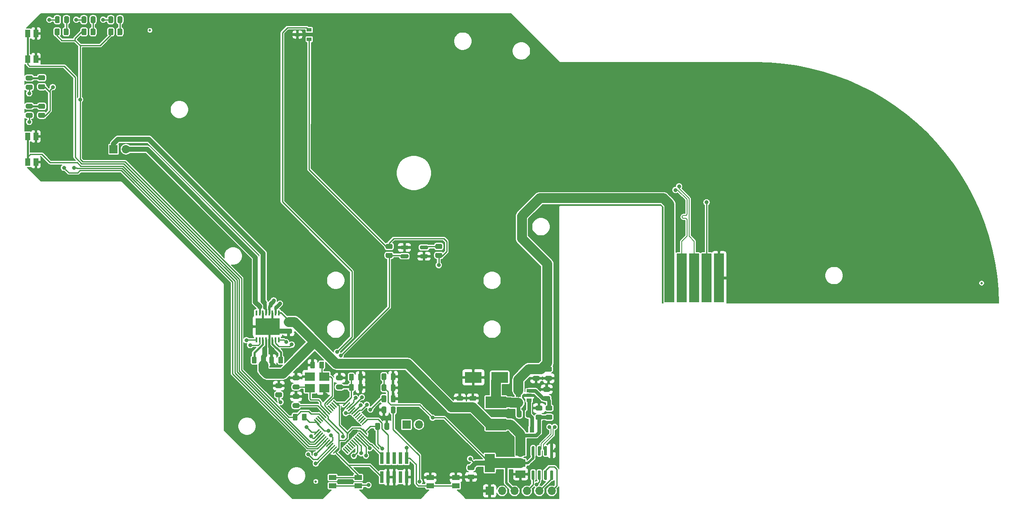
<source format=gtl>
G04 #@! TF.GenerationSoftware,KiCad,Pcbnew,5.1.9+dfsg1-1~bpo10+1*
G04 #@! TF.CreationDate,2021-04-08T10:05:04+00:00*
G04 #@! TF.ProjectId,mobo,6d6f626f-2e6b-4696-9361-645f70636258,rev?*
G04 #@! TF.SameCoordinates,Original*
G04 #@! TF.FileFunction,Copper,L1,Top*
G04 #@! TF.FilePolarity,Positive*
%FSLAX46Y46*%
G04 Gerber Fmt 4.6, Leading zero omitted, Abs format (unit mm)*
G04 Created by KiCad (PCBNEW 5.1.9+dfsg1-1~bpo10+1) date 2021-04-08 10:05:04*
%MOMM*%
%LPD*%
G01*
G04 APERTURE LIST*
G04 #@! TA.AperFunction,SMDPad,CuDef*
%ADD10R,1.550000X1.000000*%
G04 #@! TD*
G04 #@! TA.AperFunction,SMDPad,CuDef*
%ADD11C,0.500000*%
G04 #@! TD*
G04 #@! TA.AperFunction,SMDPad,CuDef*
%ADD12R,3.500000X2.300000*%
G04 #@! TD*
G04 #@! TA.AperFunction,SMDPad,CuDef*
%ADD13R,0.900000X1.200000*%
G04 #@! TD*
G04 #@! TA.AperFunction,SMDPad,CuDef*
%ADD14R,2.000000X10.000000*%
G04 #@! TD*
G04 #@! TA.AperFunction,SMDPad,CuDef*
%ADD15R,4.200000X2.400000*%
G04 #@! TD*
G04 #@! TA.AperFunction,ComponentPad*
%ADD16O,1.700000X1.700000*%
G04 #@! TD*
G04 #@! TA.AperFunction,ComponentPad*
%ADD17R,1.700000X1.700000*%
G04 #@! TD*
G04 #@! TA.AperFunction,SMDPad,CuDef*
%ADD18R,1.000000X1.550000*%
G04 #@! TD*
G04 #@! TA.AperFunction,SMDPad,CuDef*
%ADD19R,1.000000X0.700000*%
G04 #@! TD*
G04 #@! TA.AperFunction,SMDPad,CuDef*
%ADD20R,0.450000X1.050000*%
G04 #@! TD*
G04 #@! TA.AperFunction,SMDPad,CuDef*
%ADD21R,5.000000X3.400000*%
G04 #@! TD*
G04 #@! TA.AperFunction,ComponentPad*
%ADD22C,0.750000*%
G04 #@! TD*
G04 #@! TA.AperFunction,SMDPad,CuDef*
%ADD23R,2.000000X1.500000*%
G04 #@! TD*
G04 #@! TA.AperFunction,SMDPad,CuDef*
%ADD24R,2.000000X3.800000*%
G04 #@! TD*
G04 #@! TA.AperFunction,SMDPad,CuDef*
%ADD25R,1.060000X0.650000*%
G04 #@! TD*
G04 #@! TA.AperFunction,SMDPad,CuDef*
%ADD26R,2.100000X1.800000*%
G04 #@! TD*
G04 #@! TA.AperFunction,SMDPad,CuDef*
%ADD27R,0.740000X2.400000*%
G04 #@! TD*
G04 #@! TA.AperFunction,ViaPad*
%ADD28C,0.800000*%
G04 #@! TD*
G04 #@! TA.AperFunction,Conductor*
%ADD29C,0.400000*%
G04 #@! TD*
G04 #@! TA.AperFunction,Conductor*
%ADD30C,0.500000*%
G04 #@! TD*
G04 #@! TA.AperFunction,Conductor*
%ADD31C,1.000000*%
G04 #@! TD*
G04 #@! TA.AperFunction,Conductor*
%ADD32C,0.250000*%
G04 #@! TD*
G04 #@! TA.AperFunction,Conductor*
%ADD33C,2.000000*%
G04 #@! TD*
G04 #@! TA.AperFunction,Conductor*
%ADD34C,0.300000*%
G04 #@! TD*
G04 #@! TA.AperFunction,Conductor*
%ADD35C,0.750000*%
G04 #@! TD*
G04 #@! TA.AperFunction,Conductor*
%ADD36C,0.200000*%
G04 #@! TD*
G04 #@! TA.AperFunction,Conductor*
%ADD37C,0.150000*%
G04 #@! TD*
G04 #@! TA.AperFunction,Conductor*
%ADD38C,0.100000*%
G04 #@! TD*
G04 APERTURE END LIST*
D10*
X69450000Y-100750000D03*
X74700000Y-100750000D03*
X74700000Y-102450000D03*
X69450000Y-102450000D03*
G04 #@! TA.AperFunction,SMDPad,CuDef*
G36*
G01*
X82360000Y-84165000D02*
X82360000Y-85115000D01*
G75*
G02*
X82110000Y-85365000I-250000J0D01*
G01*
X81610000Y-85365000D01*
G75*
G02*
X81360000Y-85115000I0J250000D01*
G01*
X81360000Y-84165000D01*
G75*
G02*
X81610000Y-83915000I250000J0D01*
G01*
X82110000Y-83915000D01*
G75*
G02*
X82360000Y-84165000I0J-250000D01*
G01*
G37*
G04 #@! TD.AperFunction*
G04 #@! TA.AperFunction,SMDPad,CuDef*
G36*
G01*
X80460000Y-84165000D02*
X80460000Y-85115000D01*
G75*
G02*
X80210000Y-85365000I-250000J0D01*
G01*
X79710000Y-85365000D01*
G75*
G02*
X79460000Y-85115000I0J250000D01*
G01*
X79460000Y-84165000D01*
G75*
G02*
X79710000Y-83915000I250000J0D01*
G01*
X80210000Y-83915000D01*
G75*
G02*
X80460000Y-84165000I0J-250000D01*
G01*
G37*
G04 #@! TD.AperFunction*
G04 #@! TA.AperFunction,SMDPad,CuDef*
G36*
G01*
X80070000Y-90755000D02*
X80070000Y-89805000D01*
G75*
G02*
X80320000Y-89555000I250000J0D01*
G01*
X80820000Y-89555000D01*
G75*
G02*
X81070000Y-89805000I0J-250000D01*
G01*
X81070000Y-90755000D01*
G75*
G02*
X80820000Y-91005000I-250000J0D01*
G01*
X80320000Y-91005000D01*
G75*
G02*
X80070000Y-90755000I0J250000D01*
G01*
G37*
G04 #@! TD.AperFunction*
G04 #@! TA.AperFunction,SMDPad,CuDef*
G36*
G01*
X78170000Y-90755000D02*
X78170000Y-89805000D01*
G75*
G02*
X78420000Y-89555000I250000J0D01*
G01*
X78920000Y-89555000D01*
G75*
G02*
X79170000Y-89805000I0J-250000D01*
G01*
X79170000Y-90755000D01*
G75*
G02*
X78920000Y-91005000I-250000J0D01*
G01*
X78420000Y-91005000D01*
G75*
G02*
X78170000Y-90755000I0J250000D01*
G01*
G37*
G04 #@! TD.AperFunction*
D11*
X202300000Y-60950000D03*
X32070000Y-9180000D03*
X66030000Y-101570000D03*
G04 #@! TA.AperFunction,SMDPad,CuDef*
G36*
G01*
X81476001Y-55781000D02*
X80575999Y-55781000D01*
G75*
G02*
X80326000Y-55531001I0J249999D01*
G01*
X80326000Y-55005999D01*
G75*
G02*
X80575999Y-54756000I249999J0D01*
G01*
X81476001Y-54756000D01*
G75*
G02*
X81726000Y-55005999I0J-249999D01*
G01*
X81726000Y-55531001D01*
G75*
G02*
X81476001Y-55781000I-249999J0D01*
G01*
G37*
G04 #@! TD.AperFunction*
G04 #@! TA.AperFunction,SMDPad,CuDef*
G36*
G01*
X81476001Y-53956000D02*
X80575999Y-53956000D01*
G75*
G02*
X80326000Y-53706001I0J249999D01*
G01*
X80326000Y-53180999D01*
G75*
G02*
X80575999Y-52931000I249999J0D01*
G01*
X81476001Y-52931000D01*
G75*
G02*
X81726000Y-53180999I0J-249999D01*
G01*
X81726000Y-53706001D01*
G75*
G02*
X81476001Y-53956000I-249999J0D01*
G01*
G37*
G04 #@! TD.AperFunction*
G04 #@! TA.AperFunction,SMDPad,CuDef*
G36*
G01*
X26425000Y-9049999D02*
X26425000Y-9950001D01*
G75*
G02*
X26175001Y-10200000I-249999J0D01*
G01*
X25649999Y-10200000D01*
G75*
G02*
X25400000Y-9950001I0J249999D01*
G01*
X25400000Y-9049999D01*
G75*
G02*
X25649999Y-8800000I249999J0D01*
G01*
X26175001Y-8800000D01*
G75*
G02*
X26425000Y-9049999I0J-249999D01*
G01*
G37*
G04 #@! TD.AperFunction*
G04 #@! TA.AperFunction,SMDPad,CuDef*
G36*
G01*
X24600000Y-9049999D02*
X24600000Y-9950001D01*
G75*
G02*
X24350001Y-10200000I-249999J0D01*
G01*
X23824999Y-10200000D01*
G75*
G02*
X23575000Y-9950001I0J249999D01*
G01*
X23575000Y-9049999D01*
G75*
G02*
X23824999Y-8800000I249999J0D01*
G01*
X24350001Y-8800000D01*
G75*
G02*
X24600000Y-9049999I0J-249999D01*
G01*
G37*
G04 #@! TD.AperFunction*
G04 #@! TA.AperFunction,SMDPad,CuDef*
G36*
G01*
X20925000Y-9049999D02*
X20925000Y-9950001D01*
G75*
G02*
X20675001Y-10200000I-249999J0D01*
G01*
X20149999Y-10200000D01*
G75*
G02*
X19900000Y-9950001I0J249999D01*
G01*
X19900000Y-9049999D01*
G75*
G02*
X20149999Y-8800000I249999J0D01*
G01*
X20675001Y-8800000D01*
G75*
G02*
X20925000Y-9049999I0J-249999D01*
G01*
G37*
G04 #@! TD.AperFunction*
G04 #@! TA.AperFunction,SMDPad,CuDef*
G36*
G01*
X19100000Y-9049999D02*
X19100000Y-9950001D01*
G75*
G02*
X18850001Y-10200000I-249999J0D01*
G01*
X18324999Y-10200000D01*
G75*
G02*
X18075000Y-9950001I0J249999D01*
G01*
X18075000Y-9049999D01*
G75*
G02*
X18324999Y-8800000I249999J0D01*
G01*
X18850001Y-8800000D01*
G75*
G02*
X19100000Y-9049999I0J-249999D01*
G01*
G37*
G04 #@! TD.AperFunction*
G04 #@! TA.AperFunction,SMDPad,CuDef*
G36*
G01*
X15425000Y-9049999D02*
X15425000Y-9950001D01*
G75*
G02*
X15175001Y-10200000I-249999J0D01*
G01*
X14649999Y-10200000D01*
G75*
G02*
X14400000Y-9950001I0J249999D01*
G01*
X14400000Y-9049999D01*
G75*
G02*
X14649999Y-8800000I249999J0D01*
G01*
X15175001Y-8800000D01*
G75*
G02*
X15425000Y-9049999I0J-249999D01*
G01*
G37*
G04 #@! TD.AperFunction*
G04 #@! TA.AperFunction,SMDPad,CuDef*
G36*
G01*
X13600000Y-9049999D02*
X13600000Y-9950001D01*
G75*
G02*
X13350001Y-10200000I-249999J0D01*
G01*
X12824999Y-10200000D01*
G75*
G02*
X12575000Y-9950001I0J249999D01*
G01*
X12575000Y-9049999D01*
G75*
G02*
X12824999Y-8800000I249999J0D01*
G01*
X13350001Y-8800000D01*
G75*
G02*
X13600000Y-9049999I0J-249999D01*
G01*
G37*
G04 #@! TD.AperFunction*
G04 #@! TA.AperFunction,SMDPad,CuDef*
G36*
G01*
X91636001Y-55781000D02*
X90735999Y-55781000D01*
G75*
G02*
X90486000Y-55531001I0J249999D01*
G01*
X90486000Y-55005999D01*
G75*
G02*
X90735999Y-54756000I249999J0D01*
G01*
X91636001Y-54756000D01*
G75*
G02*
X91886000Y-55005999I0J-249999D01*
G01*
X91886000Y-55531001D01*
G75*
G02*
X91636001Y-55781000I-249999J0D01*
G01*
G37*
G04 #@! TD.AperFunction*
G04 #@! TA.AperFunction,SMDPad,CuDef*
G36*
G01*
X91636001Y-53956000D02*
X90735999Y-53956000D01*
G75*
G02*
X90486000Y-53706001I0J249999D01*
G01*
X90486000Y-53180999D01*
G75*
G02*
X90735999Y-52931000I249999J0D01*
G01*
X91636001Y-52931000D01*
G75*
G02*
X91886000Y-53180999I0J-249999D01*
G01*
X91886000Y-53706001D01*
G75*
G02*
X91636001Y-53956000I-249999J0D01*
G01*
G37*
G04 #@! TD.AperFunction*
G04 #@! TA.AperFunction,SMDPad,CuDef*
G36*
G01*
X9455999Y-18387000D02*
X10356001Y-18387000D01*
G75*
G02*
X10606000Y-18636999I0J-249999D01*
G01*
X10606000Y-19162001D01*
G75*
G02*
X10356001Y-19412000I-249999J0D01*
G01*
X9455999Y-19412000D01*
G75*
G02*
X9206000Y-19162001I0J249999D01*
G01*
X9206000Y-18636999D01*
G75*
G02*
X9455999Y-18387000I249999J0D01*
G01*
G37*
G04 #@! TD.AperFunction*
G04 #@! TA.AperFunction,SMDPad,CuDef*
G36*
G01*
X9455999Y-20212000D02*
X10356001Y-20212000D01*
G75*
G02*
X10606000Y-20461999I0J-249999D01*
G01*
X10606000Y-20987001D01*
G75*
G02*
X10356001Y-21237000I-249999J0D01*
G01*
X9455999Y-21237000D01*
G75*
G02*
X9206000Y-20987001I0J249999D01*
G01*
X9206000Y-20461999D01*
G75*
G02*
X9455999Y-20212000I249999J0D01*
G01*
G37*
G04 #@! TD.AperFunction*
G04 #@! TA.AperFunction,SMDPad,CuDef*
G36*
G01*
X9455999Y-24229000D02*
X10356001Y-24229000D01*
G75*
G02*
X10606000Y-24478999I0J-249999D01*
G01*
X10606000Y-25004001D01*
G75*
G02*
X10356001Y-25254000I-249999J0D01*
G01*
X9455999Y-25254000D01*
G75*
G02*
X9206000Y-25004001I0J249999D01*
G01*
X9206000Y-24478999D01*
G75*
G02*
X9455999Y-24229000I249999J0D01*
G01*
G37*
G04 #@! TD.AperFunction*
G04 #@! TA.AperFunction,SMDPad,CuDef*
G36*
G01*
X9455999Y-26054000D02*
X10356001Y-26054000D01*
G75*
G02*
X10606000Y-26303999I0J-249999D01*
G01*
X10606000Y-26829001D01*
G75*
G02*
X10356001Y-27079000I-249999J0D01*
G01*
X9455999Y-27079000D01*
G75*
G02*
X9206000Y-26829001I0J249999D01*
G01*
X9206000Y-26303999D01*
G75*
G02*
X9455999Y-26054000I249999J0D01*
G01*
G37*
G04 #@! TD.AperFunction*
G04 #@! TA.AperFunction,SMDPad,CuDef*
G36*
G01*
X84802000Y-55845000D02*
X83537000Y-55845000D01*
G75*
G02*
X83339500Y-55647500I0J197500D01*
G01*
X83339500Y-55252500D01*
G75*
G02*
X83537000Y-55055000I197500J0D01*
G01*
X84802000Y-55055000D01*
G75*
G02*
X84999500Y-55252500I0J-197500D01*
G01*
X84999500Y-55647500D01*
G75*
G02*
X84802000Y-55845000I-197500J0D01*
G01*
G37*
G04 #@! TD.AperFunction*
G04 #@! TA.AperFunction,SMDPad,CuDef*
G36*
G01*
X84802000Y-54045000D02*
X83537000Y-54045000D01*
G75*
G02*
X83339500Y-53847500I0J197500D01*
G01*
X83339500Y-53452500D01*
G75*
G02*
X83537000Y-53255000I197500J0D01*
G01*
X84802000Y-53255000D01*
G75*
G02*
X84999500Y-53452500I0J-197500D01*
G01*
X84999500Y-53847500D01*
G75*
G02*
X84802000Y-54045000I-197500J0D01*
G01*
G37*
G04 #@! TD.AperFunction*
G04 #@! TA.AperFunction,SMDPad,CuDef*
G36*
G01*
X88802000Y-54045000D02*
X87537000Y-54045000D01*
G75*
G02*
X87339500Y-53847500I0J197500D01*
G01*
X87339500Y-53452500D01*
G75*
G02*
X87537000Y-53255000I197500J0D01*
G01*
X88802000Y-53255000D01*
G75*
G02*
X88999500Y-53452500I0J-197500D01*
G01*
X88999500Y-53847500D01*
G75*
G02*
X88802000Y-54045000I-197500J0D01*
G01*
G37*
G04 #@! TD.AperFunction*
G04 #@! TA.AperFunction,SMDPad,CuDef*
G36*
G01*
X88802000Y-55845000D02*
X87537000Y-55845000D01*
G75*
G02*
X87339500Y-55647500I0J197500D01*
G01*
X87339500Y-55252500D01*
G75*
G02*
X87537000Y-55055000I197500J0D01*
G01*
X88802000Y-55055000D01*
G75*
G02*
X88999500Y-55252500I0J-197500D01*
G01*
X88999500Y-55647500D01*
G75*
G02*
X88802000Y-55845000I-197500J0D01*
G01*
G37*
G04 #@! TD.AperFunction*
G04 #@! TA.AperFunction,SMDPad,CuDef*
G36*
G01*
X71322250Y-80830000D02*
X70409750Y-80830000D01*
G75*
G02*
X70166000Y-80586250I0J243750D01*
G01*
X70166000Y-80098750D01*
G75*
G02*
X70409750Y-79855000I243750J0D01*
G01*
X71322250Y-79855000D01*
G75*
G02*
X71566000Y-80098750I0J-243750D01*
G01*
X71566000Y-80586250D01*
G75*
G02*
X71322250Y-80830000I-243750J0D01*
G01*
G37*
G04 #@! TD.AperFunction*
G04 #@! TA.AperFunction,SMDPad,CuDef*
G36*
G01*
X71322250Y-82705000D02*
X70409750Y-82705000D01*
G75*
G02*
X70166000Y-82461250I0J243750D01*
G01*
X70166000Y-81973750D01*
G75*
G02*
X70409750Y-81730000I243750J0D01*
G01*
X71322250Y-81730000D01*
G75*
G02*
X71566000Y-81973750I0J-243750D01*
G01*
X71566000Y-82461250D01*
G75*
G02*
X71322250Y-82705000I-243750J0D01*
G01*
G37*
G04 #@! TD.AperFunction*
G04 #@! TA.AperFunction,SMDPad,CuDef*
G36*
G01*
X72815000Y-80656250D02*
X72815000Y-79743750D01*
G75*
G02*
X73058750Y-79500000I243750J0D01*
G01*
X73546250Y-79500000D01*
G75*
G02*
X73790000Y-79743750I0J-243750D01*
G01*
X73790000Y-80656250D01*
G75*
G02*
X73546250Y-80900000I-243750J0D01*
G01*
X73058750Y-80900000D01*
G75*
G02*
X72815000Y-80656250I0J243750D01*
G01*
G37*
G04 #@! TD.AperFunction*
G04 #@! TA.AperFunction,SMDPad,CuDef*
G36*
G01*
X74690000Y-80656250D02*
X74690000Y-79743750D01*
G75*
G02*
X74933750Y-79500000I243750J0D01*
G01*
X75421250Y-79500000D01*
G75*
G02*
X75665000Y-79743750I0J-243750D01*
G01*
X75665000Y-80656250D01*
G75*
G02*
X75421250Y-80900000I-243750J0D01*
G01*
X74933750Y-80900000D01*
G75*
G02*
X74690000Y-80656250I0J243750D01*
G01*
G37*
G04 #@! TD.AperFunction*
G04 #@! TA.AperFunction,SMDPad,CuDef*
G36*
G01*
X74696500Y-82752250D02*
X74696500Y-81839750D01*
G75*
G02*
X74940250Y-81596000I243750J0D01*
G01*
X75427750Y-81596000D01*
G75*
G02*
X75671500Y-81839750I0J-243750D01*
G01*
X75671500Y-82752250D01*
G75*
G02*
X75427750Y-82996000I-243750J0D01*
G01*
X74940250Y-82996000D01*
G75*
G02*
X74696500Y-82752250I0J243750D01*
G01*
G37*
G04 #@! TD.AperFunction*
G04 #@! TA.AperFunction,SMDPad,CuDef*
G36*
G01*
X72821500Y-82752250D02*
X72821500Y-81839750D01*
G75*
G02*
X73065250Y-81596000I243750J0D01*
G01*
X73552750Y-81596000D01*
G75*
G02*
X73796500Y-81839750I0J-243750D01*
G01*
X73796500Y-82752250D01*
G75*
G02*
X73552750Y-82996000I-243750J0D01*
G01*
X73065250Y-82996000D01*
G75*
G02*
X72821500Y-82752250I0J243750D01*
G01*
G37*
G04 #@! TD.AperFunction*
G04 #@! TA.AperFunction,SMDPad,CuDef*
G36*
G01*
X61519750Y-83665000D02*
X62432250Y-83665000D01*
G75*
G02*
X62676000Y-83908750I0J-243750D01*
G01*
X62676000Y-84396250D01*
G75*
G02*
X62432250Y-84640000I-243750J0D01*
G01*
X61519750Y-84640000D01*
G75*
G02*
X61276000Y-84396250I0J243750D01*
G01*
X61276000Y-83908750D01*
G75*
G02*
X61519750Y-83665000I243750J0D01*
G01*
G37*
G04 #@! TD.AperFunction*
G04 #@! TA.AperFunction,SMDPad,CuDef*
G36*
G01*
X61519750Y-85540000D02*
X62432250Y-85540000D01*
G75*
G02*
X62676000Y-85783750I0J-243750D01*
G01*
X62676000Y-86271250D01*
G75*
G02*
X62432250Y-86515000I-243750J0D01*
G01*
X61519750Y-86515000D01*
G75*
G02*
X61276000Y-86271250I0J243750D01*
G01*
X61276000Y-85783750D01*
G75*
G02*
X61519750Y-85540000I243750J0D01*
G01*
G37*
G04 #@! TD.AperFunction*
G04 #@! TA.AperFunction,SMDPad,CuDef*
G36*
G01*
X53906000Y-76251750D02*
X53906000Y-77164250D01*
G75*
G02*
X53662250Y-77408000I-243750J0D01*
G01*
X53174750Y-77408000D01*
G75*
G02*
X52931000Y-77164250I0J243750D01*
G01*
X52931000Y-76251750D01*
G75*
G02*
X53174750Y-76008000I243750J0D01*
G01*
X53662250Y-76008000D01*
G75*
G02*
X53906000Y-76251750I0J-243750D01*
G01*
G37*
G04 #@! TD.AperFunction*
G04 #@! TA.AperFunction,SMDPad,CuDef*
G36*
G01*
X55781000Y-76251750D02*
X55781000Y-77164250D01*
G75*
G02*
X55537250Y-77408000I-243750J0D01*
G01*
X55049750Y-77408000D01*
G75*
G02*
X54806000Y-77164250I0J243750D01*
G01*
X54806000Y-76251750D01*
G75*
G02*
X55049750Y-76008000I243750J0D01*
G01*
X55537250Y-76008000D01*
G75*
G02*
X55781000Y-76251750I0J-243750D01*
G01*
G37*
G04 #@! TD.AperFunction*
G04 #@! TA.AperFunction,SMDPad,CuDef*
G36*
G01*
X67719000Y-77267750D02*
X67719000Y-78180250D01*
G75*
G02*
X67475250Y-78424000I-243750J0D01*
G01*
X66987750Y-78424000D01*
G75*
G02*
X66744000Y-78180250I0J243750D01*
G01*
X66744000Y-77267750D01*
G75*
G02*
X66987750Y-77024000I243750J0D01*
G01*
X67475250Y-77024000D01*
G75*
G02*
X67719000Y-77267750I0J-243750D01*
G01*
G37*
G04 #@! TD.AperFunction*
G04 #@! TA.AperFunction,SMDPad,CuDef*
G36*
G01*
X65844000Y-77267750D02*
X65844000Y-78180250D01*
G75*
G02*
X65600250Y-78424000I-243750J0D01*
G01*
X65112750Y-78424000D01*
G75*
G02*
X64869000Y-78180250I0J243750D01*
G01*
X64869000Y-77267750D01*
G75*
G02*
X65112750Y-77024000I243750J0D01*
G01*
X65600250Y-77024000D01*
G75*
G02*
X65844000Y-77267750I0J-243750D01*
G01*
G37*
G04 #@! TD.AperFunction*
G04 #@! TA.AperFunction,SMDPad,CuDef*
G36*
G01*
X62432250Y-80830000D02*
X61519750Y-80830000D01*
G75*
G02*
X61276000Y-80586250I0J243750D01*
G01*
X61276000Y-80098750D01*
G75*
G02*
X61519750Y-79855000I243750J0D01*
G01*
X62432250Y-79855000D01*
G75*
G02*
X62676000Y-80098750I0J-243750D01*
G01*
X62676000Y-80586250D01*
G75*
G02*
X62432250Y-80830000I-243750J0D01*
G01*
G37*
G04 #@! TD.AperFunction*
G04 #@! TA.AperFunction,SMDPad,CuDef*
G36*
G01*
X62432250Y-82705000D02*
X61519750Y-82705000D01*
G75*
G02*
X61276000Y-82461250I0J243750D01*
G01*
X61276000Y-81973750D01*
G75*
G02*
X61519750Y-81730000I243750J0D01*
G01*
X62432250Y-81730000D01*
G75*
G02*
X62676000Y-81973750I0J-243750D01*
G01*
X62676000Y-82461250D01*
G75*
G02*
X62432250Y-82705000I-243750J0D01*
G01*
G37*
G04 #@! TD.AperFunction*
G04 #@! TA.AperFunction,SMDPad,CuDef*
G36*
G01*
X57462000Y-76251750D02*
X57462000Y-77164250D01*
G75*
G02*
X57218250Y-77408000I-243750J0D01*
G01*
X56730750Y-77408000D01*
G75*
G02*
X56487000Y-77164250I0J243750D01*
G01*
X56487000Y-76251750D01*
G75*
G02*
X56730750Y-76008000I243750J0D01*
G01*
X57218250Y-76008000D01*
G75*
G02*
X57462000Y-76251750I0J-243750D01*
G01*
G37*
G04 #@! TD.AperFunction*
G04 #@! TA.AperFunction,SMDPad,CuDef*
G36*
G01*
X59337000Y-76251750D02*
X59337000Y-77164250D01*
G75*
G02*
X59093250Y-77408000I-243750J0D01*
G01*
X58605750Y-77408000D01*
G75*
G02*
X58362000Y-77164250I0J243750D01*
G01*
X58362000Y-76251750D01*
G75*
G02*
X58605750Y-76008000I243750J0D01*
G01*
X59093250Y-76008000D01*
G75*
G02*
X59337000Y-76251750I0J-243750D01*
G01*
G37*
G04 #@! TD.AperFunction*
G04 #@! TA.AperFunction,SMDPad,CuDef*
G36*
G01*
X59995750Y-68425000D02*
X60908250Y-68425000D01*
G75*
G02*
X61152000Y-68668750I0J-243750D01*
G01*
X61152000Y-69156250D01*
G75*
G02*
X60908250Y-69400000I-243750J0D01*
G01*
X59995750Y-69400000D01*
G75*
G02*
X59752000Y-69156250I0J243750D01*
G01*
X59752000Y-68668750D01*
G75*
G02*
X59995750Y-68425000I243750J0D01*
G01*
G37*
G04 #@! TD.AperFunction*
G04 #@! TA.AperFunction,SMDPad,CuDef*
G36*
G01*
X59995750Y-70300000D02*
X60908250Y-70300000D01*
G75*
G02*
X61152000Y-70543750I0J-243750D01*
G01*
X61152000Y-71031250D01*
G75*
G02*
X60908250Y-71275000I-243750J0D01*
G01*
X59995750Y-71275000D01*
G75*
G02*
X59752000Y-71031250I0J243750D01*
G01*
X59752000Y-70543750D01*
G75*
G02*
X59995750Y-70300000I243750J0D01*
G01*
G37*
G04 #@! TD.AperFunction*
G04 #@! TA.AperFunction,SMDPad,CuDef*
G36*
G01*
X97333750Y-98270000D02*
X98246250Y-98270000D01*
G75*
G02*
X98490000Y-98513750I0J-243750D01*
G01*
X98490000Y-99001250D01*
G75*
G02*
X98246250Y-99245000I-243750J0D01*
G01*
X97333750Y-99245000D01*
G75*
G02*
X97090000Y-99001250I0J243750D01*
G01*
X97090000Y-98513750D01*
G75*
G02*
X97333750Y-98270000I243750J0D01*
G01*
G37*
G04 #@! TD.AperFunction*
G04 #@! TA.AperFunction,SMDPad,CuDef*
G36*
G01*
X97333750Y-100145000D02*
X98246250Y-100145000D01*
G75*
G02*
X98490000Y-100388750I0J-243750D01*
G01*
X98490000Y-100876250D01*
G75*
G02*
X98246250Y-101120000I-243750J0D01*
G01*
X97333750Y-101120000D01*
G75*
G02*
X97090000Y-100876250I0J243750D01*
G01*
X97090000Y-100388750D01*
G75*
G02*
X97333750Y-100145000I243750J0D01*
G01*
G37*
G04 #@! TD.AperFunction*
G04 #@! TA.AperFunction,SMDPad,CuDef*
G36*
G01*
X79485000Y-82816250D02*
X79485000Y-81903750D01*
G75*
G02*
X79728750Y-81660000I243750J0D01*
G01*
X80216250Y-81660000D01*
G75*
G02*
X80460000Y-81903750I0J-243750D01*
G01*
X80460000Y-82816250D01*
G75*
G02*
X80216250Y-83060000I-243750J0D01*
G01*
X79728750Y-83060000D01*
G75*
G02*
X79485000Y-82816250I0J243750D01*
G01*
G37*
G04 #@! TD.AperFunction*
G04 #@! TA.AperFunction,SMDPad,CuDef*
G36*
G01*
X81360000Y-82816250D02*
X81360000Y-81903750D01*
G75*
G02*
X81603750Y-81660000I243750J0D01*
G01*
X82091250Y-81660000D01*
G75*
G02*
X82335000Y-81903750I0J-243750D01*
G01*
X82335000Y-82816250D01*
G75*
G02*
X82091250Y-83060000I-243750J0D01*
G01*
X81603750Y-83060000D01*
G75*
G02*
X81360000Y-82816250I0J243750D01*
G01*
G37*
G04 #@! TD.AperFunction*
G04 #@! TA.AperFunction,SMDPad,CuDef*
G36*
G01*
X79485000Y-80566250D02*
X79485000Y-79653750D01*
G75*
G02*
X79728750Y-79410000I243750J0D01*
G01*
X80216250Y-79410000D01*
G75*
G02*
X80460000Y-79653750I0J-243750D01*
G01*
X80460000Y-80566250D01*
G75*
G02*
X80216250Y-80810000I-243750J0D01*
G01*
X79728750Y-80810000D01*
G75*
G02*
X79485000Y-80566250I0J243750D01*
G01*
G37*
G04 #@! TD.AperFunction*
G04 #@! TA.AperFunction,SMDPad,CuDef*
G36*
G01*
X81360000Y-80566250D02*
X81360000Y-79653750D01*
G75*
G02*
X81603750Y-79410000I243750J0D01*
G01*
X82091250Y-79410000D01*
G75*
G02*
X82335000Y-79653750I0J-243750D01*
G01*
X82335000Y-80566250D01*
G75*
G02*
X82091250Y-80810000I-243750J0D01*
G01*
X81603750Y-80810000D01*
G75*
G02*
X81360000Y-80566250I0J243750D01*
G01*
G37*
G04 #@! TD.AperFunction*
G04 #@! TA.AperFunction,SMDPad,CuDef*
G36*
G01*
X112156250Y-88905000D02*
X111243750Y-88905000D01*
G75*
G02*
X111000000Y-88661250I0J243750D01*
G01*
X111000000Y-88173750D01*
G75*
G02*
X111243750Y-87930000I243750J0D01*
G01*
X112156250Y-87930000D01*
G75*
G02*
X112400000Y-88173750I0J-243750D01*
G01*
X112400000Y-88661250D01*
G75*
G02*
X112156250Y-88905000I-243750J0D01*
G01*
G37*
G04 #@! TD.AperFunction*
G04 #@! TA.AperFunction,SMDPad,CuDef*
G36*
G01*
X112156250Y-87030000D02*
X111243750Y-87030000D01*
G75*
G02*
X111000000Y-86786250I0J243750D01*
G01*
X111000000Y-86298750D01*
G75*
G02*
X111243750Y-86055000I243750J0D01*
G01*
X112156250Y-86055000D01*
G75*
G02*
X112400000Y-86298750I0J-243750D01*
G01*
X112400000Y-86786250D01*
G75*
G02*
X112156250Y-87030000I-243750J0D01*
G01*
G37*
G04 #@! TD.AperFunction*
G04 #@! TA.AperFunction,SMDPad,CuDef*
G36*
G01*
X113208750Y-79952000D02*
X114121250Y-79952000D01*
G75*
G02*
X114365000Y-80195750I0J-243750D01*
G01*
X114365000Y-80683250D01*
G75*
G02*
X114121250Y-80927000I-243750J0D01*
G01*
X113208750Y-80927000D01*
G75*
G02*
X112965000Y-80683250I0J243750D01*
G01*
X112965000Y-80195750D01*
G75*
G02*
X113208750Y-79952000I243750J0D01*
G01*
G37*
G04 #@! TD.AperFunction*
G04 #@! TA.AperFunction,SMDPad,CuDef*
G36*
G01*
X113208750Y-78077000D02*
X114121250Y-78077000D01*
G75*
G02*
X114365000Y-78320750I0J-243750D01*
G01*
X114365000Y-78808250D01*
G75*
G02*
X114121250Y-79052000I-243750J0D01*
G01*
X113208750Y-79052000D01*
G75*
G02*
X112965000Y-78808250I0J243750D01*
G01*
X112965000Y-78320750D01*
G75*
G02*
X113208750Y-78077000I243750J0D01*
G01*
G37*
G04 #@! TD.AperFunction*
G04 #@! TA.AperFunction,SMDPad,CuDef*
G36*
G01*
X110668750Y-79952000D02*
X111581250Y-79952000D01*
G75*
G02*
X111825000Y-80195750I0J-243750D01*
G01*
X111825000Y-80683250D01*
G75*
G02*
X111581250Y-80927000I-243750J0D01*
G01*
X110668750Y-80927000D01*
G75*
G02*
X110425000Y-80683250I0J243750D01*
G01*
X110425000Y-80195750D01*
G75*
G02*
X110668750Y-79952000I243750J0D01*
G01*
G37*
G04 #@! TD.AperFunction*
G04 #@! TA.AperFunction,SMDPad,CuDef*
G36*
G01*
X110668750Y-78077000D02*
X111581250Y-78077000D01*
G75*
G02*
X111825000Y-78320750I0J-243750D01*
G01*
X111825000Y-78808250D01*
G75*
G02*
X111581250Y-79052000I-243750J0D01*
G01*
X110668750Y-79052000D01*
G75*
G02*
X110425000Y-78808250I0J243750D01*
G01*
X110425000Y-78320750D01*
G75*
G02*
X110668750Y-78077000I243750J0D01*
G01*
G37*
G04 #@! TD.AperFunction*
G04 #@! TA.AperFunction,SMDPad,CuDef*
G36*
G01*
X110010000Y-87300750D02*
X110010000Y-88213250D01*
G75*
G02*
X109766250Y-88457000I-243750J0D01*
G01*
X109278750Y-88457000D01*
G75*
G02*
X109035000Y-88213250I0J243750D01*
G01*
X109035000Y-87300750D01*
G75*
G02*
X109278750Y-87057000I243750J0D01*
G01*
X109766250Y-87057000D01*
G75*
G02*
X110010000Y-87300750I0J-243750D01*
G01*
G37*
G04 #@! TD.AperFunction*
G04 #@! TA.AperFunction,SMDPad,CuDef*
G36*
G01*
X108135000Y-87300750D02*
X108135000Y-88213250D01*
G75*
G02*
X107891250Y-88457000I-243750J0D01*
G01*
X107403750Y-88457000D01*
G75*
G02*
X107160000Y-88213250I0J243750D01*
G01*
X107160000Y-87300750D01*
G75*
G02*
X107403750Y-87057000I243750J0D01*
G01*
X107891250Y-87057000D01*
G75*
G02*
X108135000Y-87300750I0J-243750D01*
G01*
G37*
G04 #@! TD.AperFunction*
G04 #@! TA.AperFunction,SMDPad,CuDef*
G36*
G01*
X98627250Y-85021000D02*
X97714750Y-85021000D01*
G75*
G02*
X97471000Y-84777250I0J243750D01*
G01*
X97471000Y-84289750D01*
G75*
G02*
X97714750Y-84046000I243750J0D01*
G01*
X98627250Y-84046000D01*
G75*
G02*
X98871000Y-84289750I0J-243750D01*
G01*
X98871000Y-84777250D01*
G75*
G02*
X98627250Y-85021000I-243750J0D01*
G01*
G37*
G04 #@! TD.AperFunction*
G04 #@! TA.AperFunction,SMDPad,CuDef*
G36*
G01*
X98627250Y-86896000D02*
X97714750Y-86896000D01*
G75*
G02*
X97471000Y-86652250I0J243750D01*
G01*
X97471000Y-86164750D01*
G75*
G02*
X97714750Y-85921000I243750J0D01*
G01*
X98627250Y-85921000D01*
G75*
G02*
X98871000Y-86164750I0J-243750D01*
G01*
X98871000Y-86652250D01*
G75*
G02*
X98627250Y-86896000I-243750J0D01*
G01*
G37*
G04 #@! TD.AperFunction*
G04 #@! TA.AperFunction,SMDPad,CuDef*
G36*
G01*
X95960250Y-86896000D02*
X95047750Y-86896000D01*
G75*
G02*
X94804000Y-86652250I0J243750D01*
G01*
X94804000Y-86164750D01*
G75*
G02*
X95047750Y-85921000I243750J0D01*
G01*
X95960250Y-85921000D01*
G75*
G02*
X96204000Y-86164750I0J-243750D01*
G01*
X96204000Y-86652250D01*
G75*
G02*
X95960250Y-86896000I-243750J0D01*
G01*
G37*
G04 #@! TD.AperFunction*
G04 #@! TA.AperFunction,SMDPad,CuDef*
G36*
G01*
X95960250Y-85021000D02*
X95047750Y-85021000D01*
G75*
G02*
X94804000Y-84777250I0J243750D01*
G01*
X94804000Y-84289750D01*
G75*
G02*
X95047750Y-84046000I243750J0D01*
G01*
X95960250Y-84046000D01*
G75*
G02*
X96204000Y-84289750I0J-243750D01*
G01*
X96204000Y-84777250D01*
G75*
G02*
X95960250Y-85021000I-243750J0D01*
G01*
G37*
G04 #@! TD.AperFunction*
G04 #@! TA.AperFunction,SMDPad,CuDef*
G36*
G01*
X7822250Y-19440500D02*
X6909750Y-19440500D01*
G75*
G02*
X6666000Y-19196750I0J243750D01*
G01*
X6666000Y-18709250D01*
G75*
G02*
X6909750Y-18465500I243750J0D01*
G01*
X7822250Y-18465500D01*
G75*
G02*
X8066000Y-18709250I0J-243750D01*
G01*
X8066000Y-19196750D01*
G75*
G02*
X7822250Y-19440500I-243750J0D01*
G01*
G37*
G04 #@! TD.AperFunction*
G04 #@! TA.AperFunction,SMDPad,CuDef*
G36*
G01*
X7822250Y-21315500D02*
X6909750Y-21315500D01*
G75*
G02*
X6666000Y-21071750I0J243750D01*
G01*
X6666000Y-20584250D01*
G75*
G02*
X6909750Y-20340500I243750J0D01*
G01*
X7822250Y-20340500D01*
G75*
G02*
X8066000Y-20584250I0J-243750D01*
G01*
X8066000Y-21071750D01*
G75*
G02*
X7822250Y-21315500I-243750J0D01*
G01*
G37*
G04 #@! TD.AperFunction*
G04 #@! TA.AperFunction,SMDPad,CuDef*
G36*
G01*
X7822250Y-27079000D02*
X6909750Y-27079000D01*
G75*
G02*
X6666000Y-26835250I0J243750D01*
G01*
X6666000Y-26347750D01*
G75*
G02*
X6909750Y-26104000I243750J0D01*
G01*
X7822250Y-26104000D01*
G75*
G02*
X8066000Y-26347750I0J-243750D01*
G01*
X8066000Y-26835250D01*
G75*
G02*
X7822250Y-27079000I-243750J0D01*
G01*
G37*
G04 #@! TD.AperFunction*
G04 #@! TA.AperFunction,SMDPad,CuDef*
G36*
G01*
X7822250Y-25204000D02*
X6909750Y-25204000D01*
G75*
G02*
X6666000Y-24960250I0J243750D01*
G01*
X6666000Y-24472750D01*
G75*
G02*
X6909750Y-24229000I243750J0D01*
G01*
X7822250Y-24229000D01*
G75*
G02*
X8066000Y-24472750I0J-243750D01*
G01*
X8066000Y-24960250D01*
G75*
G02*
X7822250Y-25204000I-243750J0D01*
G01*
G37*
G04 #@! TD.AperFunction*
D12*
X98265000Y-80264000D03*
X103665000Y-80264000D03*
D13*
X106935000Y-90932000D03*
X110235000Y-90932000D03*
D14*
X148560000Y-59900000D03*
X146020000Y-59900000D03*
X143480000Y-59900000D03*
X140940000Y-59900000D03*
X138400000Y-59900000D03*
D15*
X102870000Y-89880000D03*
X102870000Y-85380000D03*
D16*
X87122000Y-89916000D03*
D17*
X84582000Y-89916000D03*
X24628000Y-33528000D03*
D16*
X27168000Y-33528000D03*
G04 #@! TA.AperFunction,SMDPad,CuDef*
G36*
G01*
X62288000Y-87935750D02*
X62288000Y-88848250D01*
G75*
G02*
X62044250Y-89092000I-243750J0D01*
G01*
X61556750Y-89092000D01*
G75*
G02*
X61313000Y-88848250I0J243750D01*
G01*
X61313000Y-87935750D01*
G75*
G02*
X61556750Y-87692000I243750J0D01*
G01*
X62044250Y-87692000D01*
G75*
G02*
X62288000Y-87935750I0J-243750D01*
G01*
G37*
G04 #@! TD.AperFunction*
G04 #@! TA.AperFunction,SMDPad,CuDef*
G36*
G01*
X64163000Y-87935750D02*
X64163000Y-88848250D01*
G75*
G02*
X63919250Y-89092000I-243750J0D01*
G01*
X63431750Y-89092000D01*
G75*
G02*
X63188000Y-88848250I0J243750D01*
G01*
X63188000Y-87935750D01*
G75*
G02*
X63431750Y-87692000I243750J0D01*
G01*
X63919250Y-87692000D01*
G75*
G02*
X64163000Y-87935750I0J-243750D01*
G01*
G37*
G04 #@! TD.AperFunction*
G04 #@! TA.AperFunction,SMDPad,CuDef*
G36*
G01*
X114210250Y-87014500D02*
X113297750Y-87014500D01*
G75*
G02*
X113054000Y-86770750I0J243750D01*
G01*
X113054000Y-86283250D01*
G75*
G02*
X113297750Y-86039500I243750J0D01*
G01*
X114210250Y-86039500D01*
G75*
G02*
X114454000Y-86283250I0J-243750D01*
G01*
X114454000Y-86770750D01*
G75*
G02*
X114210250Y-87014500I-243750J0D01*
G01*
G37*
G04 #@! TD.AperFunction*
G04 #@! TA.AperFunction,SMDPad,CuDef*
G36*
G01*
X114210250Y-88889500D02*
X113297750Y-88889500D01*
G75*
G02*
X113054000Y-88645750I0J243750D01*
G01*
X113054000Y-88158250D01*
G75*
G02*
X113297750Y-87914500I243750J0D01*
G01*
X114210250Y-87914500D01*
G75*
G02*
X114454000Y-88158250I0J-243750D01*
G01*
X114454000Y-88645750D01*
G75*
G02*
X114210250Y-88889500I-243750J0D01*
G01*
G37*
G04 #@! TD.AperFunction*
G04 #@! TA.AperFunction,SMDPad,CuDef*
G36*
G01*
X112827750Y-84094500D02*
X113740250Y-84094500D01*
G75*
G02*
X113984000Y-84338250I0J-243750D01*
G01*
X113984000Y-84825750D01*
G75*
G02*
X113740250Y-85069500I-243750J0D01*
G01*
X112827750Y-85069500D01*
G75*
G02*
X112584000Y-84825750I0J243750D01*
G01*
X112584000Y-84338250D01*
G75*
G02*
X112827750Y-84094500I243750J0D01*
G01*
G37*
G04 #@! TD.AperFunction*
G04 #@! TA.AperFunction,SMDPad,CuDef*
G36*
G01*
X112827750Y-82219500D02*
X113740250Y-82219500D01*
G75*
G02*
X113984000Y-82463250I0J-243750D01*
G01*
X113984000Y-82950750D01*
G75*
G02*
X113740250Y-83194500I-243750J0D01*
G01*
X112827750Y-83194500D01*
G75*
G02*
X112584000Y-82950750I0J243750D01*
G01*
X112584000Y-82463250D01*
G75*
G02*
X112827750Y-82219500I243750J0D01*
G01*
G37*
G04 #@! TD.AperFunction*
D18*
X7024000Y-9821000D03*
X7024000Y-15071000D03*
X8724000Y-15071000D03*
X8724000Y-9821000D03*
X8724000Y-30903000D03*
X8724000Y-36153000D03*
X7024000Y-36153000D03*
X7024000Y-30903000D03*
D10*
X89450000Y-102450000D03*
X94700000Y-102450000D03*
X94700000Y-100750000D03*
X89450000Y-100750000D03*
D19*
X62276000Y-10041000D03*
X64676000Y-9091000D03*
X64676000Y-10991000D03*
G04 #@! TA.AperFunction,SMDPad,CuDef*
G36*
G01*
X110640000Y-96290000D02*
X110340000Y-96290000D01*
G75*
G02*
X110190000Y-96140000I0J150000D01*
G01*
X110190000Y-94490000D01*
G75*
G02*
X110340000Y-94340000I150000J0D01*
G01*
X110640000Y-94340000D01*
G75*
G02*
X110790000Y-94490000I0J-150000D01*
G01*
X110790000Y-96140000D01*
G75*
G02*
X110640000Y-96290000I-150000J0D01*
G01*
G37*
G04 #@! TD.AperFunction*
G04 #@! TA.AperFunction,SMDPad,CuDef*
G36*
G01*
X111910000Y-96290000D02*
X111610000Y-96290000D01*
G75*
G02*
X111460000Y-96140000I0J150000D01*
G01*
X111460000Y-94490000D01*
G75*
G02*
X111610000Y-94340000I150000J0D01*
G01*
X111910000Y-94340000D01*
G75*
G02*
X112060000Y-94490000I0J-150000D01*
G01*
X112060000Y-96140000D01*
G75*
G02*
X111910000Y-96290000I-150000J0D01*
G01*
G37*
G04 #@! TD.AperFunction*
G04 #@! TA.AperFunction,SMDPad,CuDef*
G36*
G01*
X113180000Y-96290000D02*
X112880000Y-96290000D01*
G75*
G02*
X112730000Y-96140000I0J150000D01*
G01*
X112730000Y-94490000D01*
G75*
G02*
X112880000Y-94340000I150000J0D01*
G01*
X113180000Y-94340000D01*
G75*
G02*
X113330000Y-94490000I0J-150000D01*
G01*
X113330000Y-96140000D01*
G75*
G02*
X113180000Y-96290000I-150000J0D01*
G01*
G37*
G04 #@! TD.AperFunction*
G04 #@! TA.AperFunction,SMDPad,CuDef*
G36*
G01*
X114450000Y-96290000D02*
X114150000Y-96290000D01*
G75*
G02*
X114000000Y-96140000I0J150000D01*
G01*
X114000000Y-94490000D01*
G75*
G02*
X114150000Y-94340000I150000J0D01*
G01*
X114450000Y-94340000D01*
G75*
G02*
X114600000Y-94490000I0J-150000D01*
G01*
X114600000Y-96140000D01*
G75*
G02*
X114450000Y-96290000I-150000J0D01*
G01*
G37*
G04 #@! TD.AperFunction*
G04 #@! TA.AperFunction,SMDPad,CuDef*
G36*
G01*
X114450000Y-101240000D02*
X114150000Y-101240000D01*
G75*
G02*
X114000000Y-101090000I0J150000D01*
G01*
X114000000Y-99440000D01*
G75*
G02*
X114150000Y-99290000I150000J0D01*
G01*
X114450000Y-99290000D01*
G75*
G02*
X114600000Y-99440000I0J-150000D01*
G01*
X114600000Y-101090000D01*
G75*
G02*
X114450000Y-101240000I-150000J0D01*
G01*
G37*
G04 #@! TD.AperFunction*
G04 #@! TA.AperFunction,SMDPad,CuDef*
G36*
G01*
X113180000Y-101240000D02*
X112880000Y-101240000D01*
G75*
G02*
X112730000Y-101090000I0J150000D01*
G01*
X112730000Y-99440000D01*
G75*
G02*
X112880000Y-99290000I150000J0D01*
G01*
X113180000Y-99290000D01*
G75*
G02*
X113330000Y-99440000I0J-150000D01*
G01*
X113330000Y-101090000D01*
G75*
G02*
X113180000Y-101240000I-150000J0D01*
G01*
G37*
G04 #@! TD.AperFunction*
G04 #@! TA.AperFunction,SMDPad,CuDef*
G36*
G01*
X111910000Y-101240000D02*
X111610000Y-101240000D01*
G75*
G02*
X111460000Y-101090000I0J150000D01*
G01*
X111460000Y-99440000D01*
G75*
G02*
X111610000Y-99290000I150000J0D01*
G01*
X111910000Y-99290000D01*
G75*
G02*
X112060000Y-99440000I0J-150000D01*
G01*
X112060000Y-101090000D01*
G75*
G02*
X111910000Y-101240000I-150000J0D01*
G01*
G37*
G04 #@! TD.AperFunction*
G04 #@! TA.AperFunction,SMDPad,CuDef*
G36*
G01*
X110640000Y-101240000D02*
X110340000Y-101240000D01*
G75*
G02*
X110190000Y-101090000I0J150000D01*
G01*
X110190000Y-99440000D01*
G75*
G02*
X110340000Y-99290000I150000J0D01*
G01*
X110640000Y-99290000D01*
G75*
G02*
X110790000Y-99440000I0J-150000D01*
G01*
X110790000Y-101090000D01*
G75*
G02*
X110640000Y-101240000I-150000J0D01*
G01*
G37*
G04 #@! TD.AperFunction*
D20*
X58420000Y-67056000D03*
X57770000Y-67056000D03*
X57120000Y-67056000D03*
X56470000Y-67056000D03*
X55820000Y-67056000D03*
X55170000Y-67056000D03*
X54520000Y-67056000D03*
X53870000Y-67056000D03*
X53870000Y-72606000D03*
X54520000Y-72606000D03*
X55170000Y-72606000D03*
X55820000Y-72606000D03*
X56470000Y-72606000D03*
X57120000Y-72606000D03*
X57770000Y-72606000D03*
X58420000Y-72606000D03*
D21*
X56145000Y-69831000D03*
D22*
X57645000Y-69081000D03*
X57645000Y-70581000D03*
X56145000Y-69081000D03*
X56145000Y-70581000D03*
X54645000Y-69081000D03*
X54645000Y-70581000D03*
D23*
X107925000Y-100090000D03*
X107925000Y-95490000D03*
X107925000Y-97790000D03*
D24*
X101625000Y-97790000D03*
G04 #@! TA.AperFunction,SMDPad,CuDef*
G36*
G01*
X69546688Y-85067666D02*
X69652754Y-84961600D01*
G75*
G02*
X69758820Y-84961600I53033J-53033D01*
G01*
X70695736Y-85898516D01*
G75*
G02*
X70695736Y-86004582I-53033J-53033D01*
G01*
X70589670Y-86110648D01*
G75*
G02*
X70483604Y-86110648I-53033J53033D01*
G01*
X69546688Y-85173732D01*
G75*
G02*
X69546688Y-85067666I53033J53033D01*
G01*
G37*
G04 #@! TD.AperFunction*
G04 #@! TA.AperFunction,SMDPad,CuDef*
G36*
G01*
X69193134Y-85421220D02*
X69299200Y-85315154D01*
G75*
G02*
X69405266Y-85315154I53033J-53033D01*
G01*
X70342182Y-86252070D01*
G75*
G02*
X70342182Y-86358136I-53033J-53033D01*
G01*
X70236116Y-86464202D01*
G75*
G02*
X70130050Y-86464202I-53033J53033D01*
G01*
X69193134Y-85527286D01*
G75*
G02*
X69193134Y-85421220I53033J53033D01*
G01*
G37*
G04 #@! TD.AperFunction*
G04 #@! TA.AperFunction,SMDPad,CuDef*
G36*
G01*
X68839581Y-85774773D02*
X68945647Y-85668707D01*
G75*
G02*
X69051713Y-85668707I53033J-53033D01*
G01*
X69988629Y-86605623D01*
G75*
G02*
X69988629Y-86711689I-53033J-53033D01*
G01*
X69882563Y-86817755D01*
G75*
G02*
X69776497Y-86817755I-53033J53033D01*
G01*
X68839581Y-85880839D01*
G75*
G02*
X68839581Y-85774773I53033J53033D01*
G01*
G37*
G04 #@! TD.AperFunction*
G04 #@! TA.AperFunction,SMDPad,CuDef*
G36*
G01*
X68486027Y-86128327D02*
X68592093Y-86022261D01*
G75*
G02*
X68698159Y-86022261I53033J-53033D01*
G01*
X69635075Y-86959177D01*
G75*
G02*
X69635075Y-87065243I-53033J-53033D01*
G01*
X69529009Y-87171309D01*
G75*
G02*
X69422943Y-87171309I-53033J53033D01*
G01*
X68486027Y-86234393D01*
G75*
G02*
X68486027Y-86128327I53033J53033D01*
G01*
G37*
G04 #@! TD.AperFunction*
G04 #@! TA.AperFunction,SMDPad,CuDef*
G36*
G01*
X68132474Y-86481880D02*
X68238540Y-86375814D01*
G75*
G02*
X68344606Y-86375814I53033J-53033D01*
G01*
X69281522Y-87312730D01*
G75*
G02*
X69281522Y-87418796I-53033J-53033D01*
G01*
X69175456Y-87524862D01*
G75*
G02*
X69069390Y-87524862I-53033J53033D01*
G01*
X68132474Y-86587946D01*
G75*
G02*
X68132474Y-86481880I53033J53033D01*
G01*
G37*
G04 #@! TD.AperFunction*
G04 #@! TA.AperFunction,SMDPad,CuDef*
G36*
G01*
X67778921Y-86835433D02*
X67884987Y-86729367D01*
G75*
G02*
X67991053Y-86729367I53033J-53033D01*
G01*
X68927969Y-87666283D01*
G75*
G02*
X68927969Y-87772349I-53033J-53033D01*
G01*
X68821903Y-87878415D01*
G75*
G02*
X68715837Y-87878415I-53033J53033D01*
G01*
X67778921Y-86941499D01*
G75*
G02*
X67778921Y-86835433I53033J53033D01*
G01*
G37*
G04 #@! TD.AperFunction*
G04 #@! TA.AperFunction,SMDPad,CuDef*
G36*
G01*
X67425367Y-87188987D02*
X67531433Y-87082921D01*
G75*
G02*
X67637499Y-87082921I53033J-53033D01*
G01*
X68574415Y-88019837D01*
G75*
G02*
X68574415Y-88125903I-53033J-53033D01*
G01*
X68468349Y-88231969D01*
G75*
G02*
X68362283Y-88231969I-53033J53033D01*
G01*
X67425367Y-87295053D01*
G75*
G02*
X67425367Y-87188987I53033J53033D01*
G01*
G37*
G04 #@! TD.AperFunction*
G04 #@! TA.AperFunction,SMDPad,CuDef*
G36*
G01*
X67071814Y-87542540D02*
X67177880Y-87436474D01*
G75*
G02*
X67283946Y-87436474I53033J-53033D01*
G01*
X68220862Y-88373390D01*
G75*
G02*
X68220862Y-88479456I-53033J-53033D01*
G01*
X68114796Y-88585522D01*
G75*
G02*
X68008730Y-88585522I-53033J53033D01*
G01*
X67071814Y-87648606D01*
G75*
G02*
X67071814Y-87542540I53033J53033D01*
G01*
G37*
G04 #@! TD.AperFunction*
G04 #@! TA.AperFunction,SMDPad,CuDef*
G36*
G01*
X66718261Y-87896093D02*
X66824327Y-87790027D01*
G75*
G02*
X66930393Y-87790027I53033J-53033D01*
G01*
X67867309Y-88726943D01*
G75*
G02*
X67867309Y-88833009I-53033J-53033D01*
G01*
X67761243Y-88939075D01*
G75*
G02*
X67655177Y-88939075I-53033J53033D01*
G01*
X66718261Y-88002159D01*
G75*
G02*
X66718261Y-87896093I53033J53033D01*
G01*
G37*
G04 #@! TD.AperFunction*
G04 #@! TA.AperFunction,SMDPad,CuDef*
G36*
G01*
X66364707Y-88249647D02*
X66470773Y-88143581D01*
G75*
G02*
X66576839Y-88143581I53033J-53033D01*
G01*
X67513755Y-89080497D01*
G75*
G02*
X67513755Y-89186563I-53033J-53033D01*
G01*
X67407689Y-89292629D01*
G75*
G02*
X67301623Y-89292629I-53033J53033D01*
G01*
X66364707Y-88355713D01*
G75*
G02*
X66364707Y-88249647I53033J53033D01*
G01*
G37*
G04 #@! TD.AperFunction*
G04 #@! TA.AperFunction,SMDPad,CuDef*
G36*
G01*
X66011154Y-88603200D02*
X66117220Y-88497134D01*
G75*
G02*
X66223286Y-88497134I53033J-53033D01*
G01*
X67160202Y-89434050D01*
G75*
G02*
X67160202Y-89540116I-53033J-53033D01*
G01*
X67054136Y-89646182D01*
G75*
G02*
X66948070Y-89646182I-53033J53033D01*
G01*
X66011154Y-88709266D01*
G75*
G02*
X66011154Y-88603200I53033J53033D01*
G01*
G37*
G04 #@! TD.AperFunction*
G04 #@! TA.AperFunction,SMDPad,CuDef*
G36*
G01*
X65657600Y-88956754D02*
X65763666Y-88850688D01*
G75*
G02*
X65869732Y-88850688I53033J-53033D01*
G01*
X66806648Y-89787604D01*
G75*
G02*
X66806648Y-89893670I-53033J-53033D01*
G01*
X66700582Y-89999736D01*
G75*
G02*
X66594516Y-89999736I-53033J53033D01*
G01*
X65657600Y-89062820D01*
G75*
G02*
X65657600Y-88956754I53033J53033D01*
G01*
G37*
G04 #@! TD.AperFunction*
G04 #@! TA.AperFunction,SMDPad,CuDef*
G36*
G01*
X65657600Y-91785180D02*
X66594516Y-90848264D01*
G75*
G02*
X66700582Y-90848264I53033J-53033D01*
G01*
X66806648Y-90954330D01*
G75*
G02*
X66806648Y-91060396I-53033J-53033D01*
G01*
X65869732Y-91997312D01*
G75*
G02*
X65763666Y-91997312I-53033J53033D01*
G01*
X65657600Y-91891246D01*
G75*
G02*
X65657600Y-91785180I53033J53033D01*
G01*
G37*
G04 #@! TD.AperFunction*
G04 #@! TA.AperFunction,SMDPad,CuDef*
G36*
G01*
X66011154Y-92138734D02*
X66948070Y-91201818D01*
G75*
G02*
X67054136Y-91201818I53033J-53033D01*
G01*
X67160202Y-91307884D01*
G75*
G02*
X67160202Y-91413950I-53033J-53033D01*
G01*
X66223286Y-92350866D01*
G75*
G02*
X66117220Y-92350866I-53033J53033D01*
G01*
X66011154Y-92244800D01*
G75*
G02*
X66011154Y-92138734I53033J53033D01*
G01*
G37*
G04 #@! TD.AperFunction*
G04 #@! TA.AperFunction,SMDPad,CuDef*
G36*
G01*
X66364707Y-92492287D02*
X67301623Y-91555371D01*
G75*
G02*
X67407689Y-91555371I53033J-53033D01*
G01*
X67513755Y-91661437D01*
G75*
G02*
X67513755Y-91767503I-53033J-53033D01*
G01*
X66576839Y-92704419D01*
G75*
G02*
X66470773Y-92704419I-53033J53033D01*
G01*
X66364707Y-92598353D01*
G75*
G02*
X66364707Y-92492287I53033J53033D01*
G01*
G37*
G04 #@! TD.AperFunction*
G04 #@! TA.AperFunction,SMDPad,CuDef*
G36*
G01*
X66718261Y-92845841D02*
X67655177Y-91908925D01*
G75*
G02*
X67761243Y-91908925I53033J-53033D01*
G01*
X67867309Y-92014991D01*
G75*
G02*
X67867309Y-92121057I-53033J-53033D01*
G01*
X66930393Y-93057973D01*
G75*
G02*
X66824327Y-93057973I-53033J53033D01*
G01*
X66718261Y-92951907D01*
G75*
G02*
X66718261Y-92845841I53033J53033D01*
G01*
G37*
G04 #@! TD.AperFunction*
G04 #@! TA.AperFunction,SMDPad,CuDef*
G36*
G01*
X67071814Y-93199394D02*
X68008730Y-92262478D01*
G75*
G02*
X68114796Y-92262478I53033J-53033D01*
G01*
X68220862Y-92368544D01*
G75*
G02*
X68220862Y-92474610I-53033J-53033D01*
G01*
X67283946Y-93411526D01*
G75*
G02*
X67177880Y-93411526I-53033J53033D01*
G01*
X67071814Y-93305460D01*
G75*
G02*
X67071814Y-93199394I53033J53033D01*
G01*
G37*
G04 #@! TD.AperFunction*
G04 #@! TA.AperFunction,SMDPad,CuDef*
G36*
G01*
X67425367Y-93552947D02*
X68362283Y-92616031D01*
G75*
G02*
X68468349Y-92616031I53033J-53033D01*
G01*
X68574415Y-92722097D01*
G75*
G02*
X68574415Y-92828163I-53033J-53033D01*
G01*
X67637499Y-93765079D01*
G75*
G02*
X67531433Y-93765079I-53033J53033D01*
G01*
X67425367Y-93659013D01*
G75*
G02*
X67425367Y-93552947I53033J53033D01*
G01*
G37*
G04 #@! TD.AperFunction*
G04 #@! TA.AperFunction,SMDPad,CuDef*
G36*
G01*
X67778921Y-93906501D02*
X68715837Y-92969585D01*
G75*
G02*
X68821903Y-92969585I53033J-53033D01*
G01*
X68927969Y-93075651D01*
G75*
G02*
X68927969Y-93181717I-53033J-53033D01*
G01*
X67991053Y-94118633D01*
G75*
G02*
X67884987Y-94118633I-53033J53033D01*
G01*
X67778921Y-94012567D01*
G75*
G02*
X67778921Y-93906501I53033J53033D01*
G01*
G37*
G04 #@! TD.AperFunction*
G04 #@! TA.AperFunction,SMDPad,CuDef*
G36*
G01*
X68132474Y-94260054D02*
X69069390Y-93323138D01*
G75*
G02*
X69175456Y-93323138I53033J-53033D01*
G01*
X69281522Y-93429204D01*
G75*
G02*
X69281522Y-93535270I-53033J-53033D01*
G01*
X68344606Y-94472186D01*
G75*
G02*
X68238540Y-94472186I-53033J53033D01*
G01*
X68132474Y-94366120D01*
G75*
G02*
X68132474Y-94260054I53033J53033D01*
G01*
G37*
G04 #@! TD.AperFunction*
G04 #@! TA.AperFunction,SMDPad,CuDef*
G36*
G01*
X68486027Y-94613607D02*
X69422943Y-93676691D01*
G75*
G02*
X69529009Y-93676691I53033J-53033D01*
G01*
X69635075Y-93782757D01*
G75*
G02*
X69635075Y-93888823I-53033J-53033D01*
G01*
X68698159Y-94825739D01*
G75*
G02*
X68592093Y-94825739I-53033J53033D01*
G01*
X68486027Y-94719673D01*
G75*
G02*
X68486027Y-94613607I53033J53033D01*
G01*
G37*
G04 #@! TD.AperFunction*
G04 #@! TA.AperFunction,SMDPad,CuDef*
G36*
G01*
X68839581Y-94967161D02*
X69776497Y-94030245D01*
G75*
G02*
X69882563Y-94030245I53033J-53033D01*
G01*
X69988629Y-94136311D01*
G75*
G02*
X69988629Y-94242377I-53033J-53033D01*
G01*
X69051713Y-95179293D01*
G75*
G02*
X68945647Y-95179293I-53033J53033D01*
G01*
X68839581Y-95073227D01*
G75*
G02*
X68839581Y-94967161I53033J53033D01*
G01*
G37*
G04 #@! TD.AperFunction*
G04 #@! TA.AperFunction,SMDPad,CuDef*
G36*
G01*
X69193134Y-95320714D02*
X70130050Y-94383798D01*
G75*
G02*
X70236116Y-94383798I53033J-53033D01*
G01*
X70342182Y-94489864D01*
G75*
G02*
X70342182Y-94595930I-53033J-53033D01*
G01*
X69405266Y-95532846D01*
G75*
G02*
X69299200Y-95532846I-53033J53033D01*
G01*
X69193134Y-95426780D01*
G75*
G02*
X69193134Y-95320714I53033J53033D01*
G01*
G37*
G04 #@! TD.AperFunction*
G04 #@! TA.AperFunction,SMDPad,CuDef*
G36*
G01*
X69546688Y-95674268D02*
X70483604Y-94737352D01*
G75*
G02*
X70589670Y-94737352I53033J-53033D01*
G01*
X70695736Y-94843418D01*
G75*
G02*
X70695736Y-94949484I-53033J-53033D01*
G01*
X69758820Y-95886400D01*
G75*
G02*
X69652754Y-95886400I-53033J53033D01*
G01*
X69546688Y-95780334D01*
G75*
G02*
X69546688Y-95674268I53033J53033D01*
G01*
G37*
G04 #@! TD.AperFunction*
G04 #@! TA.AperFunction,SMDPad,CuDef*
G36*
G01*
X71544264Y-94843418D02*
X71650330Y-94737352D01*
G75*
G02*
X71756396Y-94737352I53033J-53033D01*
G01*
X72693312Y-95674268D01*
G75*
G02*
X72693312Y-95780334I-53033J-53033D01*
G01*
X72587246Y-95886400D01*
G75*
G02*
X72481180Y-95886400I-53033J53033D01*
G01*
X71544264Y-94949484D01*
G75*
G02*
X71544264Y-94843418I53033J53033D01*
G01*
G37*
G04 #@! TD.AperFunction*
G04 #@! TA.AperFunction,SMDPad,CuDef*
G36*
G01*
X71897818Y-94489864D02*
X72003884Y-94383798D01*
G75*
G02*
X72109950Y-94383798I53033J-53033D01*
G01*
X73046866Y-95320714D01*
G75*
G02*
X73046866Y-95426780I-53033J-53033D01*
G01*
X72940800Y-95532846D01*
G75*
G02*
X72834734Y-95532846I-53033J53033D01*
G01*
X71897818Y-94595930D01*
G75*
G02*
X71897818Y-94489864I53033J53033D01*
G01*
G37*
G04 #@! TD.AperFunction*
G04 #@! TA.AperFunction,SMDPad,CuDef*
G36*
G01*
X72251371Y-94136311D02*
X72357437Y-94030245D01*
G75*
G02*
X72463503Y-94030245I53033J-53033D01*
G01*
X73400419Y-94967161D01*
G75*
G02*
X73400419Y-95073227I-53033J-53033D01*
G01*
X73294353Y-95179293D01*
G75*
G02*
X73188287Y-95179293I-53033J53033D01*
G01*
X72251371Y-94242377D01*
G75*
G02*
X72251371Y-94136311I53033J53033D01*
G01*
G37*
G04 #@! TD.AperFunction*
G04 #@! TA.AperFunction,SMDPad,CuDef*
G36*
G01*
X72604925Y-93782757D02*
X72710991Y-93676691D01*
G75*
G02*
X72817057Y-93676691I53033J-53033D01*
G01*
X73753973Y-94613607D01*
G75*
G02*
X73753973Y-94719673I-53033J-53033D01*
G01*
X73647907Y-94825739D01*
G75*
G02*
X73541841Y-94825739I-53033J53033D01*
G01*
X72604925Y-93888823D01*
G75*
G02*
X72604925Y-93782757I53033J53033D01*
G01*
G37*
G04 #@! TD.AperFunction*
G04 #@! TA.AperFunction,SMDPad,CuDef*
G36*
G01*
X72958478Y-93429204D02*
X73064544Y-93323138D01*
G75*
G02*
X73170610Y-93323138I53033J-53033D01*
G01*
X74107526Y-94260054D01*
G75*
G02*
X74107526Y-94366120I-53033J-53033D01*
G01*
X74001460Y-94472186D01*
G75*
G02*
X73895394Y-94472186I-53033J53033D01*
G01*
X72958478Y-93535270D01*
G75*
G02*
X72958478Y-93429204I53033J53033D01*
G01*
G37*
G04 #@! TD.AperFunction*
G04 #@! TA.AperFunction,SMDPad,CuDef*
G36*
G01*
X73312031Y-93075651D02*
X73418097Y-92969585D01*
G75*
G02*
X73524163Y-92969585I53033J-53033D01*
G01*
X74461079Y-93906501D01*
G75*
G02*
X74461079Y-94012567I-53033J-53033D01*
G01*
X74355013Y-94118633D01*
G75*
G02*
X74248947Y-94118633I-53033J53033D01*
G01*
X73312031Y-93181717D01*
G75*
G02*
X73312031Y-93075651I53033J53033D01*
G01*
G37*
G04 #@! TD.AperFunction*
G04 #@! TA.AperFunction,SMDPad,CuDef*
G36*
G01*
X73665585Y-92722097D02*
X73771651Y-92616031D01*
G75*
G02*
X73877717Y-92616031I53033J-53033D01*
G01*
X74814633Y-93552947D01*
G75*
G02*
X74814633Y-93659013I-53033J-53033D01*
G01*
X74708567Y-93765079D01*
G75*
G02*
X74602501Y-93765079I-53033J53033D01*
G01*
X73665585Y-92828163D01*
G75*
G02*
X73665585Y-92722097I53033J53033D01*
G01*
G37*
G04 #@! TD.AperFunction*
G04 #@! TA.AperFunction,SMDPad,CuDef*
G36*
G01*
X74019138Y-92368544D02*
X74125204Y-92262478D01*
G75*
G02*
X74231270Y-92262478I53033J-53033D01*
G01*
X75168186Y-93199394D01*
G75*
G02*
X75168186Y-93305460I-53033J-53033D01*
G01*
X75062120Y-93411526D01*
G75*
G02*
X74956054Y-93411526I-53033J53033D01*
G01*
X74019138Y-92474610D01*
G75*
G02*
X74019138Y-92368544I53033J53033D01*
G01*
G37*
G04 #@! TD.AperFunction*
G04 #@! TA.AperFunction,SMDPad,CuDef*
G36*
G01*
X74372691Y-92014991D02*
X74478757Y-91908925D01*
G75*
G02*
X74584823Y-91908925I53033J-53033D01*
G01*
X75521739Y-92845841D01*
G75*
G02*
X75521739Y-92951907I-53033J-53033D01*
G01*
X75415673Y-93057973D01*
G75*
G02*
X75309607Y-93057973I-53033J53033D01*
G01*
X74372691Y-92121057D01*
G75*
G02*
X74372691Y-92014991I53033J53033D01*
G01*
G37*
G04 #@! TD.AperFunction*
G04 #@! TA.AperFunction,SMDPad,CuDef*
G36*
G01*
X74726245Y-91661437D02*
X74832311Y-91555371D01*
G75*
G02*
X74938377Y-91555371I53033J-53033D01*
G01*
X75875293Y-92492287D01*
G75*
G02*
X75875293Y-92598353I-53033J-53033D01*
G01*
X75769227Y-92704419D01*
G75*
G02*
X75663161Y-92704419I-53033J53033D01*
G01*
X74726245Y-91767503D01*
G75*
G02*
X74726245Y-91661437I53033J53033D01*
G01*
G37*
G04 #@! TD.AperFunction*
G04 #@! TA.AperFunction,SMDPad,CuDef*
G36*
G01*
X75079798Y-91307884D02*
X75185864Y-91201818D01*
G75*
G02*
X75291930Y-91201818I53033J-53033D01*
G01*
X76228846Y-92138734D01*
G75*
G02*
X76228846Y-92244800I-53033J-53033D01*
G01*
X76122780Y-92350866D01*
G75*
G02*
X76016714Y-92350866I-53033J53033D01*
G01*
X75079798Y-91413950D01*
G75*
G02*
X75079798Y-91307884I53033J53033D01*
G01*
G37*
G04 #@! TD.AperFunction*
G04 #@! TA.AperFunction,SMDPad,CuDef*
G36*
G01*
X75433352Y-90954330D02*
X75539418Y-90848264D01*
G75*
G02*
X75645484Y-90848264I53033J-53033D01*
G01*
X76582400Y-91785180D01*
G75*
G02*
X76582400Y-91891246I-53033J-53033D01*
G01*
X76476334Y-91997312D01*
G75*
G02*
X76370268Y-91997312I-53033J53033D01*
G01*
X75433352Y-91060396D01*
G75*
G02*
X75433352Y-90954330I53033J53033D01*
G01*
G37*
G04 #@! TD.AperFunction*
G04 #@! TA.AperFunction,SMDPad,CuDef*
G36*
G01*
X75433352Y-89787604D02*
X76370268Y-88850688D01*
G75*
G02*
X76476334Y-88850688I53033J-53033D01*
G01*
X76582400Y-88956754D01*
G75*
G02*
X76582400Y-89062820I-53033J-53033D01*
G01*
X75645484Y-89999736D01*
G75*
G02*
X75539418Y-89999736I-53033J53033D01*
G01*
X75433352Y-89893670D01*
G75*
G02*
X75433352Y-89787604I53033J53033D01*
G01*
G37*
G04 #@! TD.AperFunction*
G04 #@! TA.AperFunction,SMDPad,CuDef*
G36*
G01*
X75079798Y-89434050D02*
X76016714Y-88497134D01*
G75*
G02*
X76122780Y-88497134I53033J-53033D01*
G01*
X76228846Y-88603200D01*
G75*
G02*
X76228846Y-88709266I-53033J-53033D01*
G01*
X75291930Y-89646182D01*
G75*
G02*
X75185864Y-89646182I-53033J53033D01*
G01*
X75079798Y-89540116D01*
G75*
G02*
X75079798Y-89434050I53033J53033D01*
G01*
G37*
G04 #@! TD.AperFunction*
G04 #@! TA.AperFunction,SMDPad,CuDef*
G36*
G01*
X74726245Y-89080497D02*
X75663161Y-88143581D01*
G75*
G02*
X75769227Y-88143581I53033J-53033D01*
G01*
X75875293Y-88249647D01*
G75*
G02*
X75875293Y-88355713I-53033J-53033D01*
G01*
X74938377Y-89292629D01*
G75*
G02*
X74832311Y-89292629I-53033J53033D01*
G01*
X74726245Y-89186563D01*
G75*
G02*
X74726245Y-89080497I53033J53033D01*
G01*
G37*
G04 #@! TD.AperFunction*
G04 #@! TA.AperFunction,SMDPad,CuDef*
G36*
G01*
X74372691Y-88726943D02*
X75309607Y-87790027D01*
G75*
G02*
X75415673Y-87790027I53033J-53033D01*
G01*
X75521739Y-87896093D01*
G75*
G02*
X75521739Y-88002159I-53033J-53033D01*
G01*
X74584823Y-88939075D01*
G75*
G02*
X74478757Y-88939075I-53033J53033D01*
G01*
X74372691Y-88833009D01*
G75*
G02*
X74372691Y-88726943I53033J53033D01*
G01*
G37*
G04 #@! TD.AperFunction*
G04 #@! TA.AperFunction,SMDPad,CuDef*
G36*
G01*
X74019138Y-88373390D02*
X74956054Y-87436474D01*
G75*
G02*
X75062120Y-87436474I53033J-53033D01*
G01*
X75168186Y-87542540D01*
G75*
G02*
X75168186Y-87648606I-53033J-53033D01*
G01*
X74231270Y-88585522D01*
G75*
G02*
X74125204Y-88585522I-53033J53033D01*
G01*
X74019138Y-88479456D01*
G75*
G02*
X74019138Y-88373390I53033J53033D01*
G01*
G37*
G04 #@! TD.AperFunction*
G04 #@! TA.AperFunction,SMDPad,CuDef*
G36*
G01*
X73665585Y-88019837D02*
X74602501Y-87082921D01*
G75*
G02*
X74708567Y-87082921I53033J-53033D01*
G01*
X74814633Y-87188987D01*
G75*
G02*
X74814633Y-87295053I-53033J-53033D01*
G01*
X73877717Y-88231969D01*
G75*
G02*
X73771651Y-88231969I-53033J53033D01*
G01*
X73665585Y-88125903D01*
G75*
G02*
X73665585Y-88019837I53033J53033D01*
G01*
G37*
G04 #@! TD.AperFunction*
G04 #@! TA.AperFunction,SMDPad,CuDef*
G36*
G01*
X73312031Y-87666283D02*
X74248947Y-86729367D01*
G75*
G02*
X74355013Y-86729367I53033J-53033D01*
G01*
X74461079Y-86835433D01*
G75*
G02*
X74461079Y-86941499I-53033J-53033D01*
G01*
X73524163Y-87878415D01*
G75*
G02*
X73418097Y-87878415I-53033J53033D01*
G01*
X73312031Y-87772349D01*
G75*
G02*
X73312031Y-87666283I53033J53033D01*
G01*
G37*
G04 #@! TD.AperFunction*
G04 #@! TA.AperFunction,SMDPad,CuDef*
G36*
G01*
X72958478Y-87312730D02*
X73895394Y-86375814D01*
G75*
G02*
X74001460Y-86375814I53033J-53033D01*
G01*
X74107526Y-86481880D01*
G75*
G02*
X74107526Y-86587946I-53033J-53033D01*
G01*
X73170610Y-87524862D01*
G75*
G02*
X73064544Y-87524862I-53033J53033D01*
G01*
X72958478Y-87418796D01*
G75*
G02*
X72958478Y-87312730I53033J53033D01*
G01*
G37*
G04 #@! TD.AperFunction*
G04 #@! TA.AperFunction,SMDPad,CuDef*
G36*
G01*
X72604925Y-86959177D02*
X73541841Y-86022261D01*
G75*
G02*
X73647907Y-86022261I53033J-53033D01*
G01*
X73753973Y-86128327D01*
G75*
G02*
X73753973Y-86234393I-53033J-53033D01*
G01*
X72817057Y-87171309D01*
G75*
G02*
X72710991Y-87171309I-53033J53033D01*
G01*
X72604925Y-87065243D01*
G75*
G02*
X72604925Y-86959177I53033J53033D01*
G01*
G37*
G04 #@! TD.AperFunction*
G04 #@! TA.AperFunction,SMDPad,CuDef*
G36*
G01*
X72251371Y-86605623D02*
X73188287Y-85668707D01*
G75*
G02*
X73294353Y-85668707I53033J-53033D01*
G01*
X73400419Y-85774773D01*
G75*
G02*
X73400419Y-85880839I-53033J-53033D01*
G01*
X72463503Y-86817755D01*
G75*
G02*
X72357437Y-86817755I-53033J53033D01*
G01*
X72251371Y-86711689D01*
G75*
G02*
X72251371Y-86605623I53033J53033D01*
G01*
G37*
G04 #@! TD.AperFunction*
G04 #@! TA.AperFunction,SMDPad,CuDef*
G36*
G01*
X71897818Y-86252070D02*
X72834734Y-85315154D01*
G75*
G02*
X72940800Y-85315154I53033J-53033D01*
G01*
X73046866Y-85421220D01*
G75*
G02*
X73046866Y-85527286I-53033J-53033D01*
G01*
X72109950Y-86464202D01*
G75*
G02*
X72003884Y-86464202I-53033J53033D01*
G01*
X71897818Y-86358136D01*
G75*
G02*
X71897818Y-86252070I53033J53033D01*
G01*
G37*
G04 #@! TD.AperFunction*
G04 #@! TA.AperFunction,SMDPad,CuDef*
G36*
G01*
X71544264Y-85898516D02*
X72481180Y-84961600D01*
G75*
G02*
X72587246Y-84961600I53033J-53033D01*
G01*
X72693312Y-85067666D01*
G75*
G02*
X72693312Y-85173732I-53033J-53033D01*
G01*
X71756396Y-86110648D01*
G75*
G02*
X71650330Y-86110648I-53033J53033D01*
G01*
X71544264Y-86004582D01*
G75*
G02*
X71544264Y-85898516I53033J53033D01*
G01*
G37*
G04 #@! TD.AperFunction*
D25*
X107485000Y-83947000D03*
X107485000Y-84897000D03*
X107485000Y-82997000D03*
X109685000Y-82997000D03*
X109685000Y-83947000D03*
X109685000Y-84897000D03*
D26*
X67744000Y-82430000D03*
X64844000Y-82430000D03*
X64844000Y-80130000D03*
X67744000Y-80130000D03*
D16*
X114300000Y-103505000D03*
X111760000Y-103505000D03*
X109220000Y-103505000D03*
X106680000Y-103505000D03*
X104140000Y-103505000D03*
D17*
X101600000Y-103505000D03*
G04 #@! TA.AperFunction,SMDPad,CuDef*
G36*
G01*
X14512500Y-7456250D02*
X14512500Y-6543750D01*
G75*
G02*
X14756250Y-6300000I243750J0D01*
G01*
X15243750Y-6300000D01*
G75*
G02*
X15487500Y-6543750I0J-243750D01*
G01*
X15487500Y-7456250D01*
G75*
G02*
X15243750Y-7700000I-243750J0D01*
G01*
X14756250Y-7700000D01*
G75*
G02*
X14512500Y-7456250I0J243750D01*
G01*
G37*
G04 #@! TD.AperFunction*
G04 #@! TA.AperFunction,SMDPad,CuDef*
G36*
G01*
X12637500Y-7456250D02*
X12637500Y-6543750D01*
G75*
G02*
X12881250Y-6300000I243750J0D01*
G01*
X13368750Y-6300000D01*
G75*
G02*
X13612500Y-6543750I0J-243750D01*
G01*
X13612500Y-7456250D01*
G75*
G02*
X13368750Y-7700000I-243750J0D01*
G01*
X12881250Y-7700000D01*
G75*
G02*
X12637500Y-7456250I0J243750D01*
G01*
G37*
G04 #@! TD.AperFunction*
G04 #@! TA.AperFunction,SMDPad,CuDef*
G36*
G01*
X18075000Y-7456250D02*
X18075000Y-6543750D01*
G75*
G02*
X18318750Y-6300000I243750J0D01*
G01*
X18806250Y-6300000D01*
G75*
G02*
X19050000Y-6543750I0J-243750D01*
G01*
X19050000Y-7456250D01*
G75*
G02*
X18806250Y-7700000I-243750J0D01*
G01*
X18318750Y-7700000D01*
G75*
G02*
X18075000Y-7456250I0J243750D01*
G01*
G37*
G04 #@! TD.AperFunction*
G04 #@! TA.AperFunction,SMDPad,CuDef*
G36*
G01*
X19950000Y-7456250D02*
X19950000Y-6543750D01*
G75*
G02*
X20193750Y-6300000I243750J0D01*
G01*
X20681250Y-6300000D01*
G75*
G02*
X20925000Y-6543750I0J-243750D01*
G01*
X20925000Y-7456250D01*
G75*
G02*
X20681250Y-7700000I-243750J0D01*
G01*
X20193750Y-7700000D01*
G75*
G02*
X19950000Y-7456250I0J243750D01*
G01*
G37*
G04 #@! TD.AperFunction*
G04 #@! TA.AperFunction,SMDPad,CuDef*
G36*
G01*
X25450000Y-7456250D02*
X25450000Y-6543750D01*
G75*
G02*
X25693750Y-6300000I243750J0D01*
G01*
X26181250Y-6300000D01*
G75*
G02*
X26425000Y-6543750I0J-243750D01*
G01*
X26425000Y-7456250D01*
G75*
G02*
X26181250Y-7700000I-243750J0D01*
G01*
X25693750Y-7700000D01*
G75*
G02*
X25450000Y-7456250I0J243750D01*
G01*
G37*
G04 #@! TD.AperFunction*
G04 #@! TA.AperFunction,SMDPad,CuDef*
G36*
G01*
X23575000Y-7456250D02*
X23575000Y-6543750D01*
G75*
G02*
X23818750Y-6300000I243750J0D01*
G01*
X24306250Y-6300000D01*
G75*
G02*
X24550000Y-6543750I0J-243750D01*
G01*
X24550000Y-7456250D01*
G75*
G02*
X24306250Y-7700000I-243750J0D01*
G01*
X23818750Y-7700000D01*
G75*
G02*
X23575000Y-7456250I0J243750D01*
G01*
G37*
G04 #@! TD.AperFunction*
G04 #@! TA.AperFunction,SMDPad,CuDef*
G36*
G01*
X79485000Y-87376250D02*
X79485000Y-86463750D01*
G75*
G02*
X79728750Y-86220000I243750J0D01*
G01*
X80216250Y-86220000D01*
G75*
G02*
X80460000Y-86463750I0J-243750D01*
G01*
X80460000Y-87376250D01*
G75*
G02*
X80216250Y-87620000I-243750J0D01*
G01*
X79728750Y-87620000D01*
G75*
G02*
X79485000Y-87376250I0J243750D01*
G01*
G37*
G04 #@! TD.AperFunction*
G04 #@! TA.AperFunction,SMDPad,CuDef*
G36*
G01*
X81360000Y-87376250D02*
X81360000Y-86463750D01*
G75*
G02*
X81603750Y-86220000I243750J0D01*
G01*
X82091250Y-86220000D01*
G75*
G02*
X82335000Y-86463750I0J-243750D01*
G01*
X82335000Y-87376250D01*
G75*
G02*
X82091250Y-87620000I-243750J0D01*
G01*
X81603750Y-87620000D01*
G75*
G02*
X81360000Y-87376250I0J243750D01*
G01*
G37*
G04 #@! TD.AperFunction*
G04 #@! TA.AperFunction,SMDPad,CuDef*
G36*
G01*
X57973750Y-81455000D02*
X58886250Y-81455000D01*
G75*
G02*
X59130000Y-81698750I0J-243750D01*
G01*
X59130000Y-82186250D01*
G75*
G02*
X58886250Y-82430000I-243750J0D01*
G01*
X57973750Y-82430000D01*
G75*
G02*
X57730000Y-82186250I0J243750D01*
G01*
X57730000Y-81698750D01*
G75*
G02*
X57973750Y-81455000I243750J0D01*
G01*
G37*
G04 #@! TD.AperFunction*
G04 #@! TA.AperFunction,SMDPad,CuDef*
G36*
G01*
X57973750Y-83330000D02*
X58886250Y-83330000D01*
G75*
G02*
X59130000Y-83573750I0J-243750D01*
G01*
X59130000Y-84061250D01*
G75*
G02*
X58886250Y-84305000I-243750J0D01*
G01*
X57973750Y-84305000D01*
G75*
G02*
X57730000Y-84061250I0J243750D01*
G01*
X57730000Y-83573750D01*
G75*
G02*
X57973750Y-83330000I243750J0D01*
G01*
G37*
G04 #@! TD.AperFunction*
D27*
X84630000Y-96790000D03*
X84630000Y-100690000D03*
X83360000Y-96790000D03*
X83360000Y-100690000D03*
X82090000Y-96790000D03*
X82090000Y-100690000D03*
X80820000Y-96790000D03*
X80820000Y-100690000D03*
X79550000Y-96790000D03*
X79550000Y-100690000D03*
D28*
X68072000Y-83820000D03*
X62992000Y-78232000D03*
X13716000Y-18288000D03*
X12700000Y-31496000D03*
X57404000Y-77724000D03*
X61976000Y-71628000D03*
X112268000Y-81407000D03*
X111379000Y-85090000D03*
X98806000Y-82677000D03*
X96901000Y-82677000D03*
X66167000Y-86868000D03*
X69723000Y-79248000D03*
X112649000Y-46736000D03*
X103800000Y-99800000D03*
X99600000Y-99700000D03*
X92000000Y-101500000D03*
X68900000Y-96393000D03*
X62000000Y-13900000D03*
X66400000Y-45600000D03*
X76500000Y-56500000D03*
X57150000Y-74549000D03*
X73215500Y-92075000D03*
X72072500Y-83629500D03*
X158400000Y-61100000D03*
X76800000Y-100450000D03*
X108820000Y-102010000D03*
X115170000Y-95040000D03*
X71526500Y-86770000D03*
X78330000Y-87620000D03*
X77900000Y-84020000D03*
X88630000Y-84630000D03*
X17780000Y-23368000D03*
X12192000Y-20828000D03*
X89916000Y-88519000D03*
X91186000Y-57277000D03*
X79640000Y-94850000D03*
X97620000Y-96940000D03*
X71600000Y-92400000D03*
X84580000Y-94700000D03*
X14478000Y-37338000D03*
X7366000Y-27940000D03*
X16510000Y-37338000D03*
X7366000Y-22098000D03*
X75300000Y-95800000D03*
X73800000Y-96300000D03*
X68600000Y-91200000D03*
X146000000Y-44400000D03*
X113845000Y-90390000D03*
X140381232Y-41148768D03*
X114895000Y-90390000D03*
X139638768Y-41891232D03*
X56769000Y-65532000D03*
X57404000Y-64516000D03*
X58674000Y-65151000D03*
X57975500Y-65849500D03*
X69088000Y-92138500D03*
X58800000Y-85310000D03*
X64135000Y-90424000D03*
X70357996Y-75057000D03*
X74168004Y-84455000D03*
X51816000Y-72644000D03*
X75438000Y-84328000D03*
X52578000Y-73660012D03*
X75184000Y-85979000D03*
X61087000Y-73533000D03*
X76454000Y-85852000D03*
X59944000Y-73025000D03*
X72160000Y-87550000D03*
X77180000Y-86840000D03*
X66000000Y-97900000D03*
X11500000Y-7000000D03*
X64500000Y-96000000D03*
X17000000Y-7000000D03*
X66000000Y-96000000D03*
X22500000Y-7000000D03*
X77050000Y-94750000D03*
X76300000Y-96271029D03*
X111214000Y-102162804D03*
X65024000Y-92329000D03*
X71120004Y-75819000D03*
X87250000Y-101610000D03*
X76810000Y-102310000D03*
D29*
X57120000Y-68556000D02*
X57645000Y-69081000D01*
X57120000Y-67056000D02*
X57120000Y-68556000D01*
X55170000Y-68556000D02*
X54645000Y-69081000D01*
X55170000Y-67056000D02*
X55170000Y-68556000D01*
X56470000Y-70906000D02*
X56145000Y-70581000D01*
X56470000Y-72606000D02*
X56470000Y-70906000D01*
D30*
X57851500Y-70787500D02*
X57645000Y-70581000D01*
X60452000Y-70787500D02*
X57851500Y-70787500D01*
D31*
X57101500Y-70787500D02*
X56145000Y-69831000D01*
X60452000Y-70787500D02*
X57101500Y-70787500D01*
D29*
X56974500Y-75680128D02*
X56974500Y-76708000D01*
X56520991Y-75226619D02*
X56974500Y-75680128D01*
X56520990Y-73475192D02*
X56520991Y-75226619D01*
X56495999Y-73450201D02*
X56520990Y-73475192D01*
X56495999Y-72631999D02*
X56495999Y-73450201D01*
X56470000Y-72606000D02*
X56495999Y-72631999D01*
D32*
X75654322Y-91776342D02*
X75618982Y-91776342D01*
X75618982Y-91776342D02*
X75009641Y-91167001D01*
X75009641Y-91167001D02*
X74123499Y-91167001D01*
X74123499Y-91167001D02*
X73615499Y-91675001D01*
X73615499Y-91675001D02*
X73215500Y-92075000D01*
X71592020Y-86770000D02*
X71526500Y-86770000D01*
X72472342Y-85889678D02*
X71592020Y-86770000D01*
D30*
X73230500Y-82217500D02*
X73309000Y-82296000D01*
X70866000Y-82217500D02*
X73230500Y-82217500D01*
D32*
X70121212Y-85536124D02*
X72118788Y-85536124D01*
X73309000Y-84345912D02*
X72118788Y-85536124D01*
X73309000Y-82296000D02*
X73309000Y-84345912D01*
X10606000Y-26679000D02*
X9906000Y-26679000D01*
X11613000Y-25672000D02*
X10606000Y-26679000D01*
X11613000Y-21844000D02*
X11613000Y-25672000D01*
X10606000Y-20837000D02*
X11613000Y-21844000D01*
X9906000Y-20837000D02*
X10606000Y-20837000D01*
D31*
X101625000Y-97790000D02*
X98757500Y-97790000D01*
D32*
X61800500Y-88392000D02*
X60452000Y-88392000D01*
X60452000Y-88392000D02*
X50800000Y-78740000D01*
X50800000Y-78740000D02*
X50800000Y-70612000D01*
X50800000Y-70612000D02*
X50800000Y-59944000D01*
X50800000Y-59944000D02*
X48260000Y-57404000D01*
X48260000Y-57404000D02*
X45720000Y-54864000D01*
X45720000Y-54864000D02*
X31496000Y-40640000D01*
X31496000Y-40640000D02*
X26924000Y-36068000D01*
X26924000Y-36068000D02*
X18288000Y-36068000D01*
X18288000Y-36068000D02*
X17780000Y-35560000D01*
X17780000Y-35560000D02*
X17780000Y-23368000D01*
X11613000Y-21407000D02*
X11613000Y-21844000D01*
X12192000Y-20828000D02*
X11613000Y-21407000D01*
D30*
X105029000Y-101854000D02*
X105029000Y-97790000D01*
D33*
X105029000Y-97790000D02*
X101625000Y-97790000D01*
D30*
X106680000Y-103505000D02*
X105029000Y-101854000D01*
D33*
X107925000Y-97790000D02*
X105029000Y-97790000D01*
D32*
X91886000Y-55381000D02*
X92837000Y-54430000D01*
X91186000Y-55381000D02*
X91886000Y-55381000D01*
X92837000Y-54430000D02*
X92837000Y-52451000D01*
X92837000Y-52451000D02*
X92202000Y-51816000D01*
X81026000Y-52756000D02*
X81026000Y-53331000D01*
X81966000Y-51816000D02*
X81026000Y-52756000D01*
X92202000Y-51816000D02*
X81966000Y-51816000D01*
X91186000Y-57277000D02*
X91186000Y-55381000D01*
X64676000Y-28288000D02*
X64676000Y-10991000D01*
X64643000Y-28321000D02*
X64676000Y-28288000D01*
X64643000Y-37648000D02*
X64643000Y-28321000D01*
X80326000Y-53331000D02*
X64643000Y-37648000D01*
X81026000Y-53331000D02*
X80326000Y-53331000D01*
X64516000Y-87249000D02*
X62943500Y-87249000D01*
X65024000Y-87757000D02*
X64516000Y-87249000D01*
X66685234Y-87757000D02*
X65024000Y-87757000D01*
X62943500Y-87249000D02*
X61800500Y-88392000D01*
X67292785Y-88364551D02*
X66685234Y-87757000D01*
X70121212Y-95311876D02*
X70121212Y-95276534D01*
X70739000Y-94488000D02*
X70739000Y-94742000D01*
X70739000Y-94906220D02*
X70739000Y-94488000D01*
X70333344Y-95311876D02*
X70739000Y-94906220D01*
X70121212Y-95311876D02*
X70333344Y-95311876D01*
X17780000Y-23368000D02*
X17780000Y-12280000D01*
X17780000Y-12280000D02*
X16750000Y-11250000D01*
X12975000Y-10200000D02*
X12975000Y-9500000D01*
X14025000Y-11250000D02*
X12975000Y-10200000D01*
X16750000Y-11250000D02*
X14025000Y-11250000D01*
X23975000Y-10200000D02*
X23975000Y-9500000D01*
X21895000Y-12280000D02*
X23975000Y-10200000D01*
X17780000Y-12280000D02*
X21895000Y-12280000D01*
D30*
X110490000Y-95315000D02*
X110490000Y-96760000D01*
X109460000Y-97790000D02*
X107925000Y-97790000D01*
X110490000Y-96760000D02*
X109460000Y-97790000D01*
D31*
X98757500Y-97790000D02*
X97790000Y-98757500D01*
D32*
X70739000Y-93472000D02*
X70739000Y-94488000D01*
X70739000Y-92640004D02*
X70739000Y-93472000D01*
X70333344Y-85536124D02*
X70739000Y-85941780D01*
X70121212Y-85536124D02*
X70333344Y-85536124D01*
X73525024Y-90614500D02*
X75120500Y-90614500D01*
X75652061Y-90854841D02*
X76007876Y-91210656D01*
X76007876Y-91210656D02*
X76007876Y-91422788D01*
X75120500Y-90614500D02*
X75360841Y-90854841D01*
X75360841Y-90854841D02*
X75652061Y-90854841D01*
X67292785Y-88364551D02*
X70739000Y-91810766D01*
X70739000Y-91810766D02*
X70739000Y-92640004D01*
X72400000Y-91739524D02*
X73525024Y-90614500D01*
X72400000Y-92671522D02*
X72400000Y-91739524D01*
X71947521Y-93124001D02*
X72400000Y-92671522D01*
X70739000Y-93124001D02*
X71947521Y-93124001D01*
X70739000Y-92640004D02*
X70739000Y-93124001D01*
X72469762Y-91669762D02*
X73525024Y-90614500D01*
X70802500Y-90002500D02*
X72469762Y-91669762D01*
X70802500Y-86005280D02*
X70802500Y-90002500D01*
X70333344Y-85536124D02*
X70802500Y-86005280D01*
X18075000Y-9500000D02*
X18587500Y-9500000D01*
X16750000Y-10825000D02*
X18075000Y-9500000D01*
X16750000Y-11250000D02*
X16750000Y-10825000D01*
X77150664Y-90280000D02*
X76007876Y-91422788D01*
X78670000Y-90280000D02*
X77150664Y-90280000D01*
X70121212Y-95663212D02*
X70121212Y-95311876D01*
X72707500Y-98249500D02*
X70121212Y-95663212D01*
X77109500Y-98249500D02*
X72707500Y-98249500D01*
X79550000Y-100690000D02*
X77109500Y-98249500D01*
X89916000Y-88519000D02*
X87947000Y-86550000D01*
X79972500Y-82360000D02*
X80784010Y-83171510D01*
X79972500Y-80110000D02*
X79972500Y-82360000D01*
X78670000Y-93880000D02*
X79640000Y-94850000D01*
X78670000Y-90280000D02*
X78670000Y-93880000D01*
X98470000Y-97790000D02*
X98757500Y-97790000D01*
X97620000Y-96940000D02*
X98470000Y-97790000D01*
X92354000Y-88519000D02*
X101625000Y-97790000D01*
X89916000Y-88519000D02*
X92354000Y-88519000D01*
X73302500Y-82289500D02*
X73309000Y-82296000D01*
X73302500Y-80200000D02*
X73302500Y-82289500D01*
X87292990Y-85895990D02*
X87947000Y-86550000D01*
X81368576Y-85895990D02*
X87292990Y-85895990D01*
X80784010Y-85311424D02*
X81368576Y-85895990D01*
X80784010Y-83171510D02*
X80784010Y-85311424D01*
X69450000Y-100750000D02*
X74700000Y-100750000D01*
X74700000Y-100242000D02*
X72707500Y-98249500D01*
X74700000Y-100750000D02*
X74700000Y-100242000D01*
X62676000Y-86027500D02*
X61976000Y-86027500D01*
X66405288Y-86027500D02*
X62676000Y-86027500D01*
X67999891Y-87622103D02*
X66405288Y-86027500D01*
X67999891Y-87657445D02*
X67999891Y-87622103D01*
X94700000Y-102450000D02*
X89450000Y-102450000D01*
X71600000Y-91834315D02*
X71600000Y-92400000D01*
X71600000Y-91800000D02*
X71600000Y-91834315D01*
X68479269Y-88679269D02*
X71600000Y-91800000D01*
X68566839Y-88591699D02*
X68479269Y-88679269D01*
X68566839Y-88261147D02*
X68566839Y-88591699D01*
X67999891Y-87694199D02*
X68566839Y-88261147D01*
X67999891Y-87657445D02*
X67999891Y-87694199D01*
X84580000Y-96740000D02*
X84630000Y-96790000D01*
X84580000Y-94700000D02*
X84580000Y-96740000D01*
X87018478Y-102450000D02*
X89450000Y-102450000D01*
X86525999Y-101957521D02*
X87018478Y-102450000D01*
X86525999Y-98065999D02*
X86525999Y-101957521D01*
X85250000Y-96790000D02*
X86525999Y-98065999D01*
X84630000Y-96790000D02*
X85250000Y-96790000D01*
D33*
X105883000Y-89880000D02*
X106935000Y-90932000D01*
X102870000Y-89880000D02*
X105883000Y-89880000D01*
X107925000Y-91922000D02*
X106935000Y-90932000D01*
X107925000Y-95490000D02*
X107925000Y-91922000D01*
X95504000Y-86408500D02*
X98171000Y-86408500D01*
X101642500Y-89880000D02*
X102870000Y-89880000D01*
X98171000Y-86408500D02*
X101642500Y-89880000D01*
D31*
X65532000Y-72898000D02*
X65659000Y-72898000D01*
D33*
X61673500Y-68912500D02*
X60452000Y-68912500D01*
D31*
X61673500Y-68912500D02*
X61546500Y-68912500D01*
D34*
X60452000Y-68563000D02*
X60452000Y-68912500D01*
X58945000Y-67056000D02*
X60452000Y-68563000D01*
X58420000Y-67056000D02*
X58945000Y-67056000D01*
D31*
X55293500Y-76008000D02*
X55570990Y-75730510D01*
X55293500Y-76708000D02*
X55293500Y-76008000D01*
X55570990Y-75730510D02*
X55570990Y-74401402D01*
D29*
X55820000Y-74152392D02*
X55570990Y-74401402D01*
X55820000Y-72606000D02*
X55820000Y-74152392D01*
X55820000Y-72606000D02*
X55820000Y-73728128D01*
X55570990Y-73977138D02*
X55570990Y-74401402D01*
X55820000Y-73728128D02*
X55570990Y-73977138D01*
D33*
X65595500Y-72834500D02*
X61673500Y-68912500D01*
D31*
X55293500Y-78788500D02*
X55753000Y-79248000D01*
D33*
X58928000Y-79502000D02*
X56134000Y-79502000D01*
D31*
X56134000Y-79502000D02*
X59182000Y-79248000D01*
X55753000Y-79248000D02*
X56134000Y-79502000D01*
D33*
X56007000Y-79502000D02*
X55293500Y-78788500D01*
X56134000Y-79502000D02*
X56007000Y-79502000D01*
D31*
X55287990Y-77761862D02*
X55287990Y-76708000D01*
D33*
X55293500Y-78788500D02*
X55293500Y-77767372D01*
X65595500Y-73215500D02*
X65595500Y-72834500D01*
X59309000Y-79502000D02*
X65595500Y-73215500D01*
X58928000Y-79502000D02*
X59309000Y-79502000D01*
X84836000Y-77470000D02*
X70231000Y-77470000D01*
X70231000Y-77470000D02*
X65595500Y-72834500D01*
X93774500Y-86408500D02*
X84836000Y-77470000D01*
X95504000Y-86408500D02*
X93774500Y-86408500D01*
D35*
X108109001Y-92106001D02*
X107925000Y-91922000D01*
X111144201Y-92106001D02*
X108109001Y-92106001D01*
X111700000Y-91550202D02*
X111144201Y-92106001D01*
X111700000Y-88417500D02*
X111700000Y-91550202D01*
X113738500Y-88417500D02*
X113754000Y-88402000D01*
X111700000Y-88417500D02*
X113738500Y-88417500D01*
X107485000Y-82997000D02*
X107485000Y-83896991D01*
D33*
X110425000Y-78564500D02*
X111125000Y-78564500D01*
X109592500Y-78564500D02*
X110425000Y-78564500D01*
X107485000Y-80672000D02*
X109592500Y-78564500D01*
X107485000Y-82997000D02*
X107485000Y-80672000D01*
X112141000Y-78613000D02*
X111125000Y-78564500D01*
D31*
X112189500Y-78564500D02*
X112141000Y-78613000D01*
X113665000Y-78564500D02*
X112189500Y-78564500D01*
D33*
X113411000Y-57023000D02*
X113411000Y-77343000D01*
X108204000Y-51816000D02*
X113411000Y-57023000D01*
X108204000Y-47244000D02*
X108204000Y-51816000D01*
X111887000Y-43561000D02*
X108204000Y-47244000D01*
X137160000Y-43561000D02*
X111887000Y-43561000D01*
X138400000Y-44801000D02*
X137160000Y-43561000D01*
X113411000Y-77343000D02*
X112141000Y-78613000D01*
X138400000Y-59800000D02*
X138400000Y-44801000D01*
D29*
X55156000Y-72606000D02*
X55144001Y-72617999D01*
X55170000Y-72606000D02*
X55156000Y-72606000D01*
X53418500Y-75232500D02*
X53418500Y-76708000D01*
X55170000Y-73481000D02*
X53418500Y-75232500D01*
X55170000Y-72606000D02*
X55170000Y-73481000D01*
D32*
X7366000Y-27940000D02*
X7366000Y-26591500D01*
X48999958Y-79485601D02*
X48999958Y-60689601D01*
X67999891Y-93190555D02*
X66368413Y-94822033D01*
X66368413Y-94822033D02*
X64336390Y-94822033D01*
X64336390Y-94822033D02*
X48999958Y-79485601D01*
X14877999Y-37737999D02*
X14478000Y-37338000D01*
X17757956Y-37868044D02*
X17272000Y-38354000D01*
X26178401Y-37868044D02*
X17757956Y-37868044D01*
X17272000Y-38354000D02*
X15494000Y-38354000D01*
X48999958Y-60689601D02*
X26178401Y-37868044D01*
X15494000Y-38354000D02*
X14877999Y-37737999D01*
D29*
X9818500Y-24716500D02*
X9906000Y-24629000D01*
X7366000Y-24716500D02*
X9818500Y-24716500D01*
X9740000Y-18953000D02*
X9906000Y-18787000D01*
X7366000Y-18953000D02*
X9740000Y-18953000D01*
D32*
X7366000Y-22098000D02*
X7366000Y-20828000D01*
X67646338Y-92837002D02*
X66111318Y-94372022D01*
X66111318Y-94372022D02*
X64522790Y-94372022D01*
X64522790Y-94372022D02*
X49449969Y-79299201D01*
X49449969Y-60503201D02*
X26364801Y-37418033D01*
X26364801Y-37418033D02*
X17155718Y-37418033D01*
X49449969Y-79299201D02*
X49449969Y-60503201D01*
X17155718Y-37418033D02*
X17075685Y-37338000D01*
X17075685Y-37338000D02*
X16510000Y-37338000D01*
X110490000Y-102235000D02*
X109220000Y-103505000D01*
X110490000Y-100265000D02*
X110490000Y-102235000D01*
X75300000Y-94250446D02*
X75300000Y-95234315D01*
X74240109Y-93190555D02*
X75300000Y-94250446D01*
X75300000Y-95234315D02*
X75300000Y-95800000D01*
X114300000Y-100965000D02*
X114300000Y-100265000D01*
X111760000Y-103505000D02*
X114300000Y-100965000D01*
X74499999Y-94157553D02*
X74499999Y-95600001D01*
X73886555Y-93544109D02*
X74499999Y-94157553D01*
X74199999Y-95900001D02*
X73800000Y-96300000D01*
X74499999Y-95600001D02*
X74199999Y-95900001D01*
X64708712Y-89425212D02*
X63675500Y-88392000D01*
X66232124Y-89425212D02*
X64708712Y-89425212D01*
D30*
X146040000Y-59920000D02*
X146020000Y-59900000D01*
X146720000Y-59920000D02*
X146040000Y-59920000D01*
D32*
X68034315Y-91200000D02*
X68600000Y-91200000D01*
X66232124Y-89637344D02*
X67794780Y-91200000D01*
X66232124Y-89425212D02*
X66232124Y-89637344D01*
X67794780Y-91200000D02*
X68034315Y-91200000D01*
X146000000Y-59880000D02*
X146020000Y-59900000D01*
X146000000Y-44400000D02*
X146000000Y-59880000D01*
D30*
X144160000Y-59900000D02*
X143480000Y-59900000D01*
X144180000Y-59920000D02*
X144160000Y-59900000D01*
D36*
X111760000Y-95315000D02*
X112170000Y-94905000D01*
X112170000Y-94905000D02*
X112170000Y-93841800D01*
X114145000Y-90690000D02*
X113845000Y-90390000D01*
X114145000Y-91866800D02*
X114145000Y-90690000D01*
X112170000Y-93841800D02*
X114145000Y-91866800D01*
X143480000Y-52399999D02*
X143480000Y-59900000D01*
X142435000Y-43626801D02*
X142435000Y-51354999D01*
X140381232Y-41573033D02*
X142435000Y-43626801D01*
X140381232Y-41148768D02*
X140381232Y-41573033D01*
X142435000Y-51354999D02*
X143480000Y-52399999D01*
D30*
X140960000Y-59920000D02*
X140940000Y-59900000D01*
X141640000Y-59920000D02*
X140960000Y-59920000D01*
D36*
X112620000Y-94905000D02*
X112620000Y-94028200D01*
X113030000Y-95315000D02*
X112620000Y-94905000D01*
X114595000Y-90690000D02*
X114895000Y-90390000D01*
X114595000Y-92053200D02*
X114595000Y-90690000D01*
X112620000Y-94028200D02*
X114595000Y-92053200D01*
X140940000Y-52399999D02*
X140940000Y-59900000D01*
X141985000Y-47985000D02*
X141985000Y-51354999D01*
X141977478Y-47918243D02*
X141985000Y-47985000D01*
X141955290Y-47854834D02*
X141977478Y-47918243D01*
X141919549Y-47797953D02*
X141955290Y-47854834D01*
X141247204Y-47092521D02*
X141183795Y-47114709D01*
X141079411Y-47197953D02*
X141043670Y-47254834D01*
X141313961Y-47085000D02*
X141247204Y-47092521D01*
X141126914Y-47150450D02*
X141079411Y-47197953D01*
X141751756Y-47077478D02*
X141685000Y-47085000D01*
X139638768Y-41891232D02*
X140063033Y-41891232D01*
X141919549Y-46972046D02*
X141872046Y-47019549D01*
X141985000Y-46785000D02*
X141977478Y-46851756D01*
X141985000Y-51354999D02*
X140940000Y-52399999D01*
X141183795Y-47114709D02*
X141126914Y-47150450D01*
X141955290Y-46915165D02*
X141919549Y-46972046D01*
X141815165Y-47055290D02*
X141751756Y-47077478D01*
X141126914Y-47619549D02*
X141183795Y-47655290D01*
X141977478Y-46851756D02*
X141955290Y-46915165D01*
X141685000Y-47085000D02*
X141313961Y-47085000D01*
X141985000Y-43813199D02*
X141985000Y-46785000D01*
X140063033Y-41891232D02*
X141985000Y-43813199D01*
X141043670Y-47254834D02*
X141021482Y-47318243D01*
X141021482Y-47318243D02*
X141013961Y-47385000D01*
X141872046Y-47019549D02*
X141815165Y-47055290D01*
X141013961Y-47385000D02*
X141021482Y-47451756D01*
X141021482Y-47451756D02*
X141043670Y-47515165D01*
X141313961Y-47685000D02*
X141685000Y-47685000D01*
X141043670Y-47515165D02*
X141079411Y-47572046D01*
X141079411Y-47572046D02*
X141126914Y-47619549D01*
X141751756Y-47692521D02*
X141815165Y-47714709D01*
X141183795Y-47655290D02*
X141247204Y-47677478D01*
X141247204Y-47677478D02*
X141313961Y-47685000D01*
X141872046Y-47750450D02*
X141919549Y-47797953D01*
X141815165Y-47714709D02*
X141872046Y-47750450D01*
X141685000Y-47685000D02*
X141751756Y-47692521D01*
D32*
X79550000Y-96178478D02*
X79550000Y-96790000D01*
X77397521Y-94025999D02*
X79550000Y-96178478D01*
X77160117Y-94025999D02*
X77397521Y-94025999D01*
X75300769Y-92166651D02*
X77160117Y-94025999D01*
X75300769Y-92129895D02*
X75300769Y-92166651D01*
X76611579Y-88821509D02*
X76007876Y-89425212D01*
X78748283Y-88821509D02*
X76611579Y-88821509D01*
X79494010Y-89567236D02*
X78748283Y-88821509D01*
X79494010Y-90740784D02*
X79494010Y-89567236D01*
X80820000Y-92066774D02*
X79494010Y-90740784D01*
X80820000Y-96790000D02*
X80820000Y-92066774D01*
D29*
X55458535Y-65959077D02*
X55458535Y-64937465D01*
X55820000Y-66320542D02*
X55458535Y-65959077D01*
X55820000Y-67056000D02*
X55820000Y-66320542D01*
D35*
X55595010Y-65250717D02*
X55595010Y-65959077D01*
X55458535Y-65114242D02*
X55595010Y-65250717D01*
X55458535Y-64937465D02*
X55458535Y-65114242D01*
D31*
X55245000Y-64723930D02*
X55458535Y-64937465D01*
X31877000Y-31496000D02*
X55245000Y-54864000D01*
X25527000Y-31496000D02*
X31877000Y-31496000D01*
X55245000Y-54864000D02*
X55245000Y-64723930D01*
X24628000Y-32395000D02*
X25527000Y-31496000D01*
X24628000Y-33528000D02*
X24628000Y-32395000D01*
D29*
X54520000Y-67056000D02*
X54520000Y-66131000D01*
X54520000Y-66131000D02*
X54520000Y-65696000D01*
D31*
X54520000Y-65696000D02*
X54520000Y-65830999D01*
X53663989Y-64839989D02*
X53663989Y-55695989D01*
X53663989Y-55695989D02*
X31496000Y-33528000D01*
X54520000Y-65696000D02*
X53663989Y-64839989D01*
X31496000Y-33528000D02*
X27168000Y-33528000D01*
D30*
X56470010Y-66375990D02*
X56470000Y-66376000D01*
D29*
X56470000Y-67056000D02*
X56470000Y-66376000D01*
D30*
X56470000Y-66376000D02*
X56470000Y-65831000D01*
X56470000Y-65831000D02*
X56769000Y-65532000D01*
X56769000Y-65532000D02*
X57531000Y-64770000D01*
X57531000Y-64770000D02*
X57531000Y-64770000D01*
D35*
X56769000Y-65151000D02*
X57404000Y-64516000D01*
X56769000Y-65532000D02*
X56769000Y-65151000D01*
D29*
X57770000Y-67056000D02*
X57770000Y-66309000D01*
D30*
X57770000Y-66309000D02*
X57770000Y-66055000D01*
X57770000Y-66055000D02*
X57975500Y-65849500D01*
X58674000Y-65151000D02*
X58674000Y-65151000D01*
D35*
X57975500Y-65849500D02*
X58674000Y-65151000D01*
D32*
X69469000Y-93135660D02*
X69469000Y-92519500D01*
X69469000Y-92519500D02*
X69088000Y-92138500D01*
X68706998Y-93897662D02*
X69469000Y-93135660D01*
X58430000Y-84940000D02*
X58800000Y-85310000D01*
X58430000Y-83817500D02*
X58430000Y-84940000D01*
D29*
X7024000Y-9821000D02*
X7024000Y-15071000D01*
D32*
X7024000Y-16096000D02*
X7024000Y-15071000D01*
X7438000Y-16510000D02*
X7024000Y-16096000D01*
X16764000Y-18796000D02*
X14478000Y-16510000D01*
X16764000Y-35180411D02*
X16764000Y-18796000D01*
X18101600Y-36518011D02*
X16764000Y-35180411D01*
X26737601Y-36518011D02*
X18101600Y-36518011D01*
X50349991Y-60130401D02*
X26737601Y-36518011D01*
X50349991Y-78926401D02*
X50349991Y-60130401D01*
X65597126Y-93472000D02*
X64895590Y-93472000D01*
X66939231Y-92129895D02*
X65597126Y-93472000D01*
X64895590Y-93472000D02*
X50349991Y-78926401D01*
X14478000Y-16510000D02*
X7438000Y-16510000D01*
D29*
X7024000Y-30903000D02*
X7024000Y-36153000D01*
D32*
X17915200Y-36968022D02*
X17211190Y-36264011D01*
X67292785Y-92483449D02*
X65854223Y-93922011D01*
X7024000Y-35128000D02*
X7024000Y-36153000D01*
X9906000Y-34544000D02*
X7608000Y-34544000D01*
X7608000Y-34544000D02*
X7024000Y-35128000D01*
X11626010Y-36264010D02*
X9906000Y-34544000D01*
X49899980Y-60316801D02*
X26551201Y-36968022D01*
X26551201Y-36968022D02*
X17915200Y-36968022D01*
X64709190Y-93922011D02*
X49899980Y-79112801D01*
X49899980Y-79112801D02*
X49899980Y-60316801D01*
X65854223Y-93922011D02*
X64709190Y-93922011D01*
X17211190Y-36264011D02*
X11626010Y-36264010D01*
X66232124Y-91422788D02*
X65133788Y-91422788D01*
X65133788Y-91422788D02*
X64135000Y-90424000D01*
X64643000Y-9058000D02*
X64676000Y-9091000D01*
X59182000Y-9652000D02*
X60198000Y-8636000D01*
X59182000Y-44323000D02*
X59182000Y-9652000D01*
X73406000Y-58547000D02*
X59182000Y-44323000D01*
X73406000Y-72008996D02*
X73406000Y-58547000D01*
X70357996Y-75057000D02*
X73406000Y-72008996D01*
X64676000Y-9091000D02*
X64590000Y-9091000D01*
X64135000Y-8636000D02*
X60198000Y-8636000D01*
X64590000Y-9091000D02*
X64135000Y-8636000D01*
X73768005Y-84854999D02*
X74168004Y-84455000D01*
X72825895Y-86243231D02*
X73768005Y-85301121D01*
X73768005Y-85301121D02*
X73768005Y-84854999D01*
X53870000Y-72606000D02*
X51854000Y-72606000D01*
X51854000Y-72606000D02*
X51816000Y-72644000D01*
X75038001Y-84727999D02*
X75438000Y-84328000D01*
X73179449Y-86596785D02*
X73179449Y-86586551D01*
X73179449Y-86586551D02*
X75038001Y-84727999D01*
X54520000Y-72606000D02*
X54520000Y-73381000D01*
X54520000Y-73381000D02*
X54240988Y-73660012D01*
X54240988Y-73660012D02*
X53143685Y-73660012D01*
X53143685Y-73660012D02*
X52578000Y-73660012D01*
X73886555Y-87276445D02*
X74930000Y-86233000D01*
X74930000Y-86233000D02*
X75184000Y-85979000D01*
X73886555Y-87303891D02*
X73886555Y-87276445D01*
X57770000Y-72606000D02*
X57770000Y-73284938D01*
X57770000Y-73284938D02*
X58418061Y-73932999D01*
X60687001Y-73932999D02*
X61087000Y-73533000D01*
X58418061Y-73932999D02*
X60687001Y-73932999D01*
X75347999Y-86958001D02*
X76054001Y-86251999D01*
X74939553Y-86958001D02*
X75347999Y-86958001D01*
X74240109Y-87657445D02*
X74939553Y-86958001D01*
X76054001Y-86251999D02*
X76454000Y-85852000D01*
X59525000Y-72606000D02*
X59544001Y-72625001D01*
X59544001Y-72625001D02*
X59944000Y-73025000D01*
X58420000Y-72606000D02*
X59525000Y-72606000D01*
X72933340Y-87550000D02*
X72160000Y-87550000D01*
X73533002Y-86950338D02*
X72933340Y-87550000D01*
X78140000Y-85880000D02*
X77180000Y-86840000D01*
X79380000Y-84640000D02*
X78140000Y-85880000D01*
X79960000Y-84640000D02*
X79380000Y-84640000D01*
X66118874Y-97900000D02*
X69414105Y-94604769D01*
X66000000Y-97900000D02*
X66118874Y-97900000D01*
X11500000Y-7000000D02*
X13125000Y-7000000D01*
X25937500Y-7000000D02*
X25937500Y-9412500D01*
X66311766Y-97000000D02*
X69060551Y-94251215D01*
X65500000Y-97000000D02*
X66311766Y-97000000D01*
X64500000Y-96000000D02*
X65500000Y-97000000D01*
X17000000Y-7000000D02*
X18562500Y-7000000D01*
X66000000Y-95897554D02*
X66000000Y-96000000D01*
X68353445Y-93544109D02*
X66000000Y-95897554D01*
X22500000Y-7000000D02*
X24062500Y-7000000D01*
X115316000Y-102489000D02*
X114300000Y-103505000D01*
X113792000Y-98552000D02*
X114808000Y-98552000D01*
X114808000Y-98552000D02*
X115316000Y-99060000D01*
X115316000Y-99060000D02*
X115316000Y-102489000D01*
X113030000Y-99314000D02*
X113792000Y-98552000D01*
X113030000Y-100265000D02*
X113030000Y-99314000D01*
X77050000Y-94586234D02*
X77050000Y-94750000D01*
X74947215Y-92483449D02*
X77050000Y-94586234D01*
X76275998Y-94519338D02*
X76275998Y-95681342D01*
X76300000Y-95705344D02*
X76300000Y-96271029D01*
X76275998Y-95681342D02*
X76300000Y-95705344D01*
X74593662Y-92837002D02*
X76275998Y-94519338D01*
X111760000Y-101616804D02*
X111214000Y-102162804D01*
X111760000Y-100265000D02*
X111760000Y-101616804D01*
X66585678Y-91776342D02*
X66585678Y-91783322D01*
X66585678Y-91783322D02*
X65659000Y-92710000D01*
X65405000Y-92710000D02*
X65024000Y-92329000D01*
X65659000Y-92710000D02*
X65405000Y-92710000D01*
X81151000Y-55256000D02*
X81026000Y-55381000D01*
X84106000Y-55256000D02*
X81151000Y-55256000D01*
X81026000Y-55381000D02*
X81026000Y-65913004D01*
X81026000Y-65913004D02*
X71520003Y-75419001D01*
X71520003Y-75419001D02*
X71120004Y-75819000D01*
X67231500Y-79617500D02*
X67744000Y-80130000D01*
X67231500Y-77724000D02*
X67231500Y-79617500D01*
X67818000Y-86061340D02*
X68706998Y-86950338D01*
X67818000Y-85598000D02*
X67818000Y-86061340D01*
X69342000Y-80428000D02*
X69342000Y-84074000D01*
X69342000Y-84074000D02*
X67818000Y-85598000D01*
X69044000Y-80130000D02*
X69342000Y-80428000D01*
X67744000Y-80130000D02*
X69044000Y-80130000D01*
X64844000Y-82430000D02*
X64844000Y-84665000D01*
X64631500Y-82217500D02*
X64844000Y-82430000D01*
X61976000Y-82217500D02*
X64631500Y-82217500D01*
X67033527Y-85948633D02*
X67033527Y-85321527D01*
X68353445Y-87268551D02*
X67033527Y-85948633D01*
X67033527Y-85321527D02*
X66548000Y-84836000D01*
X68353445Y-87303891D02*
X68353445Y-87268551D01*
X65015000Y-84836000D02*
X64844000Y-84665000D01*
X66548000Y-84836000D02*
X65015000Y-84836000D01*
D35*
X109685000Y-87594500D02*
X109522500Y-87757000D01*
X109685000Y-84897000D02*
X109685000Y-87594500D01*
X110235000Y-88469500D02*
X109522500Y-87757000D01*
X110235000Y-90932000D02*
X110235000Y-88469500D01*
D33*
X102870000Y-81059000D02*
X103665000Y-80264000D01*
X102870000Y-85380000D02*
X102870000Y-81059000D01*
D35*
X103353000Y-84897000D02*
X102870000Y-85380000D01*
X107485000Y-84897000D02*
X103353000Y-84897000D01*
X107485000Y-87594500D02*
X107647500Y-87757000D01*
X107485000Y-84897000D02*
X107485000Y-87594500D01*
D33*
X105994999Y-85472001D02*
X107485000Y-85472001D01*
X105902998Y-85380000D02*
X105994999Y-85472001D01*
X102870000Y-85380000D02*
X105902998Y-85380000D01*
D29*
X58849500Y-75105500D02*
X58849500Y-76708000D01*
X57120000Y-73376000D02*
X58849500Y-75105500D01*
X57120000Y-72606000D02*
X57120000Y-73376000D01*
D32*
X15000000Y-7000000D02*
X15000000Y-9475000D01*
X20437500Y-7000000D02*
X20437500Y-9412500D01*
X91061000Y-53456000D02*
X91186000Y-53331000D01*
X88106000Y-53456000D02*
X91061000Y-53456000D01*
X82217500Y-86550000D02*
X81847500Y-86920000D01*
X81847500Y-90895978D02*
X87250000Y-96298478D01*
X87250000Y-96298478D02*
X87250000Y-101610000D01*
X81847500Y-86920000D02*
X81847500Y-90895978D01*
X74840000Y-102310000D02*
X74700000Y-102450000D01*
X76810000Y-102310000D02*
X74840000Y-102310000D01*
X74700000Y-102450000D02*
X69450000Y-102450000D01*
D35*
X112550000Y-84582000D02*
X113284000Y-84582000D01*
X110965000Y-82997000D02*
X112550000Y-84582000D01*
X109685000Y-82997000D02*
X110965000Y-82997000D01*
X113754000Y-85052000D02*
X113284000Y-84582000D01*
X113754000Y-86527000D02*
X113754000Y-85052000D01*
D37*
X11292190Y-36566586D02*
X11306273Y-36583746D01*
X11323433Y-36597829D01*
X11323442Y-36597838D01*
X11374793Y-36639981D01*
X11450675Y-36680540D01*
X11452969Y-36681766D01*
X11537795Y-36707498D01*
X11603905Y-36714009D01*
X11603907Y-36714009D01*
X11626009Y-36716186D01*
X11648111Y-36714009D01*
X14106901Y-36714010D01*
X14015839Y-36774856D01*
X13914856Y-36875839D01*
X13835513Y-36994584D01*
X13780861Y-37126525D01*
X13753000Y-37266594D01*
X13753000Y-37409406D01*
X13780861Y-37549475D01*
X13835513Y-37681416D01*
X13914856Y-37800161D01*
X14015839Y-37901144D01*
X14134584Y-37980487D01*
X14266525Y-38035139D01*
X14406594Y-38063000D01*
X14549406Y-38063000D01*
X14563751Y-38060147D01*
X14575431Y-38071827D01*
X14575436Y-38071831D01*
X15160176Y-38656572D01*
X15174263Y-38673737D01*
X15191428Y-38687824D01*
X15191432Y-38687828D01*
X15242783Y-38729971D01*
X15289276Y-38754822D01*
X15320959Y-38771757D01*
X15405785Y-38797489D01*
X15471895Y-38804000D01*
X15471905Y-38804000D01*
X15494000Y-38806176D01*
X15516094Y-38804000D01*
X17249906Y-38804000D01*
X17272000Y-38806176D01*
X17294094Y-38804000D01*
X17294105Y-38804000D01*
X17360215Y-38797489D01*
X17445041Y-38771757D01*
X17523216Y-38729971D01*
X17591737Y-38673737D01*
X17605828Y-38656567D01*
X17944352Y-38318044D01*
X25992006Y-38318044D01*
X48549959Y-60875998D01*
X48549958Y-79463507D01*
X48547782Y-79485601D01*
X48549958Y-79507695D01*
X48549958Y-79507705D01*
X48556469Y-79573815D01*
X48579498Y-79649730D01*
X48582201Y-79658641D01*
X48623987Y-79736817D01*
X48662283Y-79783480D01*
X48680221Y-79805338D01*
X48697392Y-79819430D01*
X64002566Y-95124605D01*
X64016653Y-95141770D01*
X64033818Y-95155857D01*
X64033822Y-95155861D01*
X64085173Y-95198004D01*
X64137496Y-95225971D01*
X64163349Y-95239790D01*
X64248175Y-95265522D01*
X64314285Y-95272033D01*
X64314295Y-95272033D01*
X64336389Y-95274209D01*
X64358484Y-95272033D01*
X65989126Y-95272033D01*
X65986159Y-95275000D01*
X65928594Y-95275000D01*
X65788525Y-95302861D01*
X65656584Y-95357513D01*
X65537839Y-95436856D01*
X65436856Y-95537839D01*
X65357513Y-95656584D01*
X65302861Y-95788525D01*
X65275000Y-95928594D01*
X65275000Y-96071406D01*
X65291685Y-96155290D01*
X65222147Y-96085751D01*
X65225000Y-96071406D01*
X65225000Y-95928594D01*
X65197139Y-95788525D01*
X65142487Y-95656584D01*
X65063144Y-95537839D01*
X64962161Y-95436856D01*
X64843416Y-95357513D01*
X64711475Y-95302861D01*
X64571406Y-95275000D01*
X64428594Y-95275000D01*
X64288525Y-95302861D01*
X64156584Y-95357513D01*
X64037839Y-95436856D01*
X63936856Y-95537839D01*
X63857513Y-95656584D01*
X63802861Y-95788525D01*
X63775000Y-95928594D01*
X63775000Y-96071406D01*
X63802861Y-96211475D01*
X63857513Y-96343416D01*
X63936856Y-96462161D01*
X64037839Y-96563144D01*
X64156584Y-96642487D01*
X64288525Y-96697139D01*
X64428594Y-96725000D01*
X64571406Y-96725000D01*
X64585751Y-96722147D01*
X65166176Y-97302572D01*
X65180263Y-97319737D01*
X65197428Y-97333824D01*
X65197432Y-97333828D01*
X65248783Y-97375971D01*
X65326959Y-97417757D01*
X65411785Y-97443489D01*
X65431766Y-97445457D01*
X65357513Y-97556584D01*
X65302861Y-97688525D01*
X65275000Y-97828594D01*
X65275000Y-97971406D01*
X65302861Y-98111475D01*
X65357513Y-98243416D01*
X65436856Y-98362161D01*
X65537839Y-98463144D01*
X65656584Y-98542487D01*
X65788525Y-98597139D01*
X65928594Y-98625000D01*
X66071406Y-98625000D01*
X66211475Y-98597139D01*
X66343416Y-98542487D01*
X66462161Y-98463144D01*
X66563144Y-98362161D01*
X66642487Y-98243416D01*
X66697139Y-98111475D01*
X66725000Y-97971406D01*
X66725000Y-97930269D01*
X69164495Y-95490775D01*
X69221781Y-95460155D01*
X69282634Y-95410214D01*
X69891807Y-94801042D01*
X69924940Y-94834175D01*
X69806170Y-94952944D01*
X69801475Y-94956797D01*
X69797621Y-94961493D01*
X69315767Y-95443347D01*
X69265826Y-95504200D01*
X69228717Y-95573626D01*
X69215783Y-95616263D01*
X68990017Y-95842029D01*
X68990017Y-96048150D01*
X69043695Y-96083866D01*
X69146777Y-96134490D01*
X69257753Y-96164032D01*
X69372361Y-96171354D01*
X69471558Y-96158129D01*
X69482686Y-96167262D01*
X69552112Y-96204371D01*
X69627444Y-96227223D01*
X69705787Y-96234939D01*
X69784130Y-96227223D01*
X69859462Y-96204371D01*
X69928888Y-96167262D01*
X69961831Y-96140226D01*
X72373676Y-98552072D01*
X72387763Y-98569237D01*
X72404928Y-98583324D01*
X73780388Y-99958784D01*
X73743566Y-99978465D01*
X73694079Y-100019079D01*
X73653465Y-100068566D01*
X73623287Y-100125026D01*
X73604703Y-100186289D01*
X73598428Y-100250000D01*
X73598428Y-100300000D01*
X70551572Y-100300000D01*
X70551572Y-100250000D01*
X70545297Y-100186289D01*
X70526713Y-100125026D01*
X70496535Y-100068566D01*
X70455921Y-100019079D01*
X70406434Y-99978465D01*
X70349974Y-99948287D01*
X70288711Y-99929703D01*
X70225000Y-99923428D01*
X68675000Y-99923428D01*
X68611289Y-99929703D01*
X68550026Y-99948287D01*
X68493566Y-99978465D01*
X68444079Y-100019079D01*
X68403465Y-100068566D01*
X68373287Y-100125026D01*
X68354703Y-100186289D01*
X68348428Y-100250000D01*
X68348428Y-101250000D01*
X68354703Y-101313711D01*
X68373287Y-101374974D01*
X68403465Y-101431434D01*
X68444079Y-101480921D01*
X68493566Y-101521535D01*
X68550026Y-101551713D01*
X68611289Y-101570297D01*
X68675000Y-101576572D01*
X70225000Y-101576572D01*
X70288711Y-101570297D01*
X70349974Y-101551713D01*
X70406434Y-101521535D01*
X70455921Y-101480921D01*
X70496535Y-101431434D01*
X70526713Y-101374974D01*
X70545297Y-101313711D01*
X70551572Y-101250000D01*
X70551572Y-101200000D01*
X73598428Y-101200000D01*
X73598428Y-101250000D01*
X73604703Y-101313711D01*
X73623287Y-101374974D01*
X73653465Y-101431434D01*
X73694079Y-101480921D01*
X73743566Y-101521535D01*
X73800026Y-101551713D01*
X73861289Y-101570297D01*
X73925000Y-101576572D01*
X75475000Y-101576572D01*
X75538711Y-101570297D01*
X75599974Y-101551713D01*
X75656434Y-101521535D01*
X75705921Y-101480921D01*
X75746535Y-101431434D01*
X75776713Y-101374974D01*
X75795297Y-101313711D01*
X75801572Y-101250000D01*
X75801572Y-100250000D01*
X75795297Y-100186289D01*
X75776713Y-100125026D01*
X75746535Y-100068566D01*
X75705921Y-100019079D01*
X75656434Y-99978465D01*
X75599974Y-99948287D01*
X75538711Y-99929703D01*
X75475000Y-99923428D01*
X75020693Y-99923428D01*
X75019737Y-99922263D01*
X75002572Y-99908176D01*
X73793895Y-98699500D01*
X76923105Y-98699500D01*
X78853428Y-100629824D01*
X78853428Y-101890000D01*
X78859703Y-101953711D01*
X78878287Y-102014974D01*
X78908465Y-102071434D01*
X78949079Y-102120921D01*
X78998566Y-102161535D01*
X79055026Y-102191713D01*
X79116289Y-102210297D01*
X79180000Y-102216572D01*
X79920000Y-102216572D01*
X79961324Y-102212502D01*
X79962908Y-102215465D01*
X80035762Y-102304238D01*
X80124535Y-102377092D01*
X80225816Y-102431228D01*
X80335712Y-102464565D01*
X80450000Y-102475821D01*
X80495250Y-102473000D01*
X80641000Y-102327250D01*
X80641000Y-100869000D01*
X80999000Y-100869000D01*
X80999000Y-102327250D01*
X81144750Y-102473000D01*
X81190000Y-102475821D01*
X81304288Y-102464565D01*
X81414184Y-102431228D01*
X81455000Y-102409411D01*
X81495816Y-102431228D01*
X81605712Y-102464565D01*
X81720000Y-102475821D01*
X81765250Y-102473000D01*
X81911000Y-102327250D01*
X81911000Y-100869000D01*
X80999000Y-100869000D01*
X80641000Y-100869000D01*
X80621000Y-100869000D01*
X80621000Y-100511000D01*
X80641000Y-100511000D01*
X80641000Y-99052750D01*
X80999000Y-99052750D01*
X80999000Y-100511000D01*
X81911000Y-100511000D01*
X81911000Y-99052750D01*
X82269000Y-99052750D01*
X82269000Y-100511000D01*
X82289000Y-100511000D01*
X82289000Y-100869000D01*
X82269000Y-100869000D01*
X82269000Y-102327250D01*
X82414750Y-102473000D01*
X82460000Y-102475821D01*
X82574288Y-102464565D01*
X82684184Y-102431228D01*
X82785465Y-102377092D01*
X82874238Y-102304238D01*
X82947092Y-102215465D01*
X82948676Y-102212502D01*
X82990000Y-102216572D01*
X83730000Y-102216572D01*
X83771324Y-102212502D01*
X83772908Y-102215465D01*
X83845762Y-102304238D01*
X83934535Y-102377092D01*
X84035816Y-102431228D01*
X84145712Y-102464565D01*
X84260000Y-102475821D01*
X84305250Y-102473000D01*
X84451000Y-102327250D01*
X84451000Y-100869000D01*
X84809000Y-100869000D01*
X84809000Y-102327250D01*
X84954750Y-102473000D01*
X85000000Y-102475821D01*
X85114288Y-102464565D01*
X85224184Y-102431228D01*
X85325465Y-102377092D01*
X85414238Y-102304238D01*
X85487092Y-102215465D01*
X85541228Y-102114184D01*
X85574565Y-102004288D01*
X85585821Y-101890000D01*
X85583000Y-101014750D01*
X85437250Y-100869000D01*
X84809000Y-100869000D01*
X84451000Y-100869000D01*
X84431000Y-100869000D01*
X84431000Y-100511000D01*
X84451000Y-100511000D01*
X84451000Y-99052750D01*
X84809000Y-99052750D01*
X84809000Y-100511000D01*
X85437250Y-100511000D01*
X85583000Y-100365250D01*
X85585821Y-99490000D01*
X85574565Y-99375712D01*
X85541228Y-99265816D01*
X85487092Y-99164535D01*
X85414238Y-99075762D01*
X85325465Y-99002908D01*
X85224184Y-98948772D01*
X85114288Y-98915435D01*
X85000000Y-98904179D01*
X84954750Y-98907000D01*
X84809000Y-99052750D01*
X84451000Y-99052750D01*
X84305250Y-98907000D01*
X84260000Y-98904179D01*
X84145712Y-98915435D01*
X84035816Y-98948772D01*
X83934535Y-99002908D01*
X83845762Y-99075762D01*
X83772908Y-99164535D01*
X83771324Y-99167498D01*
X83730000Y-99163428D01*
X82990000Y-99163428D01*
X82948676Y-99167498D01*
X82947092Y-99164535D01*
X82874238Y-99075762D01*
X82785465Y-99002908D01*
X82684184Y-98948772D01*
X82574288Y-98915435D01*
X82460000Y-98904179D01*
X82414750Y-98907000D01*
X82269000Y-99052750D01*
X81911000Y-99052750D01*
X81765250Y-98907000D01*
X81720000Y-98904179D01*
X81605712Y-98915435D01*
X81495816Y-98948772D01*
X81455000Y-98970589D01*
X81414184Y-98948772D01*
X81304288Y-98915435D01*
X81190000Y-98904179D01*
X81144750Y-98907000D01*
X80999000Y-99052750D01*
X80641000Y-99052750D01*
X80495250Y-98907000D01*
X80450000Y-98904179D01*
X80335712Y-98915435D01*
X80225816Y-98948772D01*
X80124535Y-99002908D01*
X80035762Y-99075762D01*
X79962908Y-99164535D01*
X79961324Y-99167498D01*
X79920000Y-99163428D01*
X79180000Y-99163428D01*
X79116289Y-99169703D01*
X79055026Y-99188287D01*
X78998566Y-99218465D01*
X78949079Y-99259079D01*
X78908465Y-99308566D01*
X78878287Y-99365026D01*
X78874362Y-99377966D01*
X77443327Y-97946932D01*
X77429237Y-97929763D01*
X77360716Y-97873529D01*
X77282541Y-97831743D01*
X77197715Y-97806011D01*
X77131605Y-97799500D01*
X77131594Y-97799500D01*
X77109500Y-97797324D01*
X77087406Y-97799500D01*
X72893896Y-97799500D01*
X70688005Y-95593610D01*
X71041573Y-95240043D01*
X71058737Y-95225957D01*
X71072824Y-95208792D01*
X71072828Y-95208788D01*
X71114971Y-95157437D01*
X71156757Y-95079261D01*
X71162213Y-95061274D01*
X71182489Y-94994435D01*
X71189000Y-94928325D01*
X71189000Y-94928315D01*
X71191176Y-94906221D01*
X71189000Y-94884127D01*
X71189000Y-93574001D01*
X71925427Y-93574001D01*
X71947521Y-93576177D01*
X71969615Y-93574001D01*
X71969626Y-93574001D01*
X72035736Y-93567490D01*
X72120562Y-93541758D01*
X72198737Y-93499972D01*
X72267258Y-93443738D01*
X72281349Y-93426568D01*
X72702573Y-93005345D01*
X72719737Y-92991259D01*
X72733824Y-92974094D01*
X72733828Y-92974090D01*
X72775971Y-92922739D01*
X72817757Y-92844563D01*
X72825047Y-92820531D01*
X72843489Y-92759737D01*
X72850000Y-92693627D01*
X72850000Y-92693617D01*
X72852176Y-92671522D01*
X72850000Y-92649428D01*
X72850000Y-91925919D01*
X73711420Y-91064500D01*
X74522825Y-91064500D01*
X74478154Y-91155461D01*
X74448612Y-91266437D01*
X74441290Y-91381045D01*
X74454515Y-91480242D01*
X74445383Y-91491369D01*
X74408274Y-91560795D01*
X74401255Y-91583935D01*
X74378115Y-91590954D01*
X74308689Y-91628063D01*
X74247836Y-91678004D01*
X74141770Y-91784070D01*
X74091829Y-91844923D01*
X74054720Y-91914349D01*
X74047701Y-91937488D01*
X74024562Y-91944507D01*
X73955136Y-91981616D01*
X73894283Y-92031557D01*
X73788217Y-92137623D01*
X73738276Y-92198476D01*
X73701167Y-92267902D01*
X73694148Y-92291041D01*
X73671009Y-92298060D01*
X73601583Y-92335169D01*
X73540730Y-92385110D01*
X73434664Y-92491176D01*
X73384723Y-92552029D01*
X73347614Y-92621455D01*
X73340595Y-92644595D01*
X73317455Y-92651614D01*
X73248029Y-92688723D01*
X73187176Y-92738664D01*
X73081110Y-92844730D01*
X73031169Y-92905583D01*
X72994060Y-92975009D01*
X72987041Y-92998148D01*
X72963902Y-93005167D01*
X72894476Y-93042276D01*
X72833623Y-93092217D01*
X72727557Y-93198283D01*
X72677616Y-93259136D01*
X72640507Y-93328562D01*
X72633488Y-93351701D01*
X72610349Y-93358720D01*
X72540923Y-93395829D01*
X72480070Y-93445770D01*
X72374004Y-93551836D01*
X72324063Y-93612689D01*
X72286954Y-93682115D01*
X72279935Y-93705255D01*
X72256795Y-93712274D01*
X72187369Y-93749383D01*
X72126516Y-93799324D01*
X72020450Y-93905390D01*
X71970509Y-93966243D01*
X71933400Y-94035669D01*
X71926381Y-94058808D01*
X71903242Y-94065827D01*
X71833816Y-94102936D01*
X71772963Y-94152877D01*
X71666897Y-94258943D01*
X71616956Y-94319796D01*
X71579847Y-94389222D01*
X71572828Y-94412362D01*
X71549688Y-94419381D01*
X71480262Y-94456490D01*
X71419409Y-94506431D01*
X71313343Y-94612497D01*
X71263402Y-94673350D01*
X71226293Y-94742776D01*
X71203441Y-94818108D01*
X71195725Y-94896451D01*
X71203441Y-94974794D01*
X71226293Y-95050126D01*
X71263402Y-95119552D01*
X71313343Y-95180405D01*
X72250259Y-96117321D01*
X72311112Y-96167262D01*
X72380538Y-96204371D01*
X72455870Y-96227223D01*
X72534213Y-96234939D01*
X72612556Y-96227223D01*
X72687888Y-96204371D01*
X72757314Y-96167262D01*
X72818167Y-96117321D01*
X72924233Y-96011255D01*
X72974174Y-95950402D01*
X73011283Y-95880976D01*
X73018302Y-95857836D01*
X73041442Y-95850817D01*
X73110868Y-95813708D01*
X73171721Y-95763767D01*
X73277787Y-95657701D01*
X73327728Y-95596848D01*
X73364837Y-95527422D01*
X73371856Y-95504283D01*
X73394995Y-95497264D01*
X73464421Y-95460155D01*
X73525274Y-95410214D01*
X73631340Y-95304148D01*
X73681281Y-95243295D01*
X73718390Y-95173869D01*
X73725409Y-95150729D01*
X73748549Y-95143710D01*
X73817975Y-95106601D01*
X73878828Y-95056660D01*
X73984894Y-94950594D01*
X74034835Y-94889741D01*
X74049999Y-94861370D01*
X74050000Y-95413605D01*
X73897437Y-95566168D01*
X73897431Y-95566173D01*
X73885751Y-95577853D01*
X73871406Y-95575000D01*
X73728594Y-95575000D01*
X73588525Y-95602861D01*
X73456584Y-95657513D01*
X73337839Y-95736856D01*
X73236856Y-95837839D01*
X73157513Y-95956584D01*
X73102861Y-96088525D01*
X73075000Y-96228594D01*
X73075000Y-96371406D01*
X73102861Y-96511475D01*
X73157513Y-96643416D01*
X73236856Y-96762161D01*
X73337839Y-96863144D01*
X73456584Y-96942487D01*
X73588525Y-96997139D01*
X73728594Y-97025000D01*
X73871406Y-97025000D01*
X74011475Y-96997139D01*
X74143416Y-96942487D01*
X74262161Y-96863144D01*
X74363144Y-96762161D01*
X74442487Y-96643416D01*
X74497139Y-96511475D01*
X74525000Y-96371406D01*
X74525000Y-96228594D01*
X74522147Y-96214249D01*
X74533827Y-96202569D01*
X74533832Y-96202563D01*
X74638611Y-96097784D01*
X74657513Y-96143416D01*
X74736856Y-96262161D01*
X74837839Y-96363144D01*
X74956584Y-96442487D01*
X75088525Y-96497139D01*
X75228594Y-96525000D01*
X75371406Y-96525000D01*
X75511475Y-96497139D01*
X75598594Y-96461053D01*
X75602861Y-96482504D01*
X75657513Y-96614445D01*
X75736856Y-96733190D01*
X75837839Y-96834173D01*
X75956584Y-96913516D01*
X76088525Y-96968168D01*
X76228594Y-96996029D01*
X76371406Y-96996029D01*
X76511475Y-96968168D01*
X76643416Y-96913516D01*
X76762161Y-96834173D01*
X76863144Y-96733190D01*
X76942487Y-96614445D01*
X76997139Y-96482504D01*
X77025000Y-96342435D01*
X77025000Y-96199623D01*
X76997139Y-96059554D01*
X76942487Y-95927613D01*
X76863144Y-95808868D01*
X76762161Y-95707885D01*
X76751741Y-95700922D01*
X76750000Y-95683250D01*
X76750000Y-95683239D01*
X76743489Y-95617129D01*
X76725998Y-95559470D01*
X76725998Y-95400529D01*
X76838525Y-95447139D01*
X76978594Y-95475000D01*
X77121406Y-95475000D01*
X77261475Y-95447139D01*
X77393416Y-95392487D01*
X77512161Y-95313144D01*
X77613144Y-95212161D01*
X77692487Y-95093416D01*
X77732337Y-94997210D01*
X78853428Y-96118302D01*
X78853428Y-97990000D01*
X78859703Y-98053711D01*
X78878287Y-98114974D01*
X78908465Y-98171434D01*
X78949079Y-98220921D01*
X78998566Y-98261535D01*
X79055026Y-98291713D01*
X79116289Y-98310297D01*
X79180000Y-98316572D01*
X79920000Y-98316572D01*
X79983711Y-98310297D01*
X80044974Y-98291713D01*
X80101434Y-98261535D01*
X80150921Y-98220921D01*
X80185000Y-98179397D01*
X80219079Y-98220921D01*
X80268566Y-98261535D01*
X80325026Y-98291713D01*
X80386289Y-98310297D01*
X80450000Y-98316572D01*
X81190000Y-98316572D01*
X81253711Y-98310297D01*
X81314974Y-98291713D01*
X81371434Y-98261535D01*
X81420921Y-98220921D01*
X81455000Y-98179397D01*
X81489079Y-98220921D01*
X81538566Y-98261535D01*
X81595026Y-98291713D01*
X81656289Y-98310297D01*
X81720000Y-98316572D01*
X82460000Y-98316572D01*
X82523711Y-98310297D01*
X82584974Y-98291713D01*
X82641434Y-98261535D01*
X82690921Y-98220921D01*
X82725000Y-98179397D01*
X82759079Y-98220921D01*
X82808566Y-98261535D01*
X82865026Y-98291713D01*
X82926289Y-98310297D01*
X82990000Y-98316572D01*
X83730000Y-98316572D01*
X83793711Y-98310297D01*
X83854974Y-98291713D01*
X83911434Y-98261535D01*
X83960921Y-98220921D01*
X83995000Y-98179397D01*
X84029079Y-98220921D01*
X84078566Y-98261535D01*
X84135026Y-98291713D01*
X84196289Y-98310297D01*
X84260000Y-98316572D01*
X85000000Y-98316572D01*
X85063711Y-98310297D01*
X85124974Y-98291713D01*
X85181434Y-98261535D01*
X85230921Y-98220921D01*
X85271535Y-98171434D01*
X85301713Y-98114974D01*
X85320297Y-98053711D01*
X85326572Y-97990000D01*
X85326572Y-97502967D01*
X86075999Y-98252395D01*
X86076000Y-101935417D01*
X86073823Y-101957521D01*
X86076000Y-101979626D01*
X86077048Y-101990263D01*
X86082511Y-102045736D01*
X86108242Y-102130561D01*
X86150028Y-102208737D01*
X86192171Y-102260088D01*
X86192176Y-102260093D01*
X86206263Y-102277258D01*
X86223428Y-102291345D01*
X86684654Y-102752572D01*
X86698741Y-102769737D01*
X86715906Y-102783824D01*
X86715910Y-102783828D01*
X86767261Y-102825971D01*
X86794492Y-102840526D01*
X86845437Y-102867757D01*
X86930263Y-102893489D01*
X86996373Y-102900000D01*
X86996385Y-102900000D01*
X87018477Y-102902176D01*
X87040569Y-102900000D01*
X88348428Y-102900000D01*
X88348428Y-102950000D01*
X88354703Y-103013711D01*
X88373287Y-103074974D01*
X88403465Y-103131434D01*
X88444079Y-103180921D01*
X88493566Y-103221535D01*
X88550026Y-103251713D01*
X88611289Y-103270297D01*
X88675000Y-103276572D01*
X89228453Y-103276572D01*
X87455027Y-105050000D01*
X76714975Y-105050000D01*
X74941545Y-103276572D01*
X75475000Y-103276572D01*
X75538711Y-103270297D01*
X75599974Y-103251713D01*
X75656434Y-103221535D01*
X75705921Y-103180921D01*
X75746535Y-103131434D01*
X75776713Y-103074974D01*
X75795297Y-103013711D01*
X75801572Y-102950000D01*
X75801572Y-102760000D01*
X76238730Y-102760000D01*
X76246856Y-102772161D01*
X76347839Y-102873144D01*
X76466584Y-102952487D01*
X76598525Y-103007139D01*
X76738594Y-103035000D01*
X76881406Y-103035000D01*
X77021475Y-103007139D01*
X77153416Y-102952487D01*
X77272161Y-102873144D01*
X77373144Y-102772161D01*
X77452487Y-102653416D01*
X77507139Y-102521475D01*
X77535000Y-102381406D01*
X77535000Y-102238594D01*
X77507139Y-102098525D01*
X77452487Y-101966584D01*
X77373144Y-101847839D01*
X77272161Y-101746856D01*
X77153416Y-101667513D01*
X77021475Y-101612861D01*
X76881406Y-101585000D01*
X76738594Y-101585000D01*
X76598525Y-101612861D01*
X76466584Y-101667513D01*
X76347839Y-101746856D01*
X76246856Y-101847839D01*
X76238730Y-101860000D01*
X75787322Y-101860000D01*
X75776713Y-101825026D01*
X75746535Y-101768566D01*
X75705921Y-101719079D01*
X75656434Y-101678465D01*
X75599974Y-101648287D01*
X75538711Y-101629703D01*
X75475000Y-101623428D01*
X73925000Y-101623428D01*
X73861289Y-101629703D01*
X73800026Y-101648287D01*
X73743566Y-101678465D01*
X73694079Y-101719079D01*
X73653465Y-101768566D01*
X73623287Y-101825026D01*
X73604703Y-101886289D01*
X73598428Y-101950000D01*
X73598428Y-102000000D01*
X70551572Y-102000000D01*
X70551572Y-101950000D01*
X70545297Y-101886289D01*
X70526713Y-101825026D01*
X70496535Y-101768566D01*
X70455921Y-101719079D01*
X70406434Y-101678465D01*
X70349974Y-101648287D01*
X70288711Y-101629703D01*
X70225000Y-101623428D01*
X68675000Y-101623428D01*
X68611289Y-101629703D01*
X68550026Y-101648287D01*
X68493566Y-101678465D01*
X68444079Y-101719079D01*
X68403465Y-101768566D01*
X68373287Y-101825026D01*
X68354703Y-101886289D01*
X68348428Y-101950000D01*
X68348428Y-102950000D01*
X68354703Y-103013711D01*
X68373287Y-103074974D01*
X68403465Y-103131434D01*
X68444079Y-103180921D01*
X68493566Y-103221535D01*
X68550026Y-103251713D01*
X68611289Y-103270297D01*
X68675000Y-103276572D01*
X69198453Y-103276572D01*
X67425027Y-105050000D01*
X61244975Y-105050000D01*
X56411683Y-100216708D01*
X60239005Y-100216708D01*
X60239005Y-100583292D01*
X60310522Y-100942832D01*
X60450807Y-101281512D01*
X60654470Y-101586315D01*
X60913685Y-101845530D01*
X61218488Y-102049193D01*
X61557168Y-102189478D01*
X61916708Y-102260995D01*
X62283292Y-102260995D01*
X62642832Y-102189478D01*
X62981512Y-102049193D01*
X63286315Y-101845530D01*
X63545530Y-101586315D01*
X63594272Y-101513367D01*
X65455000Y-101513367D01*
X65455000Y-101626633D01*
X65477097Y-101737721D01*
X65520442Y-101842365D01*
X65583368Y-101936541D01*
X65663459Y-102016632D01*
X65757635Y-102079558D01*
X65862279Y-102122903D01*
X65973367Y-102145000D01*
X66086633Y-102145000D01*
X66197721Y-102122903D01*
X66302365Y-102079558D01*
X66396541Y-102016632D01*
X66476632Y-101936541D01*
X66539558Y-101842365D01*
X66582903Y-101737721D01*
X66605000Y-101626633D01*
X66605000Y-101513367D01*
X66582903Y-101402279D01*
X66539558Y-101297635D01*
X66476632Y-101203459D01*
X66396541Y-101123368D01*
X66302365Y-101060442D01*
X66197721Y-101017097D01*
X66086633Y-100995000D01*
X65973367Y-100995000D01*
X65862279Y-101017097D01*
X65757635Y-101060442D01*
X65663459Y-101123368D01*
X65583368Y-101203459D01*
X65520442Y-101297635D01*
X65477097Y-101402279D01*
X65455000Y-101513367D01*
X63594272Y-101513367D01*
X63749193Y-101281512D01*
X63889478Y-100942832D01*
X63960995Y-100583292D01*
X63960995Y-100216708D01*
X63889478Y-99857168D01*
X63749193Y-99518488D01*
X63545530Y-99213685D01*
X63286315Y-98954470D01*
X62981512Y-98750807D01*
X62642832Y-98610522D01*
X62283292Y-98539005D01*
X61916708Y-98539005D01*
X61557168Y-98610522D01*
X61218488Y-98750807D01*
X60913685Y-98954470D01*
X60654470Y-99213685D01*
X60450807Y-99518488D01*
X60310522Y-99857168D01*
X60239005Y-100216708D01*
X56411683Y-100216708D01*
X47308000Y-91113027D01*
X47308000Y-90074708D01*
X50097005Y-90074708D01*
X50097005Y-90441292D01*
X50168522Y-90800832D01*
X50308807Y-91139512D01*
X50512470Y-91444315D01*
X50771685Y-91703530D01*
X51076488Y-91907193D01*
X51415168Y-92047478D01*
X51774708Y-92118995D01*
X52141292Y-92118995D01*
X52500832Y-92047478D01*
X52839512Y-91907193D01*
X53144315Y-91703530D01*
X53403530Y-91444315D01*
X53607193Y-91139512D01*
X53747478Y-90800832D01*
X53818995Y-90441292D01*
X53818995Y-90074708D01*
X53747478Y-89715168D01*
X53607193Y-89376488D01*
X53403530Y-89071685D01*
X53144315Y-88812470D01*
X52839512Y-88608807D01*
X52500832Y-88468522D01*
X52141292Y-88397005D01*
X51774708Y-88397005D01*
X51415168Y-88468522D01*
X51076488Y-88608807D01*
X50771685Y-88812470D01*
X50512470Y-89071685D01*
X50308807Y-89376488D01*
X50168522Y-89715168D01*
X50097005Y-90074708D01*
X47308000Y-90074708D01*
X47308000Y-61275185D01*
X47309693Y-61257999D01*
X47306183Y-61222365D01*
X47302935Y-61189388D01*
X47282922Y-61123413D01*
X47250422Y-61062610D01*
X47206685Y-61009315D01*
X47193331Y-60998356D01*
X26359654Y-40164681D01*
X26348685Y-40151315D01*
X26295390Y-40107578D01*
X26234587Y-40075078D01*
X26168612Y-40055065D01*
X26117189Y-40050000D01*
X26117188Y-40050000D01*
X26100000Y-40048307D01*
X26082812Y-40050000D01*
X9780975Y-40050000D01*
X6985545Y-37254572D01*
X7524000Y-37254572D01*
X7587711Y-37248297D01*
X7648974Y-37229713D01*
X7705434Y-37199535D01*
X7707274Y-37198025D01*
X7736908Y-37253465D01*
X7809762Y-37342238D01*
X7898535Y-37415092D01*
X7999816Y-37469228D01*
X8109712Y-37502565D01*
X8224000Y-37513821D01*
X8399250Y-37511000D01*
X8545000Y-37365250D01*
X8545000Y-36332000D01*
X8903000Y-36332000D01*
X8903000Y-37365250D01*
X9048750Y-37511000D01*
X9224000Y-37513821D01*
X9338288Y-37502565D01*
X9448184Y-37469228D01*
X9549465Y-37415092D01*
X9638238Y-37342238D01*
X9711092Y-37253465D01*
X9765228Y-37152184D01*
X9798565Y-37042288D01*
X9809821Y-36928000D01*
X9807000Y-36477750D01*
X9661250Y-36332000D01*
X8903000Y-36332000D01*
X8545000Y-36332000D01*
X8525000Y-36332000D01*
X8525000Y-35974000D01*
X8545000Y-35974000D01*
X8545000Y-35954000D01*
X8903000Y-35954000D01*
X8903000Y-35974000D01*
X9661250Y-35974000D01*
X9807000Y-35828250D01*
X9809821Y-35378000D01*
X9798565Y-35263712D01*
X9765228Y-35153816D01*
X9711092Y-35052535D01*
X9663054Y-34994000D01*
X9719605Y-34994000D01*
X11292190Y-36566586D01*
G04 #@! TA.AperFunction,Conductor*
D38*
G36*
X11292190Y-36566586D02*
G01*
X11306273Y-36583746D01*
X11323433Y-36597829D01*
X11323442Y-36597838D01*
X11374793Y-36639981D01*
X11450675Y-36680540D01*
X11452969Y-36681766D01*
X11537795Y-36707498D01*
X11603905Y-36714009D01*
X11603907Y-36714009D01*
X11626009Y-36716186D01*
X11648111Y-36714009D01*
X14106901Y-36714010D01*
X14015839Y-36774856D01*
X13914856Y-36875839D01*
X13835513Y-36994584D01*
X13780861Y-37126525D01*
X13753000Y-37266594D01*
X13753000Y-37409406D01*
X13780861Y-37549475D01*
X13835513Y-37681416D01*
X13914856Y-37800161D01*
X14015839Y-37901144D01*
X14134584Y-37980487D01*
X14266525Y-38035139D01*
X14406594Y-38063000D01*
X14549406Y-38063000D01*
X14563751Y-38060147D01*
X14575431Y-38071827D01*
X14575436Y-38071831D01*
X15160176Y-38656572D01*
X15174263Y-38673737D01*
X15191428Y-38687824D01*
X15191432Y-38687828D01*
X15242783Y-38729971D01*
X15289276Y-38754822D01*
X15320959Y-38771757D01*
X15405785Y-38797489D01*
X15471895Y-38804000D01*
X15471905Y-38804000D01*
X15494000Y-38806176D01*
X15516094Y-38804000D01*
X17249906Y-38804000D01*
X17272000Y-38806176D01*
X17294094Y-38804000D01*
X17294105Y-38804000D01*
X17360215Y-38797489D01*
X17445041Y-38771757D01*
X17523216Y-38729971D01*
X17591737Y-38673737D01*
X17605828Y-38656567D01*
X17944352Y-38318044D01*
X25992006Y-38318044D01*
X48549959Y-60875998D01*
X48549958Y-79463507D01*
X48547782Y-79485601D01*
X48549958Y-79507695D01*
X48549958Y-79507705D01*
X48556469Y-79573815D01*
X48579498Y-79649730D01*
X48582201Y-79658641D01*
X48623987Y-79736817D01*
X48662283Y-79783480D01*
X48680221Y-79805338D01*
X48697392Y-79819430D01*
X64002566Y-95124605D01*
X64016653Y-95141770D01*
X64033818Y-95155857D01*
X64033822Y-95155861D01*
X64085173Y-95198004D01*
X64137496Y-95225971D01*
X64163349Y-95239790D01*
X64248175Y-95265522D01*
X64314285Y-95272033D01*
X64314295Y-95272033D01*
X64336389Y-95274209D01*
X64358484Y-95272033D01*
X65989126Y-95272033D01*
X65986159Y-95275000D01*
X65928594Y-95275000D01*
X65788525Y-95302861D01*
X65656584Y-95357513D01*
X65537839Y-95436856D01*
X65436856Y-95537839D01*
X65357513Y-95656584D01*
X65302861Y-95788525D01*
X65275000Y-95928594D01*
X65275000Y-96071406D01*
X65291685Y-96155290D01*
X65222147Y-96085751D01*
X65225000Y-96071406D01*
X65225000Y-95928594D01*
X65197139Y-95788525D01*
X65142487Y-95656584D01*
X65063144Y-95537839D01*
X64962161Y-95436856D01*
X64843416Y-95357513D01*
X64711475Y-95302861D01*
X64571406Y-95275000D01*
X64428594Y-95275000D01*
X64288525Y-95302861D01*
X64156584Y-95357513D01*
X64037839Y-95436856D01*
X63936856Y-95537839D01*
X63857513Y-95656584D01*
X63802861Y-95788525D01*
X63775000Y-95928594D01*
X63775000Y-96071406D01*
X63802861Y-96211475D01*
X63857513Y-96343416D01*
X63936856Y-96462161D01*
X64037839Y-96563144D01*
X64156584Y-96642487D01*
X64288525Y-96697139D01*
X64428594Y-96725000D01*
X64571406Y-96725000D01*
X64585751Y-96722147D01*
X65166176Y-97302572D01*
X65180263Y-97319737D01*
X65197428Y-97333824D01*
X65197432Y-97333828D01*
X65248783Y-97375971D01*
X65326959Y-97417757D01*
X65411785Y-97443489D01*
X65431766Y-97445457D01*
X65357513Y-97556584D01*
X65302861Y-97688525D01*
X65275000Y-97828594D01*
X65275000Y-97971406D01*
X65302861Y-98111475D01*
X65357513Y-98243416D01*
X65436856Y-98362161D01*
X65537839Y-98463144D01*
X65656584Y-98542487D01*
X65788525Y-98597139D01*
X65928594Y-98625000D01*
X66071406Y-98625000D01*
X66211475Y-98597139D01*
X66343416Y-98542487D01*
X66462161Y-98463144D01*
X66563144Y-98362161D01*
X66642487Y-98243416D01*
X66697139Y-98111475D01*
X66725000Y-97971406D01*
X66725000Y-97930269D01*
X69164495Y-95490775D01*
X69221781Y-95460155D01*
X69282634Y-95410214D01*
X69891807Y-94801042D01*
X69924940Y-94834175D01*
X69806170Y-94952944D01*
X69801475Y-94956797D01*
X69797621Y-94961493D01*
X69315767Y-95443347D01*
X69265826Y-95504200D01*
X69228717Y-95573626D01*
X69215783Y-95616263D01*
X68990017Y-95842029D01*
X68990017Y-96048150D01*
X69043695Y-96083866D01*
X69146777Y-96134490D01*
X69257753Y-96164032D01*
X69372361Y-96171354D01*
X69471558Y-96158129D01*
X69482686Y-96167262D01*
X69552112Y-96204371D01*
X69627444Y-96227223D01*
X69705787Y-96234939D01*
X69784130Y-96227223D01*
X69859462Y-96204371D01*
X69928888Y-96167262D01*
X69961831Y-96140226D01*
X72373676Y-98552072D01*
X72387763Y-98569237D01*
X72404928Y-98583324D01*
X73780388Y-99958784D01*
X73743566Y-99978465D01*
X73694079Y-100019079D01*
X73653465Y-100068566D01*
X73623287Y-100125026D01*
X73604703Y-100186289D01*
X73598428Y-100250000D01*
X73598428Y-100300000D01*
X70551572Y-100300000D01*
X70551572Y-100250000D01*
X70545297Y-100186289D01*
X70526713Y-100125026D01*
X70496535Y-100068566D01*
X70455921Y-100019079D01*
X70406434Y-99978465D01*
X70349974Y-99948287D01*
X70288711Y-99929703D01*
X70225000Y-99923428D01*
X68675000Y-99923428D01*
X68611289Y-99929703D01*
X68550026Y-99948287D01*
X68493566Y-99978465D01*
X68444079Y-100019079D01*
X68403465Y-100068566D01*
X68373287Y-100125026D01*
X68354703Y-100186289D01*
X68348428Y-100250000D01*
X68348428Y-101250000D01*
X68354703Y-101313711D01*
X68373287Y-101374974D01*
X68403465Y-101431434D01*
X68444079Y-101480921D01*
X68493566Y-101521535D01*
X68550026Y-101551713D01*
X68611289Y-101570297D01*
X68675000Y-101576572D01*
X70225000Y-101576572D01*
X70288711Y-101570297D01*
X70349974Y-101551713D01*
X70406434Y-101521535D01*
X70455921Y-101480921D01*
X70496535Y-101431434D01*
X70526713Y-101374974D01*
X70545297Y-101313711D01*
X70551572Y-101250000D01*
X70551572Y-101200000D01*
X73598428Y-101200000D01*
X73598428Y-101250000D01*
X73604703Y-101313711D01*
X73623287Y-101374974D01*
X73653465Y-101431434D01*
X73694079Y-101480921D01*
X73743566Y-101521535D01*
X73800026Y-101551713D01*
X73861289Y-101570297D01*
X73925000Y-101576572D01*
X75475000Y-101576572D01*
X75538711Y-101570297D01*
X75599974Y-101551713D01*
X75656434Y-101521535D01*
X75705921Y-101480921D01*
X75746535Y-101431434D01*
X75776713Y-101374974D01*
X75795297Y-101313711D01*
X75801572Y-101250000D01*
X75801572Y-100250000D01*
X75795297Y-100186289D01*
X75776713Y-100125026D01*
X75746535Y-100068566D01*
X75705921Y-100019079D01*
X75656434Y-99978465D01*
X75599974Y-99948287D01*
X75538711Y-99929703D01*
X75475000Y-99923428D01*
X75020693Y-99923428D01*
X75019737Y-99922263D01*
X75002572Y-99908176D01*
X73793895Y-98699500D01*
X76923105Y-98699500D01*
X78853428Y-100629824D01*
X78853428Y-101890000D01*
X78859703Y-101953711D01*
X78878287Y-102014974D01*
X78908465Y-102071434D01*
X78949079Y-102120921D01*
X78998566Y-102161535D01*
X79055026Y-102191713D01*
X79116289Y-102210297D01*
X79180000Y-102216572D01*
X79920000Y-102216572D01*
X79961324Y-102212502D01*
X79962908Y-102215465D01*
X80035762Y-102304238D01*
X80124535Y-102377092D01*
X80225816Y-102431228D01*
X80335712Y-102464565D01*
X80450000Y-102475821D01*
X80495250Y-102473000D01*
X80641000Y-102327250D01*
X80641000Y-100869000D01*
X80999000Y-100869000D01*
X80999000Y-102327250D01*
X81144750Y-102473000D01*
X81190000Y-102475821D01*
X81304288Y-102464565D01*
X81414184Y-102431228D01*
X81455000Y-102409411D01*
X81495816Y-102431228D01*
X81605712Y-102464565D01*
X81720000Y-102475821D01*
X81765250Y-102473000D01*
X81911000Y-102327250D01*
X81911000Y-100869000D01*
X80999000Y-100869000D01*
X80641000Y-100869000D01*
X80621000Y-100869000D01*
X80621000Y-100511000D01*
X80641000Y-100511000D01*
X80641000Y-99052750D01*
X80999000Y-99052750D01*
X80999000Y-100511000D01*
X81911000Y-100511000D01*
X81911000Y-99052750D01*
X82269000Y-99052750D01*
X82269000Y-100511000D01*
X82289000Y-100511000D01*
X82289000Y-100869000D01*
X82269000Y-100869000D01*
X82269000Y-102327250D01*
X82414750Y-102473000D01*
X82460000Y-102475821D01*
X82574288Y-102464565D01*
X82684184Y-102431228D01*
X82785465Y-102377092D01*
X82874238Y-102304238D01*
X82947092Y-102215465D01*
X82948676Y-102212502D01*
X82990000Y-102216572D01*
X83730000Y-102216572D01*
X83771324Y-102212502D01*
X83772908Y-102215465D01*
X83845762Y-102304238D01*
X83934535Y-102377092D01*
X84035816Y-102431228D01*
X84145712Y-102464565D01*
X84260000Y-102475821D01*
X84305250Y-102473000D01*
X84451000Y-102327250D01*
X84451000Y-100869000D01*
X84809000Y-100869000D01*
X84809000Y-102327250D01*
X84954750Y-102473000D01*
X85000000Y-102475821D01*
X85114288Y-102464565D01*
X85224184Y-102431228D01*
X85325465Y-102377092D01*
X85414238Y-102304238D01*
X85487092Y-102215465D01*
X85541228Y-102114184D01*
X85574565Y-102004288D01*
X85585821Y-101890000D01*
X85583000Y-101014750D01*
X85437250Y-100869000D01*
X84809000Y-100869000D01*
X84451000Y-100869000D01*
X84431000Y-100869000D01*
X84431000Y-100511000D01*
X84451000Y-100511000D01*
X84451000Y-99052750D01*
X84809000Y-99052750D01*
X84809000Y-100511000D01*
X85437250Y-100511000D01*
X85583000Y-100365250D01*
X85585821Y-99490000D01*
X85574565Y-99375712D01*
X85541228Y-99265816D01*
X85487092Y-99164535D01*
X85414238Y-99075762D01*
X85325465Y-99002908D01*
X85224184Y-98948772D01*
X85114288Y-98915435D01*
X85000000Y-98904179D01*
X84954750Y-98907000D01*
X84809000Y-99052750D01*
X84451000Y-99052750D01*
X84305250Y-98907000D01*
X84260000Y-98904179D01*
X84145712Y-98915435D01*
X84035816Y-98948772D01*
X83934535Y-99002908D01*
X83845762Y-99075762D01*
X83772908Y-99164535D01*
X83771324Y-99167498D01*
X83730000Y-99163428D01*
X82990000Y-99163428D01*
X82948676Y-99167498D01*
X82947092Y-99164535D01*
X82874238Y-99075762D01*
X82785465Y-99002908D01*
X82684184Y-98948772D01*
X82574288Y-98915435D01*
X82460000Y-98904179D01*
X82414750Y-98907000D01*
X82269000Y-99052750D01*
X81911000Y-99052750D01*
X81765250Y-98907000D01*
X81720000Y-98904179D01*
X81605712Y-98915435D01*
X81495816Y-98948772D01*
X81455000Y-98970589D01*
X81414184Y-98948772D01*
X81304288Y-98915435D01*
X81190000Y-98904179D01*
X81144750Y-98907000D01*
X80999000Y-99052750D01*
X80641000Y-99052750D01*
X80495250Y-98907000D01*
X80450000Y-98904179D01*
X80335712Y-98915435D01*
X80225816Y-98948772D01*
X80124535Y-99002908D01*
X80035762Y-99075762D01*
X79962908Y-99164535D01*
X79961324Y-99167498D01*
X79920000Y-99163428D01*
X79180000Y-99163428D01*
X79116289Y-99169703D01*
X79055026Y-99188287D01*
X78998566Y-99218465D01*
X78949079Y-99259079D01*
X78908465Y-99308566D01*
X78878287Y-99365026D01*
X78874362Y-99377966D01*
X77443327Y-97946932D01*
X77429237Y-97929763D01*
X77360716Y-97873529D01*
X77282541Y-97831743D01*
X77197715Y-97806011D01*
X77131605Y-97799500D01*
X77131594Y-97799500D01*
X77109500Y-97797324D01*
X77087406Y-97799500D01*
X72893896Y-97799500D01*
X70688005Y-95593610D01*
X71041573Y-95240043D01*
X71058737Y-95225957D01*
X71072824Y-95208792D01*
X71072828Y-95208788D01*
X71114971Y-95157437D01*
X71156757Y-95079261D01*
X71162213Y-95061274D01*
X71182489Y-94994435D01*
X71189000Y-94928325D01*
X71189000Y-94928315D01*
X71191176Y-94906221D01*
X71189000Y-94884127D01*
X71189000Y-93574001D01*
X71925427Y-93574001D01*
X71947521Y-93576177D01*
X71969615Y-93574001D01*
X71969626Y-93574001D01*
X72035736Y-93567490D01*
X72120562Y-93541758D01*
X72198737Y-93499972D01*
X72267258Y-93443738D01*
X72281349Y-93426568D01*
X72702573Y-93005345D01*
X72719737Y-92991259D01*
X72733824Y-92974094D01*
X72733828Y-92974090D01*
X72775971Y-92922739D01*
X72817757Y-92844563D01*
X72825047Y-92820531D01*
X72843489Y-92759737D01*
X72850000Y-92693627D01*
X72850000Y-92693617D01*
X72852176Y-92671522D01*
X72850000Y-92649428D01*
X72850000Y-91925919D01*
X73711420Y-91064500D01*
X74522825Y-91064500D01*
X74478154Y-91155461D01*
X74448612Y-91266437D01*
X74441290Y-91381045D01*
X74454515Y-91480242D01*
X74445383Y-91491369D01*
X74408274Y-91560795D01*
X74401255Y-91583935D01*
X74378115Y-91590954D01*
X74308689Y-91628063D01*
X74247836Y-91678004D01*
X74141770Y-91784070D01*
X74091829Y-91844923D01*
X74054720Y-91914349D01*
X74047701Y-91937488D01*
X74024562Y-91944507D01*
X73955136Y-91981616D01*
X73894283Y-92031557D01*
X73788217Y-92137623D01*
X73738276Y-92198476D01*
X73701167Y-92267902D01*
X73694148Y-92291041D01*
X73671009Y-92298060D01*
X73601583Y-92335169D01*
X73540730Y-92385110D01*
X73434664Y-92491176D01*
X73384723Y-92552029D01*
X73347614Y-92621455D01*
X73340595Y-92644595D01*
X73317455Y-92651614D01*
X73248029Y-92688723D01*
X73187176Y-92738664D01*
X73081110Y-92844730D01*
X73031169Y-92905583D01*
X72994060Y-92975009D01*
X72987041Y-92998148D01*
X72963902Y-93005167D01*
X72894476Y-93042276D01*
X72833623Y-93092217D01*
X72727557Y-93198283D01*
X72677616Y-93259136D01*
X72640507Y-93328562D01*
X72633488Y-93351701D01*
X72610349Y-93358720D01*
X72540923Y-93395829D01*
X72480070Y-93445770D01*
X72374004Y-93551836D01*
X72324063Y-93612689D01*
X72286954Y-93682115D01*
X72279935Y-93705255D01*
X72256795Y-93712274D01*
X72187369Y-93749383D01*
X72126516Y-93799324D01*
X72020450Y-93905390D01*
X71970509Y-93966243D01*
X71933400Y-94035669D01*
X71926381Y-94058808D01*
X71903242Y-94065827D01*
X71833816Y-94102936D01*
X71772963Y-94152877D01*
X71666897Y-94258943D01*
X71616956Y-94319796D01*
X71579847Y-94389222D01*
X71572828Y-94412362D01*
X71549688Y-94419381D01*
X71480262Y-94456490D01*
X71419409Y-94506431D01*
X71313343Y-94612497D01*
X71263402Y-94673350D01*
X71226293Y-94742776D01*
X71203441Y-94818108D01*
X71195725Y-94896451D01*
X71203441Y-94974794D01*
X71226293Y-95050126D01*
X71263402Y-95119552D01*
X71313343Y-95180405D01*
X72250259Y-96117321D01*
X72311112Y-96167262D01*
X72380538Y-96204371D01*
X72455870Y-96227223D01*
X72534213Y-96234939D01*
X72612556Y-96227223D01*
X72687888Y-96204371D01*
X72757314Y-96167262D01*
X72818167Y-96117321D01*
X72924233Y-96011255D01*
X72974174Y-95950402D01*
X73011283Y-95880976D01*
X73018302Y-95857836D01*
X73041442Y-95850817D01*
X73110868Y-95813708D01*
X73171721Y-95763767D01*
X73277787Y-95657701D01*
X73327728Y-95596848D01*
X73364837Y-95527422D01*
X73371856Y-95504283D01*
X73394995Y-95497264D01*
X73464421Y-95460155D01*
X73525274Y-95410214D01*
X73631340Y-95304148D01*
X73681281Y-95243295D01*
X73718390Y-95173869D01*
X73725409Y-95150729D01*
X73748549Y-95143710D01*
X73817975Y-95106601D01*
X73878828Y-95056660D01*
X73984894Y-94950594D01*
X74034835Y-94889741D01*
X74049999Y-94861370D01*
X74050000Y-95413605D01*
X73897437Y-95566168D01*
X73897431Y-95566173D01*
X73885751Y-95577853D01*
X73871406Y-95575000D01*
X73728594Y-95575000D01*
X73588525Y-95602861D01*
X73456584Y-95657513D01*
X73337839Y-95736856D01*
X73236856Y-95837839D01*
X73157513Y-95956584D01*
X73102861Y-96088525D01*
X73075000Y-96228594D01*
X73075000Y-96371406D01*
X73102861Y-96511475D01*
X73157513Y-96643416D01*
X73236856Y-96762161D01*
X73337839Y-96863144D01*
X73456584Y-96942487D01*
X73588525Y-96997139D01*
X73728594Y-97025000D01*
X73871406Y-97025000D01*
X74011475Y-96997139D01*
X74143416Y-96942487D01*
X74262161Y-96863144D01*
X74363144Y-96762161D01*
X74442487Y-96643416D01*
X74497139Y-96511475D01*
X74525000Y-96371406D01*
X74525000Y-96228594D01*
X74522147Y-96214249D01*
X74533827Y-96202569D01*
X74533832Y-96202563D01*
X74638611Y-96097784D01*
X74657513Y-96143416D01*
X74736856Y-96262161D01*
X74837839Y-96363144D01*
X74956584Y-96442487D01*
X75088525Y-96497139D01*
X75228594Y-96525000D01*
X75371406Y-96525000D01*
X75511475Y-96497139D01*
X75598594Y-96461053D01*
X75602861Y-96482504D01*
X75657513Y-96614445D01*
X75736856Y-96733190D01*
X75837839Y-96834173D01*
X75956584Y-96913516D01*
X76088525Y-96968168D01*
X76228594Y-96996029D01*
X76371406Y-96996029D01*
X76511475Y-96968168D01*
X76643416Y-96913516D01*
X76762161Y-96834173D01*
X76863144Y-96733190D01*
X76942487Y-96614445D01*
X76997139Y-96482504D01*
X77025000Y-96342435D01*
X77025000Y-96199623D01*
X76997139Y-96059554D01*
X76942487Y-95927613D01*
X76863144Y-95808868D01*
X76762161Y-95707885D01*
X76751741Y-95700922D01*
X76750000Y-95683250D01*
X76750000Y-95683239D01*
X76743489Y-95617129D01*
X76725998Y-95559470D01*
X76725998Y-95400529D01*
X76838525Y-95447139D01*
X76978594Y-95475000D01*
X77121406Y-95475000D01*
X77261475Y-95447139D01*
X77393416Y-95392487D01*
X77512161Y-95313144D01*
X77613144Y-95212161D01*
X77692487Y-95093416D01*
X77732337Y-94997210D01*
X78853428Y-96118302D01*
X78853428Y-97990000D01*
X78859703Y-98053711D01*
X78878287Y-98114974D01*
X78908465Y-98171434D01*
X78949079Y-98220921D01*
X78998566Y-98261535D01*
X79055026Y-98291713D01*
X79116289Y-98310297D01*
X79180000Y-98316572D01*
X79920000Y-98316572D01*
X79983711Y-98310297D01*
X80044974Y-98291713D01*
X80101434Y-98261535D01*
X80150921Y-98220921D01*
X80185000Y-98179397D01*
X80219079Y-98220921D01*
X80268566Y-98261535D01*
X80325026Y-98291713D01*
X80386289Y-98310297D01*
X80450000Y-98316572D01*
X81190000Y-98316572D01*
X81253711Y-98310297D01*
X81314974Y-98291713D01*
X81371434Y-98261535D01*
X81420921Y-98220921D01*
X81455000Y-98179397D01*
X81489079Y-98220921D01*
X81538566Y-98261535D01*
X81595026Y-98291713D01*
X81656289Y-98310297D01*
X81720000Y-98316572D01*
X82460000Y-98316572D01*
X82523711Y-98310297D01*
X82584974Y-98291713D01*
X82641434Y-98261535D01*
X82690921Y-98220921D01*
X82725000Y-98179397D01*
X82759079Y-98220921D01*
X82808566Y-98261535D01*
X82865026Y-98291713D01*
X82926289Y-98310297D01*
X82990000Y-98316572D01*
X83730000Y-98316572D01*
X83793711Y-98310297D01*
X83854974Y-98291713D01*
X83911434Y-98261535D01*
X83960921Y-98220921D01*
X83995000Y-98179397D01*
X84029079Y-98220921D01*
X84078566Y-98261535D01*
X84135026Y-98291713D01*
X84196289Y-98310297D01*
X84260000Y-98316572D01*
X85000000Y-98316572D01*
X85063711Y-98310297D01*
X85124974Y-98291713D01*
X85181434Y-98261535D01*
X85230921Y-98220921D01*
X85271535Y-98171434D01*
X85301713Y-98114974D01*
X85320297Y-98053711D01*
X85326572Y-97990000D01*
X85326572Y-97502967D01*
X86075999Y-98252395D01*
X86076000Y-101935417D01*
X86073823Y-101957521D01*
X86076000Y-101979626D01*
X86077048Y-101990263D01*
X86082511Y-102045736D01*
X86108242Y-102130561D01*
X86150028Y-102208737D01*
X86192171Y-102260088D01*
X86192176Y-102260093D01*
X86206263Y-102277258D01*
X86223428Y-102291345D01*
X86684654Y-102752572D01*
X86698741Y-102769737D01*
X86715906Y-102783824D01*
X86715910Y-102783828D01*
X86767261Y-102825971D01*
X86794492Y-102840526D01*
X86845437Y-102867757D01*
X86930263Y-102893489D01*
X86996373Y-102900000D01*
X86996385Y-102900000D01*
X87018477Y-102902176D01*
X87040569Y-102900000D01*
X88348428Y-102900000D01*
X88348428Y-102950000D01*
X88354703Y-103013711D01*
X88373287Y-103074974D01*
X88403465Y-103131434D01*
X88444079Y-103180921D01*
X88493566Y-103221535D01*
X88550026Y-103251713D01*
X88611289Y-103270297D01*
X88675000Y-103276572D01*
X89228453Y-103276572D01*
X87455027Y-105050000D01*
X76714975Y-105050000D01*
X74941545Y-103276572D01*
X75475000Y-103276572D01*
X75538711Y-103270297D01*
X75599974Y-103251713D01*
X75656434Y-103221535D01*
X75705921Y-103180921D01*
X75746535Y-103131434D01*
X75776713Y-103074974D01*
X75795297Y-103013711D01*
X75801572Y-102950000D01*
X75801572Y-102760000D01*
X76238730Y-102760000D01*
X76246856Y-102772161D01*
X76347839Y-102873144D01*
X76466584Y-102952487D01*
X76598525Y-103007139D01*
X76738594Y-103035000D01*
X76881406Y-103035000D01*
X77021475Y-103007139D01*
X77153416Y-102952487D01*
X77272161Y-102873144D01*
X77373144Y-102772161D01*
X77452487Y-102653416D01*
X77507139Y-102521475D01*
X77535000Y-102381406D01*
X77535000Y-102238594D01*
X77507139Y-102098525D01*
X77452487Y-101966584D01*
X77373144Y-101847839D01*
X77272161Y-101746856D01*
X77153416Y-101667513D01*
X77021475Y-101612861D01*
X76881406Y-101585000D01*
X76738594Y-101585000D01*
X76598525Y-101612861D01*
X76466584Y-101667513D01*
X76347839Y-101746856D01*
X76246856Y-101847839D01*
X76238730Y-101860000D01*
X75787322Y-101860000D01*
X75776713Y-101825026D01*
X75746535Y-101768566D01*
X75705921Y-101719079D01*
X75656434Y-101678465D01*
X75599974Y-101648287D01*
X75538711Y-101629703D01*
X75475000Y-101623428D01*
X73925000Y-101623428D01*
X73861289Y-101629703D01*
X73800026Y-101648287D01*
X73743566Y-101678465D01*
X73694079Y-101719079D01*
X73653465Y-101768566D01*
X73623287Y-101825026D01*
X73604703Y-101886289D01*
X73598428Y-101950000D01*
X73598428Y-102000000D01*
X70551572Y-102000000D01*
X70551572Y-101950000D01*
X70545297Y-101886289D01*
X70526713Y-101825026D01*
X70496535Y-101768566D01*
X70455921Y-101719079D01*
X70406434Y-101678465D01*
X70349974Y-101648287D01*
X70288711Y-101629703D01*
X70225000Y-101623428D01*
X68675000Y-101623428D01*
X68611289Y-101629703D01*
X68550026Y-101648287D01*
X68493566Y-101678465D01*
X68444079Y-101719079D01*
X68403465Y-101768566D01*
X68373287Y-101825026D01*
X68354703Y-101886289D01*
X68348428Y-101950000D01*
X68348428Y-102950000D01*
X68354703Y-103013711D01*
X68373287Y-103074974D01*
X68403465Y-103131434D01*
X68444079Y-103180921D01*
X68493566Y-103221535D01*
X68550026Y-103251713D01*
X68611289Y-103270297D01*
X68675000Y-103276572D01*
X69198453Y-103276572D01*
X67425027Y-105050000D01*
X61244975Y-105050000D01*
X56411683Y-100216708D01*
X60239005Y-100216708D01*
X60239005Y-100583292D01*
X60310522Y-100942832D01*
X60450807Y-101281512D01*
X60654470Y-101586315D01*
X60913685Y-101845530D01*
X61218488Y-102049193D01*
X61557168Y-102189478D01*
X61916708Y-102260995D01*
X62283292Y-102260995D01*
X62642832Y-102189478D01*
X62981512Y-102049193D01*
X63286315Y-101845530D01*
X63545530Y-101586315D01*
X63594272Y-101513367D01*
X65455000Y-101513367D01*
X65455000Y-101626633D01*
X65477097Y-101737721D01*
X65520442Y-101842365D01*
X65583368Y-101936541D01*
X65663459Y-102016632D01*
X65757635Y-102079558D01*
X65862279Y-102122903D01*
X65973367Y-102145000D01*
X66086633Y-102145000D01*
X66197721Y-102122903D01*
X66302365Y-102079558D01*
X66396541Y-102016632D01*
X66476632Y-101936541D01*
X66539558Y-101842365D01*
X66582903Y-101737721D01*
X66605000Y-101626633D01*
X66605000Y-101513367D01*
X66582903Y-101402279D01*
X66539558Y-101297635D01*
X66476632Y-101203459D01*
X66396541Y-101123368D01*
X66302365Y-101060442D01*
X66197721Y-101017097D01*
X66086633Y-100995000D01*
X65973367Y-100995000D01*
X65862279Y-101017097D01*
X65757635Y-101060442D01*
X65663459Y-101123368D01*
X65583368Y-101203459D01*
X65520442Y-101297635D01*
X65477097Y-101402279D01*
X65455000Y-101513367D01*
X63594272Y-101513367D01*
X63749193Y-101281512D01*
X63889478Y-100942832D01*
X63960995Y-100583292D01*
X63960995Y-100216708D01*
X63889478Y-99857168D01*
X63749193Y-99518488D01*
X63545530Y-99213685D01*
X63286315Y-98954470D01*
X62981512Y-98750807D01*
X62642832Y-98610522D01*
X62283292Y-98539005D01*
X61916708Y-98539005D01*
X61557168Y-98610522D01*
X61218488Y-98750807D01*
X60913685Y-98954470D01*
X60654470Y-99213685D01*
X60450807Y-99518488D01*
X60310522Y-99857168D01*
X60239005Y-100216708D01*
X56411683Y-100216708D01*
X47308000Y-91113027D01*
X47308000Y-90074708D01*
X50097005Y-90074708D01*
X50097005Y-90441292D01*
X50168522Y-90800832D01*
X50308807Y-91139512D01*
X50512470Y-91444315D01*
X50771685Y-91703530D01*
X51076488Y-91907193D01*
X51415168Y-92047478D01*
X51774708Y-92118995D01*
X52141292Y-92118995D01*
X52500832Y-92047478D01*
X52839512Y-91907193D01*
X53144315Y-91703530D01*
X53403530Y-91444315D01*
X53607193Y-91139512D01*
X53747478Y-90800832D01*
X53818995Y-90441292D01*
X53818995Y-90074708D01*
X53747478Y-89715168D01*
X53607193Y-89376488D01*
X53403530Y-89071685D01*
X53144315Y-88812470D01*
X52839512Y-88608807D01*
X52500832Y-88468522D01*
X52141292Y-88397005D01*
X51774708Y-88397005D01*
X51415168Y-88468522D01*
X51076488Y-88608807D01*
X50771685Y-88812470D01*
X50512470Y-89071685D01*
X50308807Y-89376488D01*
X50168522Y-89715168D01*
X50097005Y-90074708D01*
X47308000Y-90074708D01*
X47308000Y-61275185D01*
X47309693Y-61257999D01*
X47306183Y-61222365D01*
X47302935Y-61189388D01*
X47282922Y-61123413D01*
X47250422Y-61062610D01*
X47206685Y-61009315D01*
X47193331Y-60998356D01*
X26359654Y-40164681D01*
X26348685Y-40151315D01*
X26295390Y-40107578D01*
X26234587Y-40075078D01*
X26168612Y-40055065D01*
X26117189Y-40050000D01*
X26117188Y-40050000D01*
X26100000Y-40048307D01*
X26082812Y-40050000D01*
X9780975Y-40050000D01*
X6985545Y-37254572D01*
X7524000Y-37254572D01*
X7587711Y-37248297D01*
X7648974Y-37229713D01*
X7705434Y-37199535D01*
X7707274Y-37198025D01*
X7736908Y-37253465D01*
X7809762Y-37342238D01*
X7898535Y-37415092D01*
X7999816Y-37469228D01*
X8109712Y-37502565D01*
X8224000Y-37513821D01*
X8399250Y-37511000D01*
X8545000Y-37365250D01*
X8545000Y-36332000D01*
X8903000Y-36332000D01*
X8903000Y-37365250D01*
X9048750Y-37511000D01*
X9224000Y-37513821D01*
X9338288Y-37502565D01*
X9448184Y-37469228D01*
X9549465Y-37415092D01*
X9638238Y-37342238D01*
X9711092Y-37253465D01*
X9765228Y-37152184D01*
X9798565Y-37042288D01*
X9809821Y-36928000D01*
X9807000Y-36477750D01*
X9661250Y-36332000D01*
X8903000Y-36332000D01*
X8545000Y-36332000D01*
X8525000Y-36332000D01*
X8525000Y-35974000D01*
X8545000Y-35974000D01*
X8545000Y-35954000D01*
X8903000Y-35954000D01*
X8903000Y-35974000D01*
X9661250Y-35974000D01*
X9807000Y-35828250D01*
X9809821Y-35378000D01*
X9798565Y-35263712D01*
X9765228Y-35153816D01*
X9711092Y-35052535D01*
X9663054Y-34994000D01*
X9719605Y-34994000D01*
X11292190Y-36566586D01*
G37*
G04 #@! TD.AperFunction*
D37*
X137075001Y-45349834D02*
X137075000Y-54884036D01*
X137073428Y-54900000D01*
X137073428Y-64900000D01*
X137079703Y-64963711D01*
X137098287Y-65024974D01*
X137111663Y-65050000D01*
X136950000Y-65050000D01*
X136950000Y-45417189D01*
X136951693Y-45400000D01*
X136944935Y-45331388D01*
X136924922Y-45265413D01*
X136892422Y-45204610D01*
X136848685Y-45151315D01*
X136795390Y-45107578D01*
X136734587Y-45075078D01*
X136668612Y-45055065D01*
X136617189Y-45050000D01*
X136600000Y-45048307D01*
X136582812Y-45050000D01*
X116117188Y-45050000D01*
X116100000Y-45048307D01*
X116082811Y-45050000D01*
X116031388Y-45055065D01*
X115965413Y-45075078D01*
X115904610Y-45107578D01*
X115851315Y-45151315D01*
X115807578Y-45204610D01*
X115775078Y-45265413D01*
X115755065Y-45331388D01*
X115748307Y-45400000D01*
X115750000Y-45417189D01*
X115750001Y-98940507D01*
X115733757Y-98886959D01*
X115709572Y-98841713D01*
X115691971Y-98808782D01*
X115649828Y-98757432D01*
X115649824Y-98757428D01*
X115635737Y-98740263D01*
X115618573Y-98726177D01*
X115141828Y-98249433D01*
X115127737Y-98232263D01*
X115059216Y-98176029D01*
X114981041Y-98134243D01*
X114896215Y-98108511D01*
X114830105Y-98102000D01*
X114830094Y-98102000D01*
X114808000Y-98099824D01*
X114785906Y-98102000D01*
X113814094Y-98102000D01*
X113792000Y-98099824D01*
X113769906Y-98102000D01*
X113769895Y-98102000D01*
X113703785Y-98108511D01*
X113618959Y-98134243D01*
X113540783Y-98176029D01*
X113489432Y-98218172D01*
X113489428Y-98218176D01*
X113472263Y-98232263D01*
X113458176Y-98249428D01*
X112727429Y-98980176D01*
X112710264Y-98994263D01*
X112708507Y-98996404D01*
X112697624Y-98999705D01*
X112615231Y-99043745D01*
X112543013Y-99103013D01*
X112483745Y-99175231D01*
X112439705Y-99257624D01*
X112412585Y-99347025D01*
X112403428Y-99440000D01*
X112403428Y-101090000D01*
X112412585Y-101182975D01*
X112439705Y-101272376D01*
X112483745Y-101354769D01*
X112543013Y-101426987D01*
X112615231Y-101486255D01*
X112697624Y-101530295D01*
X112787025Y-101557415D01*
X112880000Y-101566572D01*
X113062032Y-101566572D01*
X112209306Y-102419298D01*
X112102735Y-102375155D01*
X111918264Y-102338461D01*
X111939000Y-102234210D01*
X111939000Y-102091398D01*
X111936147Y-102077053D01*
X112062572Y-101950628D01*
X112079737Y-101936541D01*
X112093824Y-101919376D01*
X112093828Y-101919372D01*
X112135971Y-101868021D01*
X112177757Y-101789845D01*
X112184212Y-101768566D01*
X112203489Y-101705019D01*
X112210000Y-101638909D01*
X112210000Y-101638898D01*
X112212176Y-101616804D01*
X112210000Y-101594710D01*
X112210000Y-101457342D01*
X112246987Y-101426987D01*
X112306255Y-101354769D01*
X112350295Y-101272376D01*
X112377415Y-101182975D01*
X112386572Y-101090000D01*
X112386572Y-99440000D01*
X112377415Y-99347025D01*
X112350295Y-99257624D01*
X112306255Y-99175231D01*
X112246987Y-99103013D01*
X112174769Y-99043745D01*
X112092376Y-98999705D01*
X112002975Y-98972585D01*
X111910000Y-98963428D01*
X111610000Y-98963428D01*
X111517025Y-98972585D01*
X111427624Y-98999705D01*
X111345231Y-99043745D01*
X111273013Y-99103013D01*
X111213745Y-99175231D01*
X111169705Y-99257624D01*
X111142585Y-99347025D01*
X111133428Y-99440000D01*
X111133428Y-101090000D01*
X111142585Y-101182975D01*
X111169705Y-101272376D01*
X111213745Y-101354769D01*
X111273013Y-101426987D01*
X111286445Y-101438011D01*
X111285406Y-101437804D01*
X111142594Y-101437804D01*
X111002525Y-101465665D01*
X110940000Y-101491564D01*
X110940000Y-101457342D01*
X110976987Y-101426987D01*
X111036255Y-101354769D01*
X111080295Y-101272376D01*
X111107415Y-101182975D01*
X111116572Y-101090000D01*
X111116572Y-99440000D01*
X111107415Y-99347025D01*
X111080295Y-99257624D01*
X111036255Y-99175231D01*
X110976987Y-99103013D01*
X110904769Y-99043745D01*
X110822376Y-98999705D01*
X110732975Y-98972585D01*
X110640000Y-98963428D01*
X110340000Y-98963428D01*
X110247025Y-98972585D01*
X110157624Y-98999705D01*
X110075231Y-99043745D01*
X110003013Y-99103013D01*
X109943745Y-99175231D01*
X109899705Y-99257624D01*
X109872585Y-99347025D01*
X109863428Y-99440000D01*
X109863428Y-101090000D01*
X109872585Y-101182975D01*
X109899705Y-101272376D01*
X109943745Y-101354769D01*
X110003013Y-101426987D01*
X110040001Y-101457342D01*
X110040001Y-102048603D01*
X109669306Y-102419298D01*
X109562735Y-102375155D01*
X109335727Y-102330000D01*
X109104273Y-102330000D01*
X108877265Y-102375155D01*
X108663429Y-102463729D01*
X108470981Y-102592318D01*
X108307318Y-102755981D01*
X108178729Y-102948429D01*
X108090155Y-103162265D01*
X108045000Y-103389273D01*
X108045000Y-103620727D01*
X108090155Y-103847735D01*
X108178729Y-104061571D01*
X108307318Y-104254019D01*
X108470981Y-104417682D01*
X108663429Y-104546271D01*
X108877265Y-104634845D01*
X109104273Y-104680000D01*
X109335727Y-104680000D01*
X109562735Y-104634845D01*
X109776571Y-104546271D01*
X109969019Y-104417682D01*
X110132682Y-104254019D01*
X110261271Y-104061571D01*
X110349845Y-103847735D01*
X110395000Y-103620727D01*
X110395000Y-103389273D01*
X110349845Y-103162265D01*
X110305702Y-103055694D01*
X110693643Y-102667752D01*
X110751839Y-102725948D01*
X110831721Y-102779324D01*
X110718729Y-102948429D01*
X110630155Y-103162265D01*
X110585000Y-103389273D01*
X110585000Y-103620727D01*
X110630155Y-103847735D01*
X110718729Y-104061571D01*
X110847318Y-104254019D01*
X111010981Y-104417682D01*
X111203429Y-104546271D01*
X111417265Y-104634845D01*
X111644273Y-104680000D01*
X111875727Y-104680000D01*
X112102735Y-104634845D01*
X112316571Y-104546271D01*
X112509019Y-104417682D01*
X112672682Y-104254019D01*
X112801271Y-104061571D01*
X112889845Y-103847735D01*
X112935000Y-103620727D01*
X112935000Y-103389273D01*
X112889845Y-103162265D01*
X112845702Y-103055694D01*
X114334824Y-101566572D01*
X114450000Y-101566572D01*
X114542975Y-101557415D01*
X114632376Y-101530295D01*
X114714769Y-101486255D01*
X114786987Y-101426987D01*
X114846255Y-101354769D01*
X114866001Y-101317827D01*
X114866001Y-102302603D01*
X114749306Y-102419298D01*
X114642735Y-102375155D01*
X114415727Y-102330000D01*
X114184273Y-102330000D01*
X113957265Y-102375155D01*
X113743429Y-102463729D01*
X113550981Y-102592318D01*
X113387318Y-102755981D01*
X113258729Y-102948429D01*
X113170155Y-103162265D01*
X113125000Y-103389273D01*
X113125000Y-103620727D01*
X113170155Y-103847735D01*
X113258729Y-104061571D01*
X113387318Y-104254019D01*
X113550981Y-104417682D01*
X113743429Y-104546271D01*
X113957265Y-104634845D01*
X114184273Y-104680000D01*
X114415727Y-104680000D01*
X114642735Y-104634845D01*
X114856571Y-104546271D01*
X115049019Y-104417682D01*
X115212682Y-104254019D01*
X115341271Y-104061571D01*
X115429845Y-103847735D01*
X115475000Y-103620727D01*
X115475000Y-103389273D01*
X115429845Y-103162265D01*
X115385702Y-103055694D01*
X115618572Y-102822824D01*
X115635737Y-102808737D01*
X115649824Y-102791572D01*
X115649828Y-102791568D01*
X115691971Y-102740217D01*
X115733757Y-102662041D01*
X115745004Y-102624965D01*
X115750001Y-102608493D01*
X115750001Y-105050000D01*
X96744975Y-105050000D01*
X96049975Y-104355000D01*
X100164179Y-104355000D01*
X100175435Y-104469288D01*
X100208772Y-104579184D01*
X100262908Y-104680465D01*
X100335762Y-104769238D01*
X100424535Y-104842092D01*
X100525816Y-104896228D01*
X100635712Y-104929565D01*
X100750000Y-104940821D01*
X101275250Y-104938000D01*
X101421000Y-104792250D01*
X101421000Y-103684000D01*
X100312750Y-103684000D01*
X100167000Y-103829750D01*
X100164179Y-104355000D01*
X96049975Y-104355000D01*
X94971545Y-103276572D01*
X95475000Y-103276572D01*
X95538711Y-103270297D01*
X95599974Y-103251713D01*
X95656434Y-103221535D01*
X95705921Y-103180921D01*
X95746535Y-103131434D01*
X95776713Y-103074974D01*
X95795297Y-103013711D01*
X95801572Y-102950000D01*
X95801572Y-102655000D01*
X100164179Y-102655000D01*
X100167000Y-103180250D01*
X100312750Y-103326000D01*
X101421000Y-103326000D01*
X101421000Y-102217750D01*
X101779000Y-102217750D01*
X101779000Y-103326000D01*
X101799000Y-103326000D01*
X101799000Y-103684000D01*
X101779000Y-103684000D01*
X101779000Y-104792250D01*
X101924750Y-104938000D01*
X102450000Y-104940821D01*
X102564288Y-104929565D01*
X102674184Y-104896228D01*
X102775465Y-104842092D01*
X102864238Y-104769238D01*
X102937092Y-104680465D01*
X102991228Y-104579184D01*
X103024565Y-104469288D01*
X103035821Y-104355000D01*
X103033398Y-103903848D01*
X103098729Y-104061571D01*
X103227318Y-104254019D01*
X103390981Y-104417682D01*
X103583429Y-104546271D01*
X103797265Y-104634845D01*
X104024273Y-104680000D01*
X104255727Y-104680000D01*
X104482735Y-104634845D01*
X104696571Y-104546271D01*
X104889019Y-104417682D01*
X105052682Y-104254019D01*
X105181271Y-104061571D01*
X105269845Y-103847735D01*
X105315000Y-103620727D01*
X105315000Y-103389273D01*
X105269845Y-103162265D01*
X105181271Y-102948429D01*
X105052682Y-102755981D01*
X104889019Y-102592318D01*
X104696571Y-102463729D01*
X104482735Y-102375155D01*
X104255727Y-102330000D01*
X104024273Y-102330000D01*
X103797265Y-102375155D01*
X103583429Y-102463729D01*
X103390981Y-102592318D01*
X103227318Y-102755981D01*
X103098729Y-102948429D01*
X103033398Y-103106152D01*
X103035821Y-102655000D01*
X103024565Y-102540712D01*
X102991228Y-102430816D01*
X102937092Y-102329535D01*
X102864238Y-102240762D01*
X102775465Y-102167908D01*
X102674184Y-102113772D01*
X102564288Y-102080435D01*
X102450000Y-102069179D01*
X101924750Y-102072000D01*
X101779000Y-102217750D01*
X101421000Y-102217750D01*
X101275250Y-102072000D01*
X100750000Y-102069179D01*
X100635712Y-102080435D01*
X100525816Y-102113772D01*
X100424535Y-102167908D01*
X100335762Y-102240762D01*
X100262908Y-102329535D01*
X100208772Y-102430816D01*
X100175435Y-102540712D01*
X100164179Y-102655000D01*
X95801572Y-102655000D01*
X95801572Y-101950000D01*
X95795297Y-101886289D01*
X95776713Y-101825026D01*
X95746535Y-101768566D01*
X95745025Y-101766726D01*
X95800465Y-101737092D01*
X95889238Y-101664238D01*
X95962092Y-101575465D01*
X96016228Y-101474184D01*
X96049565Y-101364288D01*
X96060821Y-101250000D01*
X96058729Y-101120000D01*
X96504179Y-101120000D01*
X96515435Y-101234288D01*
X96548772Y-101344184D01*
X96602908Y-101445465D01*
X96675762Y-101534238D01*
X96764535Y-101607092D01*
X96865816Y-101661228D01*
X96975712Y-101694565D01*
X97090000Y-101705821D01*
X97465250Y-101703000D01*
X97611000Y-101557250D01*
X97611000Y-100811500D01*
X97969000Y-100811500D01*
X97969000Y-101557250D01*
X98114750Y-101703000D01*
X98490000Y-101705821D01*
X98604288Y-101694565D01*
X98714184Y-101661228D01*
X98815465Y-101607092D01*
X98904238Y-101534238D01*
X98977092Y-101445465D01*
X99031228Y-101344184D01*
X99064565Y-101234288D01*
X99075821Y-101120000D01*
X99073000Y-100957250D01*
X98927250Y-100811500D01*
X97969000Y-100811500D01*
X97611000Y-100811500D01*
X96652750Y-100811500D01*
X96507000Y-100957250D01*
X96504179Y-101120000D01*
X96058729Y-101120000D01*
X96058000Y-101074750D01*
X95912250Y-100929000D01*
X94879000Y-100929000D01*
X94879000Y-100949000D01*
X94521000Y-100949000D01*
X94521000Y-100929000D01*
X93487750Y-100929000D01*
X93342000Y-101074750D01*
X93339179Y-101250000D01*
X93350435Y-101364288D01*
X93383772Y-101474184D01*
X93437908Y-101575465D01*
X93510762Y-101664238D01*
X93599535Y-101737092D01*
X93654975Y-101766726D01*
X93653465Y-101768566D01*
X93623287Y-101825026D01*
X93604703Y-101886289D01*
X93598428Y-101950000D01*
X93598428Y-102000000D01*
X90551572Y-102000000D01*
X90551572Y-101950000D01*
X90545297Y-101886289D01*
X90526713Y-101825026D01*
X90496535Y-101768566D01*
X90495025Y-101766726D01*
X90550465Y-101737092D01*
X90639238Y-101664238D01*
X90712092Y-101575465D01*
X90766228Y-101474184D01*
X90799565Y-101364288D01*
X90810821Y-101250000D01*
X90808000Y-101074750D01*
X90662250Y-100929000D01*
X89629000Y-100929000D01*
X89629000Y-100949000D01*
X89271000Y-100949000D01*
X89271000Y-100929000D01*
X88237750Y-100929000D01*
X88092000Y-101074750D01*
X88089179Y-101250000D01*
X88100435Y-101364288D01*
X88133772Y-101474184D01*
X88187908Y-101575465D01*
X88260762Y-101664238D01*
X88349535Y-101737092D01*
X88404975Y-101766726D01*
X88403465Y-101768566D01*
X88373287Y-101825026D01*
X88354703Y-101886289D01*
X88348428Y-101950000D01*
X88348428Y-102000000D01*
X87861361Y-102000000D01*
X87892487Y-101953416D01*
X87947139Y-101821475D01*
X87975000Y-101681406D01*
X87975000Y-101538594D01*
X87947139Y-101398525D01*
X87892487Y-101266584D01*
X87813144Y-101147839D01*
X87712161Y-101046856D01*
X87700000Y-101038730D01*
X87700000Y-100250000D01*
X88089179Y-100250000D01*
X88092000Y-100425250D01*
X88237750Y-100571000D01*
X89271000Y-100571000D01*
X89271000Y-99812750D01*
X89629000Y-99812750D01*
X89629000Y-100571000D01*
X90662250Y-100571000D01*
X90808000Y-100425250D01*
X90810821Y-100250000D01*
X93339179Y-100250000D01*
X93342000Y-100425250D01*
X93487750Y-100571000D01*
X94521000Y-100571000D01*
X94521000Y-99812750D01*
X94879000Y-99812750D01*
X94879000Y-100571000D01*
X95912250Y-100571000D01*
X96058000Y-100425250D01*
X96060821Y-100250000D01*
X96049565Y-100135712D01*
X96016228Y-100025816D01*
X95962092Y-99924535D01*
X95889238Y-99835762D01*
X95800465Y-99762908D01*
X95699184Y-99708772D01*
X95589288Y-99675435D01*
X95475000Y-99664179D01*
X95024750Y-99667000D01*
X94879000Y-99812750D01*
X94521000Y-99812750D01*
X94375250Y-99667000D01*
X93925000Y-99664179D01*
X93810712Y-99675435D01*
X93700816Y-99708772D01*
X93599535Y-99762908D01*
X93510762Y-99835762D01*
X93437908Y-99924535D01*
X93383772Y-100025816D01*
X93350435Y-100135712D01*
X93339179Y-100250000D01*
X90810821Y-100250000D01*
X90799565Y-100135712D01*
X90766228Y-100025816D01*
X90712092Y-99924535D01*
X90639238Y-99835762D01*
X90550465Y-99762908D01*
X90449184Y-99708772D01*
X90339288Y-99675435D01*
X90225000Y-99664179D01*
X89774750Y-99667000D01*
X89629000Y-99812750D01*
X89271000Y-99812750D01*
X89125250Y-99667000D01*
X88675000Y-99664179D01*
X88560712Y-99675435D01*
X88450816Y-99708772D01*
X88349535Y-99762908D01*
X88260762Y-99835762D01*
X88187908Y-99924535D01*
X88133772Y-100025816D01*
X88100435Y-100135712D01*
X88089179Y-100250000D01*
X87700000Y-100250000D01*
X87700000Y-96320572D01*
X87702176Y-96298478D01*
X87700000Y-96276384D01*
X87700000Y-96276373D01*
X87693489Y-96210263D01*
X87667757Y-96125437D01*
X87653679Y-96099099D01*
X87625971Y-96047261D01*
X87583828Y-95995910D01*
X87583824Y-95995906D01*
X87569737Y-95978741D01*
X87552573Y-95964655D01*
X82297500Y-90709583D01*
X82297500Y-89066000D01*
X83405428Y-89066000D01*
X83405428Y-90766000D01*
X83411703Y-90829711D01*
X83430287Y-90890974D01*
X83460465Y-90947434D01*
X83501079Y-90996921D01*
X83550566Y-91037535D01*
X83607026Y-91067713D01*
X83668289Y-91086297D01*
X83732000Y-91092572D01*
X85432000Y-91092572D01*
X85495711Y-91086297D01*
X85556974Y-91067713D01*
X85613434Y-91037535D01*
X85662921Y-90996921D01*
X85703535Y-90947434D01*
X85733713Y-90890974D01*
X85752297Y-90829711D01*
X85758572Y-90766000D01*
X85758572Y-89800273D01*
X85947000Y-89800273D01*
X85947000Y-90031727D01*
X85992155Y-90258735D01*
X86080729Y-90472571D01*
X86209318Y-90665019D01*
X86372981Y-90828682D01*
X86565429Y-90957271D01*
X86779265Y-91045845D01*
X87006273Y-91091000D01*
X87237727Y-91091000D01*
X87464735Y-91045845D01*
X87678571Y-90957271D01*
X87871019Y-90828682D01*
X88034682Y-90665019D01*
X88163271Y-90472571D01*
X88251845Y-90258735D01*
X88297000Y-90031727D01*
X88297000Y-89800273D01*
X88251845Y-89573265D01*
X88163271Y-89359429D01*
X88034682Y-89166981D01*
X87871019Y-89003318D01*
X87678571Y-88874729D01*
X87464735Y-88786155D01*
X87237727Y-88741000D01*
X87006273Y-88741000D01*
X86779265Y-88786155D01*
X86565429Y-88874729D01*
X86372981Y-89003318D01*
X86209318Y-89166981D01*
X86080729Y-89359429D01*
X85992155Y-89573265D01*
X85947000Y-89800273D01*
X85758572Y-89800273D01*
X85758572Y-89066000D01*
X85752297Y-89002289D01*
X85733713Y-88941026D01*
X85703535Y-88884566D01*
X85662921Y-88835079D01*
X85613434Y-88794465D01*
X85556974Y-88764287D01*
X85495711Y-88745703D01*
X85432000Y-88739428D01*
X83732000Y-88739428D01*
X83668289Y-88745703D01*
X83607026Y-88764287D01*
X83550566Y-88794465D01*
X83501079Y-88835079D01*
X83460465Y-88884566D01*
X83430287Y-88941026D01*
X83411703Y-89002289D01*
X83405428Y-89066000D01*
X82297500Y-89066000D01*
X82297500Y-87906800D01*
X82309503Y-87903159D01*
X82408104Y-87850455D01*
X82494529Y-87779529D01*
X82565455Y-87693104D01*
X82618159Y-87594503D01*
X82650613Y-87487514D01*
X82661572Y-87376250D01*
X82661572Y-86632286D01*
X82669676Y-86550001D01*
X82661572Y-86467715D01*
X82661572Y-86463750D01*
X82650613Y-86352486D01*
X82648643Y-86345990D01*
X87106595Y-86345990D01*
X87644432Y-86883828D01*
X89193853Y-88433249D01*
X89191000Y-88447594D01*
X89191000Y-88590406D01*
X89218861Y-88730475D01*
X89273513Y-88862416D01*
X89352856Y-88981161D01*
X89453839Y-89082144D01*
X89572584Y-89161487D01*
X89704525Y-89216139D01*
X89844594Y-89244000D01*
X89987406Y-89244000D01*
X90127475Y-89216139D01*
X90259416Y-89161487D01*
X90378161Y-89082144D01*
X90479144Y-88981161D01*
X90487270Y-88969000D01*
X92167605Y-88969000D01*
X100163604Y-96965000D01*
X98798021Y-96965000D01*
X98757500Y-96961009D01*
X98595772Y-96976938D01*
X98440258Y-97024112D01*
X98405732Y-97042567D01*
X98375254Y-97058858D01*
X98342147Y-97025751D01*
X98345000Y-97011406D01*
X98345000Y-96868594D01*
X98317139Y-96728525D01*
X98262487Y-96596584D01*
X98183144Y-96477839D01*
X98082161Y-96376856D01*
X97963416Y-96297513D01*
X97831475Y-96242861D01*
X97691406Y-96215000D01*
X97548594Y-96215000D01*
X97408525Y-96242861D01*
X97276584Y-96297513D01*
X97157839Y-96376856D01*
X97056856Y-96477839D01*
X96977513Y-96596584D01*
X96922861Y-96728525D01*
X96895000Y-96868594D01*
X96895000Y-97011406D01*
X96922861Y-97151475D01*
X96977513Y-97283416D01*
X97056856Y-97402161D01*
X97157839Y-97503144D01*
X97276584Y-97582487D01*
X97408525Y-97637139D01*
X97548594Y-97665000D01*
X97691406Y-97665000D01*
X97705751Y-97662147D01*
X97712189Y-97668585D01*
X97437346Y-97943428D01*
X97333750Y-97943428D01*
X97222486Y-97954387D01*
X97115497Y-97986841D01*
X97016896Y-98039545D01*
X96930471Y-98110471D01*
X96859545Y-98196896D01*
X96806841Y-98295497D01*
X96774387Y-98402486D01*
X96763428Y-98513750D01*
X96763428Y-99001250D01*
X96774387Y-99112514D01*
X96806841Y-99219503D01*
X96859545Y-99318104D01*
X96930471Y-99404529D01*
X97016896Y-99475455D01*
X97115497Y-99528159D01*
X97221005Y-99560164D01*
X97090000Y-99559179D01*
X96975712Y-99570435D01*
X96865816Y-99603772D01*
X96764535Y-99657908D01*
X96675762Y-99730762D01*
X96602908Y-99819535D01*
X96548772Y-99920816D01*
X96515435Y-100030712D01*
X96504179Y-100145000D01*
X96507000Y-100307750D01*
X96652750Y-100453500D01*
X97611000Y-100453500D01*
X97611000Y-100433500D01*
X97969000Y-100433500D01*
X97969000Y-100453500D01*
X98927250Y-100453500D01*
X99073000Y-100307750D01*
X99075821Y-100145000D01*
X99064565Y-100030712D01*
X99031228Y-99920816D01*
X98977092Y-99819535D01*
X98904238Y-99730762D01*
X98815465Y-99657908D01*
X98714184Y-99603772D01*
X98604288Y-99570435D01*
X98490000Y-99559179D01*
X98358995Y-99560164D01*
X98464503Y-99528159D01*
X98563104Y-99475455D01*
X98649529Y-99404529D01*
X98720455Y-99318104D01*
X98773159Y-99219503D01*
X98805613Y-99112514D01*
X98816572Y-99001250D01*
X98816572Y-98897654D01*
X99099226Y-98615000D01*
X100298428Y-98615000D01*
X100298428Y-99690000D01*
X100304703Y-99753711D01*
X100323287Y-99814974D01*
X100353465Y-99871434D01*
X100394079Y-99920921D01*
X100443566Y-99961535D01*
X100500026Y-99991713D01*
X100561289Y-100010297D01*
X100625000Y-100016572D01*
X102625000Y-100016572D01*
X102688711Y-100010297D01*
X102749974Y-99991713D01*
X102806434Y-99961535D01*
X102855921Y-99920921D01*
X102896535Y-99871434D01*
X102926713Y-99814974D01*
X102945297Y-99753711D01*
X102951572Y-99690000D01*
X102951572Y-99115000D01*
X104454001Y-99115000D01*
X104454000Y-101825757D01*
X104451218Y-101854000D01*
X104454000Y-101882243D01*
X104454000Y-101882245D01*
X104462320Y-101966719D01*
X104490705Y-102060293D01*
X104495199Y-102075107D01*
X104548592Y-102174998D01*
X104562310Y-102191713D01*
X104620446Y-102262554D01*
X104642393Y-102280565D01*
X105545831Y-103184003D01*
X105505000Y-103389273D01*
X105505000Y-103620727D01*
X105550155Y-103847735D01*
X105638729Y-104061571D01*
X105767318Y-104254019D01*
X105930981Y-104417682D01*
X106123429Y-104546271D01*
X106337265Y-104634845D01*
X106564273Y-104680000D01*
X106795727Y-104680000D01*
X107022735Y-104634845D01*
X107236571Y-104546271D01*
X107429019Y-104417682D01*
X107592682Y-104254019D01*
X107721271Y-104061571D01*
X107809845Y-103847735D01*
X107855000Y-103620727D01*
X107855000Y-103389273D01*
X107809845Y-103162265D01*
X107721271Y-102948429D01*
X107592682Y-102755981D01*
X107429019Y-102592318D01*
X107236571Y-102463729D01*
X107022735Y-102375155D01*
X106795727Y-102330000D01*
X106564273Y-102330000D01*
X106359003Y-102370831D01*
X105604000Y-101615828D01*
X105604000Y-100840000D01*
X106339179Y-100840000D01*
X106350435Y-100954288D01*
X106383772Y-101064184D01*
X106437908Y-101165465D01*
X106510762Y-101254238D01*
X106599535Y-101327092D01*
X106700816Y-101381228D01*
X106810712Y-101414565D01*
X106925000Y-101425821D01*
X107600250Y-101423000D01*
X107746000Y-101277250D01*
X107746000Y-100269000D01*
X108104000Y-100269000D01*
X108104000Y-101277250D01*
X108249750Y-101423000D01*
X108925000Y-101425821D01*
X109039288Y-101414565D01*
X109149184Y-101381228D01*
X109250465Y-101327092D01*
X109339238Y-101254238D01*
X109412092Y-101165465D01*
X109466228Y-101064184D01*
X109499565Y-100954288D01*
X109510821Y-100840000D01*
X109508000Y-100414750D01*
X109362250Y-100269000D01*
X108104000Y-100269000D01*
X107746000Y-100269000D01*
X106487750Y-100269000D01*
X106342000Y-100414750D01*
X106339179Y-100840000D01*
X105604000Y-100840000D01*
X105604000Y-99115000D01*
X106384208Y-99115000D01*
X106383772Y-99115816D01*
X106350435Y-99225712D01*
X106339179Y-99340000D01*
X106342000Y-99765250D01*
X106487750Y-99911000D01*
X107746000Y-99911000D01*
X107746000Y-99891000D01*
X108104000Y-99891000D01*
X108104000Y-99911000D01*
X109362250Y-99911000D01*
X109508000Y-99765250D01*
X109510821Y-99340000D01*
X109499565Y-99225712D01*
X109466228Y-99115816D01*
X109412092Y-99014535D01*
X109339238Y-98925762D01*
X109250465Y-98852908D01*
X109149184Y-98798772D01*
X109129326Y-98792748D01*
X109155921Y-98770921D01*
X109196535Y-98721434D01*
X109226713Y-98664974D01*
X109245297Y-98603711D01*
X109251572Y-98540000D01*
X109251572Y-98365000D01*
X109431757Y-98365000D01*
X109460000Y-98367782D01*
X109488243Y-98365000D01*
X109488246Y-98365000D01*
X109572720Y-98356680D01*
X109681108Y-98323801D01*
X109780998Y-98270408D01*
X109868554Y-98198554D01*
X109886565Y-98176607D01*
X110876612Y-97186561D01*
X110898554Y-97168554D01*
X110941707Y-97115971D01*
X110970408Y-97080999D01*
X111023801Y-96981108D01*
X111028687Y-96965000D01*
X111056680Y-96872720D01*
X111065000Y-96788246D01*
X111065000Y-96788243D01*
X111067782Y-96760000D01*
X111065000Y-96731757D01*
X111065000Y-96350991D01*
X111080295Y-96322376D01*
X111107415Y-96232975D01*
X111116572Y-96140000D01*
X111116572Y-94490000D01*
X111133428Y-94490000D01*
X111133428Y-96140000D01*
X111142585Y-96232975D01*
X111169705Y-96322376D01*
X111213745Y-96404769D01*
X111273013Y-96476987D01*
X111345231Y-96536255D01*
X111427624Y-96580295D01*
X111517025Y-96607415D01*
X111610000Y-96616572D01*
X111910000Y-96616572D01*
X112002975Y-96607415D01*
X112092376Y-96580295D01*
X112174769Y-96536255D01*
X112246987Y-96476987D01*
X112306255Y-96404769D01*
X112350295Y-96322376D01*
X112377415Y-96232975D01*
X112386572Y-96140000D01*
X112386572Y-95289468D01*
X112395000Y-95281040D01*
X112403428Y-95289468D01*
X112403428Y-96140000D01*
X112412585Y-96232975D01*
X112439705Y-96322376D01*
X112483745Y-96404769D01*
X112543013Y-96476987D01*
X112615231Y-96536255D01*
X112697624Y-96580295D01*
X112787025Y-96607415D01*
X112880000Y-96616572D01*
X113180000Y-96616572D01*
X113272975Y-96607415D01*
X113362376Y-96580295D01*
X113444769Y-96536255D01*
X113463059Y-96521245D01*
X113509751Y-96610690D01*
X113581734Y-96700171D01*
X113669792Y-96773889D01*
X113770539Y-96829012D01*
X113880104Y-96863421D01*
X113975250Y-96873000D01*
X114121000Y-96727250D01*
X114121000Y-95494000D01*
X114479000Y-95494000D01*
X114479000Y-96727250D01*
X114624750Y-96873000D01*
X114719896Y-96863421D01*
X114829461Y-96829012D01*
X114930208Y-96773889D01*
X115018266Y-96700171D01*
X115090249Y-96610690D01*
X115143393Y-96508885D01*
X115175654Y-96398669D01*
X115185793Y-96284276D01*
X115183000Y-95639750D01*
X115037250Y-95494000D01*
X114479000Y-95494000D01*
X114121000Y-95494000D01*
X114101000Y-95494000D01*
X114101000Y-95136000D01*
X114121000Y-95136000D01*
X114121000Y-93902750D01*
X114479000Y-93902750D01*
X114479000Y-95136000D01*
X115037250Y-95136000D01*
X115183000Y-94990250D01*
X115185793Y-94345724D01*
X115175654Y-94231331D01*
X115143393Y-94121115D01*
X115090249Y-94019310D01*
X115018266Y-93929829D01*
X114930208Y-93856111D01*
X114829461Y-93800988D01*
X114719896Y-93766579D01*
X114624750Y-93757000D01*
X114479000Y-93902750D01*
X114121000Y-93902750D01*
X113975250Y-93757000D01*
X113880104Y-93766579D01*
X113770539Y-93800988D01*
X113669792Y-93856111D01*
X113581734Y-93929829D01*
X113509751Y-94019310D01*
X113463059Y-94108755D01*
X113444769Y-94093745D01*
X113362376Y-94049705D01*
X113272975Y-94022585D01*
X113230808Y-94018432D01*
X114880763Y-92368478D01*
X114896974Y-92355174D01*
X114914328Y-92334029D01*
X114924020Y-92322219D01*
X114950084Y-92290460D01*
X114976635Y-92240785D01*
X114989548Y-92216628D01*
X115013850Y-92136514D01*
X115015263Y-92122167D01*
X115020000Y-92074074D01*
X115020000Y-92074067D01*
X115022055Y-92053200D01*
X115020000Y-92032333D01*
X115020000Y-91104340D01*
X115106475Y-91087139D01*
X115238416Y-91032487D01*
X115357161Y-90953144D01*
X115458144Y-90852161D01*
X115537487Y-90733416D01*
X115592139Y-90601475D01*
X115620000Y-90461406D01*
X115620000Y-90318594D01*
X115592139Y-90178525D01*
X115537487Y-90046584D01*
X115458144Y-89927839D01*
X115357161Y-89826856D01*
X115238416Y-89747513D01*
X115106475Y-89692861D01*
X114966406Y-89665000D01*
X114823594Y-89665000D01*
X114683525Y-89692861D01*
X114551584Y-89747513D01*
X114432839Y-89826856D01*
X114370000Y-89889695D01*
X114307161Y-89826856D01*
X114188416Y-89747513D01*
X114056475Y-89692861D01*
X113916406Y-89665000D01*
X113773594Y-89665000D01*
X113633525Y-89692861D01*
X113501584Y-89747513D01*
X113382839Y-89826856D01*
X113281856Y-89927839D01*
X113202513Y-90046584D01*
X113147861Y-90178525D01*
X113120000Y-90318594D01*
X113120000Y-90461406D01*
X113147861Y-90601475D01*
X113202513Y-90733416D01*
X113281856Y-90852161D01*
X113382839Y-90953144D01*
X113501584Y-91032487D01*
X113633525Y-91087139D01*
X113720001Y-91104340D01*
X113720000Y-91690759D01*
X111884239Y-93526521D01*
X111868027Y-93539826D01*
X111854722Y-93556038D01*
X111854720Y-93556040D01*
X111850994Y-93560580D01*
X111814917Y-93604540D01*
X111778263Y-93673116D01*
X111775453Y-93678373D01*
X111751150Y-93758486D01*
X111742945Y-93841800D01*
X111745001Y-93862676D01*
X111745001Y-94013428D01*
X111610000Y-94013428D01*
X111517025Y-94022585D01*
X111427624Y-94049705D01*
X111345231Y-94093745D01*
X111273013Y-94153013D01*
X111213745Y-94225231D01*
X111169705Y-94307624D01*
X111142585Y-94397025D01*
X111133428Y-94490000D01*
X111116572Y-94490000D01*
X111107415Y-94397025D01*
X111080295Y-94307624D01*
X111036255Y-94225231D01*
X110976987Y-94153013D01*
X110904769Y-94093745D01*
X110822376Y-94049705D01*
X110732975Y-94022585D01*
X110640000Y-94013428D01*
X110340000Y-94013428D01*
X110247025Y-94022585D01*
X110157624Y-94049705D01*
X110075231Y-94093745D01*
X110003013Y-94153013D01*
X109943745Y-94225231D01*
X109899705Y-94307624D01*
X109872585Y-94397025D01*
X109863428Y-94490000D01*
X109863428Y-96140000D01*
X109872585Y-96232975D01*
X109899705Y-96322376D01*
X109915001Y-96350992D01*
X109915001Y-96521826D01*
X109251572Y-97185256D01*
X109251572Y-97040000D01*
X109245297Y-96976289D01*
X109226713Y-96915026D01*
X109196535Y-96858566D01*
X109155921Y-96809079D01*
X109106434Y-96768465D01*
X109049974Y-96738287D01*
X108988711Y-96719703D01*
X108925000Y-96713428D01*
X108701803Y-96713428D01*
X108664692Y-96682972D01*
X108584296Y-96640000D01*
X108664691Y-96597028D01*
X108701802Y-96566572D01*
X108925000Y-96566572D01*
X108988711Y-96560297D01*
X109049974Y-96541713D01*
X109106434Y-96511535D01*
X109155921Y-96470921D01*
X109196535Y-96421434D01*
X109226713Y-96364974D01*
X109245297Y-96303711D01*
X109251572Y-96240000D01*
X109251572Y-94740000D01*
X109250000Y-94724039D01*
X109250000Y-92806001D01*
X111109814Y-92806001D01*
X111144201Y-92809388D01*
X111178588Y-92806001D01*
X111178591Y-92806001D01*
X111281425Y-92795873D01*
X111413376Y-92755846D01*
X111534982Y-92690846D01*
X111641571Y-92603371D01*
X111663497Y-92576654D01*
X112170653Y-92069498D01*
X112197370Y-92047572D01*
X112284845Y-91940983D01*
X112349845Y-91819377D01*
X112389872Y-91687426D01*
X112400000Y-91584592D01*
X112400000Y-91584590D01*
X112403387Y-91550203D01*
X112400000Y-91515816D01*
X112400000Y-89174530D01*
X112473104Y-89135455D01*
X112494983Y-89117500D01*
X112977905Y-89117500D01*
X112980896Y-89119955D01*
X113079497Y-89172659D01*
X113186486Y-89205113D01*
X113297750Y-89216072D01*
X114210250Y-89216072D01*
X114321514Y-89205113D01*
X114428503Y-89172659D01*
X114527104Y-89119955D01*
X114613529Y-89049029D01*
X114684455Y-88962604D01*
X114737159Y-88864003D01*
X114769613Y-88757014D01*
X114780572Y-88645750D01*
X114780572Y-88158250D01*
X114769613Y-88046986D01*
X114737159Y-87939997D01*
X114684455Y-87841396D01*
X114613529Y-87754971D01*
X114527104Y-87684045D01*
X114428503Y-87631341D01*
X114321514Y-87598887D01*
X114210250Y-87587928D01*
X113297750Y-87587928D01*
X113186486Y-87598887D01*
X113079497Y-87631341D01*
X112980896Y-87684045D01*
X112940130Y-87717500D01*
X112494983Y-87717500D01*
X112473104Y-87699545D01*
X112374503Y-87646841D01*
X112268995Y-87614836D01*
X112400000Y-87615821D01*
X112514288Y-87604565D01*
X112624184Y-87571228D01*
X112725465Y-87517092D01*
X112814238Y-87444238D01*
X112887092Y-87355465D01*
X112941228Y-87254184D01*
X112951376Y-87220729D01*
X112980896Y-87244955D01*
X113079497Y-87297659D01*
X113186486Y-87330113D01*
X113297750Y-87341072D01*
X114210250Y-87341072D01*
X114321514Y-87330113D01*
X114428503Y-87297659D01*
X114527104Y-87244955D01*
X114613529Y-87174029D01*
X114684455Y-87087604D01*
X114737159Y-86989003D01*
X114769613Y-86882014D01*
X114780572Y-86770750D01*
X114780572Y-86283250D01*
X114769613Y-86171986D01*
X114737159Y-86064997D01*
X114684455Y-85966396D01*
X114613529Y-85879971D01*
X114527104Y-85809045D01*
X114454000Y-85769970D01*
X114454000Y-85086386D01*
X114457387Y-85051999D01*
X114454000Y-85017610D01*
X114443872Y-84914776D01*
X114403845Y-84782825D01*
X114338845Y-84661219D01*
X114310572Y-84626768D01*
X114310572Y-84338250D01*
X114299613Y-84226986D01*
X114267159Y-84119997D01*
X114214455Y-84021396D01*
X114143529Y-83934971D01*
X114057104Y-83864045D01*
X113958503Y-83811341D01*
X113852995Y-83779336D01*
X113984000Y-83780321D01*
X114098288Y-83769065D01*
X114208184Y-83735728D01*
X114309465Y-83681592D01*
X114398238Y-83608738D01*
X114471092Y-83519965D01*
X114525228Y-83418684D01*
X114558565Y-83308788D01*
X114569821Y-83194500D01*
X114567000Y-83031750D01*
X114421250Y-82886000D01*
X113463000Y-82886000D01*
X113463000Y-82906000D01*
X113105000Y-82906000D01*
X113105000Y-82886000D01*
X112146750Y-82886000D01*
X112001000Y-83031750D01*
X112000807Y-83042858D01*
X111484296Y-82526347D01*
X111462370Y-82499630D01*
X111355781Y-82412155D01*
X111234175Y-82347155D01*
X111102224Y-82307128D01*
X110999390Y-82297000D01*
X110999387Y-82297000D01*
X110965000Y-82293613D01*
X110930613Y-82297000D01*
X109650610Y-82297000D01*
X109547776Y-82307128D01*
X109421518Y-82345428D01*
X109155000Y-82345428D01*
X109091289Y-82351703D01*
X109030026Y-82370287D01*
X108973566Y-82400465D01*
X108924079Y-82441079D01*
X108883465Y-82490566D01*
X108853287Y-82547026D01*
X108834703Y-82608289D01*
X108828428Y-82672000D01*
X108828428Y-83135816D01*
X108800479Y-83158753D01*
X108810000Y-83062091D01*
X108810000Y-82219500D01*
X111998179Y-82219500D01*
X112001000Y-82382250D01*
X112146750Y-82528000D01*
X113105000Y-82528000D01*
X113105000Y-81782250D01*
X113463000Y-81782250D01*
X113463000Y-82528000D01*
X114421250Y-82528000D01*
X114567000Y-82382250D01*
X114569821Y-82219500D01*
X114558565Y-82105212D01*
X114525228Y-81995316D01*
X114471092Y-81894035D01*
X114398238Y-81805262D01*
X114309465Y-81732408D01*
X114208184Y-81678272D01*
X114098288Y-81644935D01*
X113984000Y-81633679D01*
X113608750Y-81636500D01*
X113463000Y-81782250D01*
X113105000Y-81782250D01*
X112959250Y-81636500D01*
X112584000Y-81633679D01*
X112469712Y-81644935D01*
X112359816Y-81678272D01*
X112258535Y-81732408D01*
X112169762Y-81805262D01*
X112096908Y-81894035D01*
X112042772Y-81995316D01*
X112009435Y-82105212D01*
X111998179Y-82219500D01*
X108810000Y-82219500D01*
X108810000Y-81220832D01*
X109103832Y-80927000D01*
X109839179Y-80927000D01*
X109850435Y-81041288D01*
X109883772Y-81151184D01*
X109937908Y-81252465D01*
X110010762Y-81341238D01*
X110099535Y-81414092D01*
X110200816Y-81468228D01*
X110310712Y-81501565D01*
X110425000Y-81512821D01*
X110800250Y-81510000D01*
X110946000Y-81364250D01*
X110946000Y-80618500D01*
X111304000Y-80618500D01*
X111304000Y-81364250D01*
X111449750Y-81510000D01*
X111825000Y-81512821D01*
X111939288Y-81501565D01*
X112049184Y-81468228D01*
X112150465Y-81414092D01*
X112239238Y-81341238D01*
X112312092Y-81252465D01*
X112366228Y-81151184D01*
X112395000Y-81056337D01*
X112423772Y-81151184D01*
X112477908Y-81252465D01*
X112550762Y-81341238D01*
X112639535Y-81414092D01*
X112740816Y-81468228D01*
X112850712Y-81501565D01*
X112965000Y-81512821D01*
X113340250Y-81510000D01*
X113486000Y-81364250D01*
X113486000Y-80618500D01*
X113844000Y-80618500D01*
X113844000Y-81364250D01*
X113989750Y-81510000D01*
X114365000Y-81512821D01*
X114479288Y-81501565D01*
X114589184Y-81468228D01*
X114690465Y-81414092D01*
X114779238Y-81341238D01*
X114852092Y-81252465D01*
X114906228Y-81151184D01*
X114939565Y-81041288D01*
X114950821Y-80927000D01*
X114948000Y-80764250D01*
X114802250Y-80618500D01*
X113844000Y-80618500D01*
X113486000Y-80618500D01*
X112527750Y-80618500D01*
X112395000Y-80751250D01*
X112262250Y-80618500D01*
X111304000Y-80618500D01*
X110946000Y-80618500D01*
X109987750Y-80618500D01*
X109842000Y-80764250D01*
X109839179Y-80927000D01*
X109103832Y-80927000D01*
X109879041Y-80151791D01*
X109987750Y-80260500D01*
X110946000Y-80260500D01*
X110946000Y-80240500D01*
X111304000Y-80240500D01*
X111304000Y-80260500D01*
X112262250Y-80260500D01*
X112395000Y-80127750D01*
X112527750Y-80260500D01*
X113486000Y-80260500D01*
X113486000Y-80240500D01*
X113844000Y-80240500D01*
X113844000Y-80260500D01*
X114802250Y-80260500D01*
X114948000Y-80114750D01*
X114950821Y-79952000D01*
X114939565Y-79837712D01*
X114906228Y-79727816D01*
X114852092Y-79626535D01*
X114779238Y-79537762D01*
X114690465Y-79464908D01*
X114589184Y-79410772D01*
X114479288Y-79377435D01*
X114365000Y-79366179D01*
X114233995Y-79367164D01*
X114339503Y-79335159D01*
X114438104Y-79282455D01*
X114524529Y-79211529D01*
X114595455Y-79125104D01*
X114648159Y-79026503D01*
X114680613Y-78919514D01*
X114691572Y-78808250D01*
X114691572Y-78320750D01*
X114680613Y-78209486D01*
X114648159Y-78102497D01*
X114595455Y-78003896D01*
X114574072Y-77977840D01*
X114641063Y-77852509D01*
X114706805Y-77635786D01*
X114716828Y-77602746D01*
X114742411Y-77343001D01*
X114736000Y-77277910D01*
X114736000Y-57088090D01*
X114742411Y-57022999D01*
X114716828Y-56763254D01*
X114641063Y-56513491D01*
X114594335Y-56426069D01*
X114518028Y-56283308D01*
X114352450Y-56081550D01*
X114301889Y-56040056D01*
X109529000Y-51267168D01*
X109529000Y-49216708D01*
X110239005Y-49216708D01*
X110239005Y-49583292D01*
X110310522Y-49942832D01*
X110450807Y-50281512D01*
X110654470Y-50586315D01*
X110913685Y-50845530D01*
X111218488Y-51049193D01*
X111557168Y-51189478D01*
X111916708Y-51260995D01*
X112283292Y-51260995D01*
X112642832Y-51189478D01*
X112981512Y-51049193D01*
X113286315Y-50845530D01*
X113545530Y-50586315D01*
X113749193Y-50281512D01*
X113889478Y-49942832D01*
X113960995Y-49583292D01*
X113960995Y-49216708D01*
X113889478Y-48857168D01*
X113749193Y-48518488D01*
X113545530Y-48213685D01*
X113286315Y-47954470D01*
X112981512Y-47750807D01*
X112642832Y-47610522D01*
X112283292Y-47539005D01*
X111916708Y-47539005D01*
X111557168Y-47610522D01*
X111218488Y-47750807D01*
X110913685Y-47954470D01*
X110654470Y-48213685D01*
X110450807Y-48518488D01*
X110310522Y-48857168D01*
X110239005Y-49216708D01*
X109529000Y-49216708D01*
X109529000Y-47792832D01*
X112435833Y-44886000D01*
X136611168Y-44886000D01*
X137075001Y-45349834D01*
G04 #@! TA.AperFunction,Conductor*
D38*
G36*
X137075001Y-45349834D02*
G01*
X137075000Y-54884036D01*
X137073428Y-54900000D01*
X137073428Y-64900000D01*
X137079703Y-64963711D01*
X137098287Y-65024974D01*
X137111663Y-65050000D01*
X136950000Y-65050000D01*
X136950000Y-45417189D01*
X136951693Y-45400000D01*
X136944935Y-45331388D01*
X136924922Y-45265413D01*
X136892422Y-45204610D01*
X136848685Y-45151315D01*
X136795390Y-45107578D01*
X136734587Y-45075078D01*
X136668612Y-45055065D01*
X136617189Y-45050000D01*
X136600000Y-45048307D01*
X136582812Y-45050000D01*
X116117188Y-45050000D01*
X116100000Y-45048307D01*
X116082811Y-45050000D01*
X116031388Y-45055065D01*
X115965413Y-45075078D01*
X115904610Y-45107578D01*
X115851315Y-45151315D01*
X115807578Y-45204610D01*
X115775078Y-45265413D01*
X115755065Y-45331388D01*
X115748307Y-45400000D01*
X115750000Y-45417189D01*
X115750001Y-98940507D01*
X115733757Y-98886959D01*
X115709572Y-98841713D01*
X115691971Y-98808782D01*
X115649828Y-98757432D01*
X115649824Y-98757428D01*
X115635737Y-98740263D01*
X115618573Y-98726177D01*
X115141828Y-98249433D01*
X115127737Y-98232263D01*
X115059216Y-98176029D01*
X114981041Y-98134243D01*
X114896215Y-98108511D01*
X114830105Y-98102000D01*
X114830094Y-98102000D01*
X114808000Y-98099824D01*
X114785906Y-98102000D01*
X113814094Y-98102000D01*
X113792000Y-98099824D01*
X113769906Y-98102000D01*
X113769895Y-98102000D01*
X113703785Y-98108511D01*
X113618959Y-98134243D01*
X113540783Y-98176029D01*
X113489432Y-98218172D01*
X113489428Y-98218176D01*
X113472263Y-98232263D01*
X113458176Y-98249428D01*
X112727429Y-98980176D01*
X112710264Y-98994263D01*
X112708507Y-98996404D01*
X112697624Y-98999705D01*
X112615231Y-99043745D01*
X112543013Y-99103013D01*
X112483745Y-99175231D01*
X112439705Y-99257624D01*
X112412585Y-99347025D01*
X112403428Y-99440000D01*
X112403428Y-101090000D01*
X112412585Y-101182975D01*
X112439705Y-101272376D01*
X112483745Y-101354769D01*
X112543013Y-101426987D01*
X112615231Y-101486255D01*
X112697624Y-101530295D01*
X112787025Y-101557415D01*
X112880000Y-101566572D01*
X113062032Y-101566572D01*
X112209306Y-102419298D01*
X112102735Y-102375155D01*
X111918264Y-102338461D01*
X111939000Y-102234210D01*
X111939000Y-102091398D01*
X111936147Y-102077053D01*
X112062572Y-101950628D01*
X112079737Y-101936541D01*
X112093824Y-101919376D01*
X112093828Y-101919372D01*
X112135971Y-101868021D01*
X112177757Y-101789845D01*
X112184212Y-101768566D01*
X112203489Y-101705019D01*
X112210000Y-101638909D01*
X112210000Y-101638898D01*
X112212176Y-101616804D01*
X112210000Y-101594710D01*
X112210000Y-101457342D01*
X112246987Y-101426987D01*
X112306255Y-101354769D01*
X112350295Y-101272376D01*
X112377415Y-101182975D01*
X112386572Y-101090000D01*
X112386572Y-99440000D01*
X112377415Y-99347025D01*
X112350295Y-99257624D01*
X112306255Y-99175231D01*
X112246987Y-99103013D01*
X112174769Y-99043745D01*
X112092376Y-98999705D01*
X112002975Y-98972585D01*
X111910000Y-98963428D01*
X111610000Y-98963428D01*
X111517025Y-98972585D01*
X111427624Y-98999705D01*
X111345231Y-99043745D01*
X111273013Y-99103013D01*
X111213745Y-99175231D01*
X111169705Y-99257624D01*
X111142585Y-99347025D01*
X111133428Y-99440000D01*
X111133428Y-101090000D01*
X111142585Y-101182975D01*
X111169705Y-101272376D01*
X111213745Y-101354769D01*
X111273013Y-101426987D01*
X111286445Y-101438011D01*
X111285406Y-101437804D01*
X111142594Y-101437804D01*
X111002525Y-101465665D01*
X110940000Y-101491564D01*
X110940000Y-101457342D01*
X110976987Y-101426987D01*
X111036255Y-101354769D01*
X111080295Y-101272376D01*
X111107415Y-101182975D01*
X111116572Y-101090000D01*
X111116572Y-99440000D01*
X111107415Y-99347025D01*
X111080295Y-99257624D01*
X111036255Y-99175231D01*
X110976987Y-99103013D01*
X110904769Y-99043745D01*
X110822376Y-98999705D01*
X110732975Y-98972585D01*
X110640000Y-98963428D01*
X110340000Y-98963428D01*
X110247025Y-98972585D01*
X110157624Y-98999705D01*
X110075231Y-99043745D01*
X110003013Y-99103013D01*
X109943745Y-99175231D01*
X109899705Y-99257624D01*
X109872585Y-99347025D01*
X109863428Y-99440000D01*
X109863428Y-101090000D01*
X109872585Y-101182975D01*
X109899705Y-101272376D01*
X109943745Y-101354769D01*
X110003013Y-101426987D01*
X110040001Y-101457342D01*
X110040001Y-102048603D01*
X109669306Y-102419298D01*
X109562735Y-102375155D01*
X109335727Y-102330000D01*
X109104273Y-102330000D01*
X108877265Y-102375155D01*
X108663429Y-102463729D01*
X108470981Y-102592318D01*
X108307318Y-102755981D01*
X108178729Y-102948429D01*
X108090155Y-103162265D01*
X108045000Y-103389273D01*
X108045000Y-103620727D01*
X108090155Y-103847735D01*
X108178729Y-104061571D01*
X108307318Y-104254019D01*
X108470981Y-104417682D01*
X108663429Y-104546271D01*
X108877265Y-104634845D01*
X109104273Y-104680000D01*
X109335727Y-104680000D01*
X109562735Y-104634845D01*
X109776571Y-104546271D01*
X109969019Y-104417682D01*
X110132682Y-104254019D01*
X110261271Y-104061571D01*
X110349845Y-103847735D01*
X110395000Y-103620727D01*
X110395000Y-103389273D01*
X110349845Y-103162265D01*
X110305702Y-103055694D01*
X110693643Y-102667752D01*
X110751839Y-102725948D01*
X110831721Y-102779324D01*
X110718729Y-102948429D01*
X110630155Y-103162265D01*
X110585000Y-103389273D01*
X110585000Y-103620727D01*
X110630155Y-103847735D01*
X110718729Y-104061571D01*
X110847318Y-104254019D01*
X111010981Y-104417682D01*
X111203429Y-104546271D01*
X111417265Y-104634845D01*
X111644273Y-104680000D01*
X111875727Y-104680000D01*
X112102735Y-104634845D01*
X112316571Y-104546271D01*
X112509019Y-104417682D01*
X112672682Y-104254019D01*
X112801271Y-104061571D01*
X112889845Y-103847735D01*
X112935000Y-103620727D01*
X112935000Y-103389273D01*
X112889845Y-103162265D01*
X112845702Y-103055694D01*
X114334824Y-101566572D01*
X114450000Y-101566572D01*
X114542975Y-101557415D01*
X114632376Y-101530295D01*
X114714769Y-101486255D01*
X114786987Y-101426987D01*
X114846255Y-101354769D01*
X114866001Y-101317827D01*
X114866001Y-102302603D01*
X114749306Y-102419298D01*
X114642735Y-102375155D01*
X114415727Y-102330000D01*
X114184273Y-102330000D01*
X113957265Y-102375155D01*
X113743429Y-102463729D01*
X113550981Y-102592318D01*
X113387318Y-102755981D01*
X113258729Y-102948429D01*
X113170155Y-103162265D01*
X113125000Y-103389273D01*
X113125000Y-103620727D01*
X113170155Y-103847735D01*
X113258729Y-104061571D01*
X113387318Y-104254019D01*
X113550981Y-104417682D01*
X113743429Y-104546271D01*
X113957265Y-104634845D01*
X114184273Y-104680000D01*
X114415727Y-104680000D01*
X114642735Y-104634845D01*
X114856571Y-104546271D01*
X115049019Y-104417682D01*
X115212682Y-104254019D01*
X115341271Y-104061571D01*
X115429845Y-103847735D01*
X115475000Y-103620727D01*
X115475000Y-103389273D01*
X115429845Y-103162265D01*
X115385702Y-103055694D01*
X115618572Y-102822824D01*
X115635737Y-102808737D01*
X115649824Y-102791572D01*
X115649828Y-102791568D01*
X115691971Y-102740217D01*
X115733757Y-102662041D01*
X115745004Y-102624965D01*
X115750001Y-102608493D01*
X115750001Y-105050000D01*
X96744975Y-105050000D01*
X96049975Y-104355000D01*
X100164179Y-104355000D01*
X100175435Y-104469288D01*
X100208772Y-104579184D01*
X100262908Y-104680465D01*
X100335762Y-104769238D01*
X100424535Y-104842092D01*
X100525816Y-104896228D01*
X100635712Y-104929565D01*
X100750000Y-104940821D01*
X101275250Y-104938000D01*
X101421000Y-104792250D01*
X101421000Y-103684000D01*
X100312750Y-103684000D01*
X100167000Y-103829750D01*
X100164179Y-104355000D01*
X96049975Y-104355000D01*
X94971545Y-103276572D01*
X95475000Y-103276572D01*
X95538711Y-103270297D01*
X95599974Y-103251713D01*
X95656434Y-103221535D01*
X95705921Y-103180921D01*
X95746535Y-103131434D01*
X95776713Y-103074974D01*
X95795297Y-103013711D01*
X95801572Y-102950000D01*
X95801572Y-102655000D01*
X100164179Y-102655000D01*
X100167000Y-103180250D01*
X100312750Y-103326000D01*
X101421000Y-103326000D01*
X101421000Y-102217750D01*
X101779000Y-102217750D01*
X101779000Y-103326000D01*
X101799000Y-103326000D01*
X101799000Y-103684000D01*
X101779000Y-103684000D01*
X101779000Y-104792250D01*
X101924750Y-104938000D01*
X102450000Y-104940821D01*
X102564288Y-104929565D01*
X102674184Y-104896228D01*
X102775465Y-104842092D01*
X102864238Y-104769238D01*
X102937092Y-104680465D01*
X102991228Y-104579184D01*
X103024565Y-104469288D01*
X103035821Y-104355000D01*
X103033398Y-103903848D01*
X103098729Y-104061571D01*
X103227318Y-104254019D01*
X103390981Y-104417682D01*
X103583429Y-104546271D01*
X103797265Y-104634845D01*
X104024273Y-104680000D01*
X104255727Y-104680000D01*
X104482735Y-104634845D01*
X104696571Y-104546271D01*
X104889019Y-104417682D01*
X105052682Y-104254019D01*
X105181271Y-104061571D01*
X105269845Y-103847735D01*
X105315000Y-103620727D01*
X105315000Y-103389273D01*
X105269845Y-103162265D01*
X105181271Y-102948429D01*
X105052682Y-102755981D01*
X104889019Y-102592318D01*
X104696571Y-102463729D01*
X104482735Y-102375155D01*
X104255727Y-102330000D01*
X104024273Y-102330000D01*
X103797265Y-102375155D01*
X103583429Y-102463729D01*
X103390981Y-102592318D01*
X103227318Y-102755981D01*
X103098729Y-102948429D01*
X103033398Y-103106152D01*
X103035821Y-102655000D01*
X103024565Y-102540712D01*
X102991228Y-102430816D01*
X102937092Y-102329535D01*
X102864238Y-102240762D01*
X102775465Y-102167908D01*
X102674184Y-102113772D01*
X102564288Y-102080435D01*
X102450000Y-102069179D01*
X101924750Y-102072000D01*
X101779000Y-102217750D01*
X101421000Y-102217750D01*
X101275250Y-102072000D01*
X100750000Y-102069179D01*
X100635712Y-102080435D01*
X100525816Y-102113772D01*
X100424535Y-102167908D01*
X100335762Y-102240762D01*
X100262908Y-102329535D01*
X100208772Y-102430816D01*
X100175435Y-102540712D01*
X100164179Y-102655000D01*
X95801572Y-102655000D01*
X95801572Y-101950000D01*
X95795297Y-101886289D01*
X95776713Y-101825026D01*
X95746535Y-101768566D01*
X95745025Y-101766726D01*
X95800465Y-101737092D01*
X95889238Y-101664238D01*
X95962092Y-101575465D01*
X96016228Y-101474184D01*
X96049565Y-101364288D01*
X96060821Y-101250000D01*
X96058729Y-101120000D01*
X96504179Y-101120000D01*
X96515435Y-101234288D01*
X96548772Y-101344184D01*
X96602908Y-101445465D01*
X96675762Y-101534238D01*
X96764535Y-101607092D01*
X96865816Y-101661228D01*
X96975712Y-101694565D01*
X97090000Y-101705821D01*
X97465250Y-101703000D01*
X97611000Y-101557250D01*
X97611000Y-100811500D01*
X97969000Y-100811500D01*
X97969000Y-101557250D01*
X98114750Y-101703000D01*
X98490000Y-101705821D01*
X98604288Y-101694565D01*
X98714184Y-101661228D01*
X98815465Y-101607092D01*
X98904238Y-101534238D01*
X98977092Y-101445465D01*
X99031228Y-101344184D01*
X99064565Y-101234288D01*
X99075821Y-101120000D01*
X99073000Y-100957250D01*
X98927250Y-100811500D01*
X97969000Y-100811500D01*
X97611000Y-100811500D01*
X96652750Y-100811500D01*
X96507000Y-100957250D01*
X96504179Y-101120000D01*
X96058729Y-101120000D01*
X96058000Y-101074750D01*
X95912250Y-100929000D01*
X94879000Y-100929000D01*
X94879000Y-100949000D01*
X94521000Y-100949000D01*
X94521000Y-100929000D01*
X93487750Y-100929000D01*
X93342000Y-101074750D01*
X93339179Y-101250000D01*
X93350435Y-101364288D01*
X93383772Y-101474184D01*
X93437908Y-101575465D01*
X93510762Y-101664238D01*
X93599535Y-101737092D01*
X93654975Y-101766726D01*
X93653465Y-101768566D01*
X93623287Y-101825026D01*
X93604703Y-101886289D01*
X93598428Y-101950000D01*
X93598428Y-102000000D01*
X90551572Y-102000000D01*
X90551572Y-101950000D01*
X90545297Y-101886289D01*
X90526713Y-101825026D01*
X90496535Y-101768566D01*
X90495025Y-101766726D01*
X90550465Y-101737092D01*
X90639238Y-101664238D01*
X90712092Y-101575465D01*
X90766228Y-101474184D01*
X90799565Y-101364288D01*
X90810821Y-101250000D01*
X90808000Y-101074750D01*
X90662250Y-100929000D01*
X89629000Y-100929000D01*
X89629000Y-100949000D01*
X89271000Y-100949000D01*
X89271000Y-100929000D01*
X88237750Y-100929000D01*
X88092000Y-101074750D01*
X88089179Y-101250000D01*
X88100435Y-101364288D01*
X88133772Y-101474184D01*
X88187908Y-101575465D01*
X88260762Y-101664238D01*
X88349535Y-101737092D01*
X88404975Y-101766726D01*
X88403465Y-101768566D01*
X88373287Y-101825026D01*
X88354703Y-101886289D01*
X88348428Y-101950000D01*
X88348428Y-102000000D01*
X87861361Y-102000000D01*
X87892487Y-101953416D01*
X87947139Y-101821475D01*
X87975000Y-101681406D01*
X87975000Y-101538594D01*
X87947139Y-101398525D01*
X87892487Y-101266584D01*
X87813144Y-101147839D01*
X87712161Y-101046856D01*
X87700000Y-101038730D01*
X87700000Y-100250000D01*
X88089179Y-100250000D01*
X88092000Y-100425250D01*
X88237750Y-100571000D01*
X89271000Y-100571000D01*
X89271000Y-99812750D01*
X89629000Y-99812750D01*
X89629000Y-100571000D01*
X90662250Y-100571000D01*
X90808000Y-100425250D01*
X90810821Y-100250000D01*
X93339179Y-100250000D01*
X93342000Y-100425250D01*
X93487750Y-100571000D01*
X94521000Y-100571000D01*
X94521000Y-99812750D01*
X94879000Y-99812750D01*
X94879000Y-100571000D01*
X95912250Y-100571000D01*
X96058000Y-100425250D01*
X96060821Y-100250000D01*
X96049565Y-100135712D01*
X96016228Y-100025816D01*
X95962092Y-99924535D01*
X95889238Y-99835762D01*
X95800465Y-99762908D01*
X95699184Y-99708772D01*
X95589288Y-99675435D01*
X95475000Y-99664179D01*
X95024750Y-99667000D01*
X94879000Y-99812750D01*
X94521000Y-99812750D01*
X94375250Y-99667000D01*
X93925000Y-99664179D01*
X93810712Y-99675435D01*
X93700816Y-99708772D01*
X93599535Y-99762908D01*
X93510762Y-99835762D01*
X93437908Y-99924535D01*
X93383772Y-100025816D01*
X93350435Y-100135712D01*
X93339179Y-100250000D01*
X90810821Y-100250000D01*
X90799565Y-100135712D01*
X90766228Y-100025816D01*
X90712092Y-99924535D01*
X90639238Y-99835762D01*
X90550465Y-99762908D01*
X90449184Y-99708772D01*
X90339288Y-99675435D01*
X90225000Y-99664179D01*
X89774750Y-99667000D01*
X89629000Y-99812750D01*
X89271000Y-99812750D01*
X89125250Y-99667000D01*
X88675000Y-99664179D01*
X88560712Y-99675435D01*
X88450816Y-99708772D01*
X88349535Y-99762908D01*
X88260762Y-99835762D01*
X88187908Y-99924535D01*
X88133772Y-100025816D01*
X88100435Y-100135712D01*
X88089179Y-100250000D01*
X87700000Y-100250000D01*
X87700000Y-96320572D01*
X87702176Y-96298478D01*
X87700000Y-96276384D01*
X87700000Y-96276373D01*
X87693489Y-96210263D01*
X87667757Y-96125437D01*
X87653679Y-96099099D01*
X87625971Y-96047261D01*
X87583828Y-95995910D01*
X87583824Y-95995906D01*
X87569737Y-95978741D01*
X87552573Y-95964655D01*
X82297500Y-90709583D01*
X82297500Y-89066000D01*
X83405428Y-89066000D01*
X83405428Y-90766000D01*
X83411703Y-90829711D01*
X83430287Y-90890974D01*
X83460465Y-90947434D01*
X83501079Y-90996921D01*
X83550566Y-91037535D01*
X83607026Y-91067713D01*
X83668289Y-91086297D01*
X83732000Y-91092572D01*
X85432000Y-91092572D01*
X85495711Y-91086297D01*
X85556974Y-91067713D01*
X85613434Y-91037535D01*
X85662921Y-90996921D01*
X85703535Y-90947434D01*
X85733713Y-90890974D01*
X85752297Y-90829711D01*
X85758572Y-90766000D01*
X85758572Y-89800273D01*
X85947000Y-89800273D01*
X85947000Y-90031727D01*
X85992155Y-90258735D01*
X86080729Y-90472571D01*
X86209318Y-90665019D01*
X86372981Y-90828682D01*
X86565429Y-90957271D01*
X86779265Y-91045845D01*
X87006273Y-91091000D01*
X87237727Y-91091000D01*
X87464735Y-91045845D01*
X87678571Y-90957271D01*
X87871019Y-90828682D01*
X88034682Y-90665019D01*
X88163271Y-90472571D01*
X88251845Y-90258735D01*
X88297000Y-90031727D01*
X88297000Y-89800273D01*
X88251845Y-89573265D01*
X88163271Y-89359429D01*
X88034682Y-89166981D01*
X87871019Y-89003318D01*
X87678571Y-88874729D01*
X87464735Y-88786155D01*
X87237727Y-88741000D01*
X87006273Y-88741000D01*
X86779265Y-88786155D01*
X86565429Y-88874729D01*
X86372981Y-89003318D01*
X86209318Y-89166981D01*
X86080729Y-89359429D01*
X85992155Y-89573265D01*
X85947000Y-89800273D01*
X85758572Y-89800273D01*
X85758572Y-89066000D01*
X85752297Y-89002289D01*
X85733713Y-88941026D01*
X85703535Y-88884566D01*
X85662921Y-88835079D01*
X85613434Y-88794465D01*
X85556974Y-88764287D01*
X85495711Y-88745703D01*
X85432000Y-88739428D01*
X83732000Y-88739428D01*
X83668289Y-88745703D01*
X83607026Y-88764287D01*
X83550566Y-88794465D01*
X83501079Y-88835079D01*
X83460465Y-88884566D01*
X83430287Y-88941026D01*
X83411703Y-89002289D01*
X83405428Y-89066000D01*
X82297500Y-89066000D01*
X82297500Y-87906800D01*
X82309503Y-87903159D01*
X82408104Y-87850455D01*
X82494529Y-87779529D01*
X82565455Y-87693104D01*
X82618159Y-87594503D01*
X82650613Y-87487514D01*
X82661572Y-87376250D01*
X82661572Y-86632286D01*
X82669676Y-86550001D01*
X82661572Y-86467715D01*
X82661572Y-86463750D01*
X82650613Y-86352486D01*
X82648643Y-86345990D01*
X87106595Y-86345990D01*
X87644432Y-86883828D01*
X89193853Y-88433249D01*
X89191000Y-88447594D01*
X89191000Y-88590406D01*
X89218861Y-88730475D01*
X89273513Y-88862416D01*
X89352856Y-88981161D01*
X89453839Y-89082144D01*
X89572584Y-89161487D01*
X89704525Y-89216139D01*
X89844594Y-89244000D01*
X89987406Y-89244000D01*
X90127475Y-89216139D01*
X90259416Y-89161487D01*
X90378161Y-89082144D01*
X90479144Y-88981161D01*
X90487270Y-88969000D01*
X92167605Y-88969000D01*
X100163604Y-96965000D01*
X98798021Y-96965000D01*
X98757500Y-96961009D01*
X98595772Y-96976938D01*
X98440258Y-97024112D01*
X98405732Y-97042567D01*
X98375254Y-97058858D01*
X98342147Y-97025751D01*
X98345000Y-97011406D01*
X98345000Y-96868594D01*
X98317139Y-96728525D01*
X98262487Y-96596584D01*
X98183144Y-96477839D01*
X98082161Y-96376856D01*
X97963416Y-96297513D01*
X97831475Y-96242861D01*
X97691406Y-96215000D01*
X97548594Y-96215000D01*
X97408525Y-96242861D01*
X97276584Y-96297513D01*
X97157839Y-96376856D01*
X97056856Y-96477839D01*
X96977513Y-96596584D01*
X96922861Y-96728525D01*
X96895000Y-96868594D01*
X96895000Y-97011406D01*
X96922861Y-97151475D01*
X96977513Y-97283416D01*
X97056856Y-97402161D01*
X97157839Y-97503144D01*
X97276584Y-97582487D01*
X97408525Y-97637139D01*
X97548594Y-97665000D01*
X97691406Y-97665000D01*
X97705751Y-97662147D01*
X97712189Y-97668585D01*
X97437346Y-97943428D01*
X97333750Y-97943428D01*
X97222486Y-97954387D01*
X97115497Y-97986841D01*
X97016896Y-98039545D01*
X96930471Y-98110471D01*
X96859545Y-98196896D01*
X96806841Y-98295497D01*
X96774387Y-98402486D01*
X96763428Y-98513750D01*
X96763428Y-99001250D01*
X96774387Y-99112514D01*
X96806841Y-99219503D01*
X96859545Y-99318104D01*
X96930471Y-99404529D01*
X97016896Y-99475455D01*
X97115497Y-99528159D01*
X97221005Y-99560164D01*
X97090000Y-99559179D01*
X96975712Y-99570435D01*
X96865816Y-99603772D01*
X96764535Y-99657908D01*
X96675762Y-99730762D01*
X96602908Y-99819535D01*
X96548772Y-99920816D01*
X96515435Y-100030712D01*
X96504179Y-100145000D01*
X96507000Y-100307750D01*
X96652750Y-100453500D01*
X97611000Y-100453500D01*
X97611000Y-100433500D01*
X97969000Y-100433500D01*
X97969000Y-100453500D01*
X98927250Y-100453500D01*
X99073000Y-100307750D01*
X99075821Y-100145000D01*
X99064565Y-100030712D01*
X99031228Y-99920816D01*
X98977092Y-99819535D01*
X98904238Y-99730762D01*
X98815465Y-99657908D01*
X98714184Y-99603772D01*
X98604288Y-99570435D01*
X98490000Y-99559179D01*
X98358995Y-99560164D01*
X98464503Y-99528159D01*
X98563104Y-99475455D01*
X98649529Y-99404529D01*
X98720455Y-99318104D01*
X98773159Y-99219503D01*
X98805613Y-99112514D01*
X98816572Y-99001250D01*
X98816572Y-98897654D01*
X99099226Y-98615000D01*
X100298428Y-98615000D01*
X100298428Y-99690000D01*
X100304703Y-99753711D01*
X100323287Y-99814974D01*
X100353465Y-99871434D01*
X100394079Y-99920921D01*
X100443566Y-99961535D01*
X100500026Y-99991713D01*
X100561289Y-100010297D01*
X100625000Y-100016572D01*
X102625000Y-100016572D01*
X102688711Y-100010297D01*
X102749974Y-99991713D01*
X102806434Y-99961535D01*
X102855921Y-99920921D01*
X102896535Y-99871434D01*
X102926713Y-99814974D01*
X102945297Y-99753711D01*
X102951572Y-99690000D01*
X102951572Y-99115000D01*
X104454001Y-99115000D01*
X104454000Y-101825757D01*
X104451218Y-101854000D01*
X104454000Y-101882243D01*
X104454000Y-101882245D01*
X104462320Y-101966719D01*
X104490705Y-102060293D01*
X104495199Y-102075107D01*
X104548592Y-102174998D01*
X104562310Y-102191713D01*
X104620446Y-102262554D01*
X104642393Y-102280565D01*
X105545831Y-103184003D01*
X105505000Y-103389273D01*
X105505000Y-103620727D01*
X105550155Y-103847735D01*
X105638729Y-104061571D01*
X105767318Y-104254019D01*
X105930981Y-104417682D01*
X106123429Y-104546271D01*
X106337265Y-104634845D01*
X106564273Y-104680000D01*
X106795727Y-104680000D01*
X107022735Y-104634845D01*
X107236571Y-104546271D01*
X107429019Y-104417682D01*
X107592682Y-104254019D01*
X107721271Y-104061571D01*
X107809845Y-103847735D01*
X107855000Y-103620727D01*
X107855000Y-103389273D01*
X107809845Y-103162265D01*
X107721271Y-102948429D01*
X107592682Y-102755981D01*
X107429019Y-102592318D01*
X107236571Y-102463729D01*
X107022735Y-102375155D01*
X106795727Y-102330000D01*
X106564273Y-102330000D01*
X106359003Y-102370831D01*
X105604000Y-101615828D01*
X105604000Y-100840000D01*
X106339179Y-100840000D01*
X106350435Y-100954288D01*
X106383772Y-101064184D01*
X106437908Y-101165465D01*
X106510762Y-101254238D01*
X106599535Y-101327092D01*
X106700816Y-101381228D01*
X106810712Y-101414565D01*
X106925000Y-101425821D01*
X107600250Y-101423000D01*
X107746000Y-101277250D01*
X107746000Y-100269000D01*
X108104000Y-100269000D01*
X108104000Y-101277250D01*
X108249750Y-101423000D01*
X108925000Y-101425821D01*
X109039288Y-101414565D01*
X109149184Y-101381228D01*
X109250465Y-101327092D01*
X109339238Y-101254238D01*
X109412092Y-101165465D01*
X109466228Y-101064184D01*
X109499565Y-100954288D01*
X109510821Y-100840000D01*
X109508000Y-100414750D01*
X109362250Y-100269000D01*
X108104000Y-100269000D01*
X107746000Y-100269000D01*
X106487750Y-100269000D01*
X106342000Y-100414750D01*
X106339179Y-100840000D01*
X105604000Y-100840000D01*
X105604000Y-99115000D01*
X106384208Y-99115000D01*
X106383772Y-99115816D01*
X106350435Y-99225712D01*
X106339179Y-99340000D01*
X106342000Y-99765250D01*
X106487750Y-99911000D01*
X107746000Y-99911000D01*
X107746000Y-99891000D01*
X108104000Y-99891000D01*
X108104000Y-99911000D01*
X109362250Y-99911000D01*
X109508000Y-99765250D01*
X109510821Y-99340000D01*
X109499565Y-99225712D01*
X109466228Y-99115816D01*
X109412092Y-99014535D01*
X109339238Y-98925762D01*
X109250465Y-98852908D01*
X109149184Y-98798772D01*
X109129326Y-98792748D01*
X109155921Y-98770921D01*
X109196535Y-98721434D01*
X109226713Y-98664974D01*
X109245297Y-98603711D01*
X109251572Y-98540000D01*
X109251572Y-98365000D01*
X109431757Y-98365000D01*
X109460000Y-98367782D01*
X109488243Y-98365000D01*
X109488246Y-98365000D01*
X109572720Y-98356680D01*
X109681108Y-98323801D01*
X109780998Y-98270408D01*
X109868554Y-98198554D01*
X109886565Y-98176607D01*
X110876612Y-97186561D01*
X110898554Y-97168554D01*
X110941707Y-97115971D01*
X110970408Y-97080999D01*
X111023801Y-96981108D01*
X111028687Y-96965000D01*
X111056680Y-96872720D01*
X111065000Y-96788246D01*
X111065000Y-96788243D01*
X111067782Y-96760000D01*
X111065000Y-96731757D01*
X111065000Y-96350991D01*
X111080295Y-96322376D01*
X111107415Y-96232975D01*
X111116572Y-96140000D01*
X111116572Y-94490000D01*
X111133428Y-94490000D01*
X111133428Y-96140000D01*
X111142585Y-96232975D01*
X111169705Y-96322376D01*
X111213745Y-96404769D01*
X111273013Y-96476987D01*
X111345231Y-96536255D01*
X111427624Y-96580295D01*
X111517025Y-96607415D01*
X111610000Y-96616572D01*
X111910000Y-96616572D01*
X112002975Y-96607415D01*
X112092376Y-96580295D01*
X112174769Y-96536255D01*
X112246987Y-96476987D01*
X112306255Y-96404769D01*
X112350295Y-96322376D01*
X112377415Y-96232975D01*
X112386572Y-96140000D01*
X112386572Y-95289468D01*
X112395000Y-95281040D01*
X112403428Y-95289468D01*
X112403428Y-96140000D01*
X112412585Y-96232975D01*
X112439705Y-96322376D01*
X112483745Y-96404769D01*
X112543013Y-96476987D01*
X112615231Y-96536255D01*
X112697624Y-96580295D01*
X112787025Y-96607415D01*
X112880000Y-96616572D01*
X113180000Y-96616572D01*
X113272975Y-96607415D01*
X113362376Y-96580295D01*
X113444769Y-96536255D01*
X113463059Y-96521245D01*
X113509751Y-96610690D01*
X113581734Y-96700171D01*
X113669792Y-96773889D01*
X113770539Y-96829012D01*
X113880104Y-96863421D01*
X113975250Y-96873000D01*
X114121000Y-96727250D01*
X114121000Y-95494000D01*
X114479000Y-95494000D01*
X114479000Y-96727250D01*
X114624750Y-96873000D01*
X114719896Y-96863421D01*
X114829461Y-96829012D01*
X114930208Y-96773889D01*
X115018266Y-96700171D01*
X115090249Y-96610690D01*
X115143393Y-96508885D01*
X115175654Y-96398669D01*
X115185793Y-96284276D01*
X115183000Y-95639750D01*
X115037250Y-95494000D01*
X114479000Y-95494000D01*
X114121000Y-95494000D01*
X114101000Y-95494000D01*
X114101000Y-95136000D01*
X114121000Y-95136000D01*
X114121000Y-93902750D01*
X114479000Y-93902750D01*
X114479000Y-95136000D01*
X115037250Y-95136000D01*
X115183000Y-94990250D01*
X115185793Y-94345724D01*
X115175654Y-94231331D01*
X115143393Y-94121115D01*
X115090249Y-94019310D01*
X115018266Y-93929829D01*
X114930208Y-93856111D01*
X114829461Y-93800988D01*
X114719896Y-93766579D01*
X114624750Y-93757000D01*
X114479000Y-93902750D01*
X114121000Y-93902750D01*
X113975250Y-93757000D01*
X113880104Y-93766579D01*
X113770539Y-93800988D01*
X113669792Y-93856111D01*
X113581734Y-93929829D01*
X113509751Y-94019310D01*
X113463059Y-94108755D01*
X113444769Y-94093745D01*
X113362376Y-94049705D01*
X113272975Y-94022585D01*
X113230808Y-94018432D01*
X114880763Y-92368478D01*
X114896974Y-92355174D01*
X114914328Y-92334029D01*
X114924020Y-92322219D01*
X114950084Y-92290460D01*
X114976635Y-92240785D01*
X114989548Y-92216628D01*
X115013850Y-92136514D01*
X115015263Y-92122167D01*
X115020000Y-92074074D01*
X115020000Y-92074067D01*
X115022055Y-92053200D01*
X115020000Y-92032333D01*
X115020000Y-91104340D01*
X115106475Y-91087139D01*
X115238416Y-91032487D01*
X115357161Y-90953144D01*
X115458144Y-90852161D01*
X115537487Y-90733416D01*
X115592139Y-90601475D01*
X115620000Y-90461406D01*
X115620000Y-90318594D01*
X115592139Y-90178525D01*
X115537487Y-90046584D01*
X115458144Y-89927839D01*
X115357161Y-89826856D01*
X115238416Y-89747513D01*
X115106475Y-89692861D01*
X114966406Y-89665000D01*
X114823594Y-89665000D01*
X114683525Y-89692861D01*
X114551584Y-89747513D01*
X114432839Y-89826856D01*
X114370000Y-89889695D01*
X114307161Y-89826856D01*
X114188416Y-89747513D01*
X114056475Y-89692861D01*
X113916406Y-89665000D01*
X113773594Y-89665000D01*
X113633525Y-89692861D01*
X113501584Y-89747513D01*
X113382839Y-89826856D01*
X113281856Y-89927839D01*
X113202513Y-90046584D01*
X113147861Y-90178525D01*
X113120000Y-90318594D01*
X113120000Y-90461406D01*
X113147861Y-90601475D01*
X113202513Y-90733416D01*
X113281856Y-90852161D01*
X113382839Y-90953144D01*
X113501584Y-91032487D01*
X113633525Y-91087139D01*
X113720001Y-91104340D01*
X113720000Y-91690759D01*
X111884239Y-93526521D01*
X111868027Y-93539826D01*
X111854722Y-93556038D01*
X111854720Y-93556040D01*
X111850994Y-93560580D01*
X111814917Y-93604540D01*
X111778263Y-93673116D01*
X111775453Y-93678373D01*
X111751150Y-93758486D01*
X111742945Y-93841800D01*
X111745001Y-93862676D01*
X111745001Y-94013428D01*
X111610000Y-94013428D01*
X111517025Y-94022585D01*
X111427624Y-94049705D01*
X111345231Y-94093745D01*
X111273013Y-94153013D01*
X111213745Y-94225231D01*
X111169705Y-94307624D01*
X111142585Y-94397025D01*
X111133428Y-94490000D01*
X111116572Y-94490000D01*
X111107415Y-94397025D01*
X111080295Y-94307624D01*
X111036255Y-94225231D01*
X110976987Y-94153013D01*
X110904769Y-94093745D01*
X110822376Y-94049705D01*
X110732975Y-94022585D01*
X110640000Y-94013428D01*
X110340000Y-94013428D01*
X110247025Y-94022585D01*
X110157624Y-94049705D01*
X110075231Y-94093745D01*
X110003013Y-94153013D01*
X109943745Y-94225231D01*
X109899705Y-94307624D01*
X109872585Y-94397025D01*
X109863428Y-94490000D01*
X109863428Y-96140000D01*
X109872585Y-96232975D01*
X109899705Y-96322376D01*
X109915001Y-96350992D01*
X109915001Y-96521826D01*
X109251572Y-97185256D01*
X109251572Y-97040000D01*
X109245297Y-96976289D01*
X109226713Y-96915026D01*
X109196535Y-96858566D01*
X109155921Y-96809079D01*
X109106434Y-96768465D01*
X109049974Y-96738287D01*
X108988711Y-96719703D01*
X108925000Y-96713428D01*
X108701803Y-96713428D01*
X108664692Y-96682972D01*
X108584296Y-96640000D01*
X108664691Y-96597028D01*
X108701802Y-96566572D01*
X108925000Y-96566572D01*
X108988711Y-96560297D01*
X109049974Y-96541713D01*
X109106434Y-96511535D01*
X109155921Y-96470921D01*
X109196535Y-96421434D01*
X109226713Y-96364974D01*
X109245297Y-96303711D01*
X109251572Y-96240000D01*
X109251572Y-94740000D01*
X109250000Y-94724039D01*
X109250000Y-92806001D01*
X111109814Y-92806001D01*
X111144201Y-92809388D01*
X111178588Y-92806001D01*
X111178591Y-92806001D01*
X111281425Y-92795873D01*
X111413376Y-92755846D01*
X111534982Y-92690846D01*
X111641571Y-92603371D01*
X111663497Y-92576654D01*
X112170653Y-92069498D01*
X112197370Y-92047572D01*
X112284845Y-91940983D01*
X112349845Y-91819377D01*
X112389872Y-91687426D01*
X112400000Y-91584592D01*
X112400000Y-91584590D01*
X112403387Y-91550203D01*
X112400000Y-91515816D01*
X112400000Y-89174530D01*
X112473104Y-89135455D01*
X112494983Y-89117500D01*
X112977905Y-89117500D01*
X112980896Y-89119955D01*
X113079497Y-89172659D01*
X113186486Y-89205113D01*
X113297750Y-89216072D01*
X114210250Y-89216072D01*
X114321514Y-89205113D01*
X114428503Y-89172659D01*
X114527104Y-89119955D01*
X114613529Y-89049029D01*
X114684455Y-88962604D01*
X114737159Y-88864003D01*
X114769613Y-88757014D01*
X114780572Y-88645750D01*
X114780572Y-88158250D01*
X114769613Y-88046986D01*
X114737159Y-87939997D01*
X114684455Y-87841396D01*
X114613529Y-87754971D01*
X114527104Y-87684045D01*
X114428503Y-87631341D01*
X114321514Y-87598887D01*
X114210250Y-87587928D01*
X113297750Y-87587928D01*
X113186486Y-87598887D01*
X113079497Y-87631341D01*
X112980896Y-87684045D01*
X112940130Y-87717500D01*
X112494983Y-87717500D01*
X112473104Y-87699545D01*
X112374503Y-87646841D01*
X112268995Y-87614836D01*
X112400000Y-87615821D01*
X112514288Y-87604565D01*
X112624184Y-87571228D01*
X112725465Y-87517092D01*
X112814238Y-87444238D01*
X112887092Y-87355465D01*
X112941228Y-87254184D01*
X112951376Y-87220729D01*
X112980896Y-87244955D01*
X113079497Y-87297659D01*
X113186486Y-87330113D01*
X113297750Y-87341072D01*
X114210250Y-87341072D01*
X114321514Y-87330113D01*
X114428503Y-87297659D01*
X114527104Y-87244955D01*
X114613529Y-87174029D01*
X114684455Y-87087604D01*
X114737159Y-86989003D01*
X114769613Y-86882014D01*
X114780572Y-86770750D01*
X114780572Y-86283250D01*
X114769613Y-86171986D01*
X114737159Y-86064997D01*
X114684455Y-85966396D01*
X114613529Y-85879971D01*
X114527104Y-85809045D01*
X114454000Y-8576
... [249041 chars truncated]
</source>
